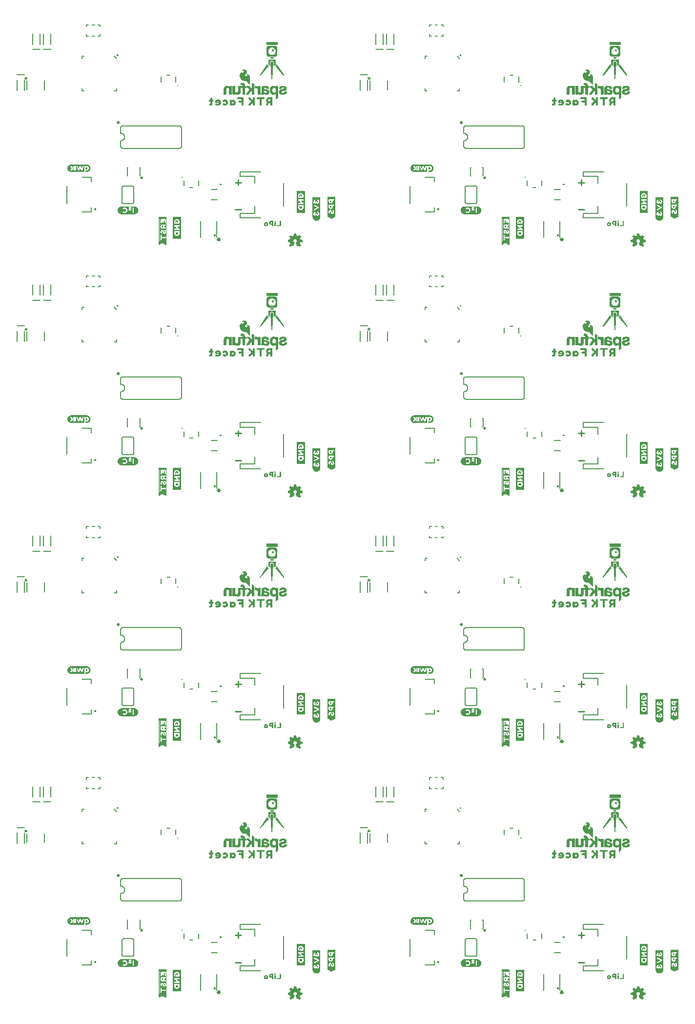
<source format=gbo>
G04 EAGLE Gerber RS-274X export*
G75*
%MOMM*%
%FSLAX34Y34*%
%LPD*%
%INSilkscreen Bottom*%
%IPPOS*%
%AMOC8*
5,1,8,0,0,1.08239X$1,22.5*%
G01*
%ADD10C,0.279400*%
%ADD11C,0.254000*%
%ADD12C,0.203200*%
%ADD13C,0.254000*%
%ADD14C,0.508000*%
%ADD15C,0.177800*%
%ADD16C,0.400000*%
%ADD17C,0.152400*%
%ADD18C,0.127000*%
%ADD19C,0.200000*%

G36*
X281790Y12755D02*
X281790Y12755D01*
X281841Y12772D01*
X281835Y12789D01*
X281849Y12800D01*
X281849Y61500D01*
X281833Y61521D01*
X281835Y61535D01*
X281435Y61935D01*
X281408Y61939D01*
X281400Y61949D01*
X268600Y61949D01*
X268582Y61936D01*
X268570Y61939D01*
X268170Y61639D01*
X268166Y61623D01*
X268162Y61620D01*
X268164Y61617D01*
X268162Y61608D01*
X268151Y61600D01*
X268151Y13100D01*
X268167Y13079D01*
X268165Y13065D01*
X268465Y12765D01*
X268520Y12758D01*
X268523Y12756D01*
X274516Y15853D01*
X275093Y15949D01*
X281178Y12956D01*
X281183Y12957D01*
X281184Y12953D01*
X281784Y12753D01*
X281786Y12754D01*
X281787Y12753D01*
X281790Y12755D01*
G37*
G36*
X876861Y882908D02*
X876861Y882908D01*
X876912Y882926D01*
X876906Y882942D01*
X876920Y882953D01*
X876920Y931653D01*
X876904Y931675D01*
X876906Y931688D01*
X876506Y932088D01*
X876479Y932092D01*
X876471Y932102D01*
X863671Y932102D01*
X863654Y932089D01*
X863642Y932093D01*
X863242Y931793D01*
X863237Y931776D01*
X863233Y931773D01*
X863235Y931770D01*
X863233Y931761D01*
X863222Y931753D01*
X863222Y883253D01*
X863238Y883232D01*
X863236Y883218D01*
X863536Y882918D01*
X863591Y882911D01*
X863594Y882909D01*
X869587Y886006D01*
X870164Y886102D01*
X876249Y883109D01*
X876254Y883110D01*
X876256Y883106D01*
X876856Y882906D01*
X876857Y882907D01*
X876858Y882906D01*
X876861Y882908D01*
G37*
G36*
X281790Y447832D02*
X281790Y447832D01*
X281841Y447849D01*
X281835Y447866D01*
X281849Y447877D01*
X281849Y496577D01*
X281833Y496598D01*
X281835Y496611D01*
X281435Y497011D01*
X281408Y497015D01*
X281400Y497026D01*
X268600Y497026D01*
X268582Y497013D01*
X268570Y497016D01*
X268170Y496716D01*
X268166Y496700D01*
X268162Y496697D01*
X268164Y496693D01*
X268162Y496685D01*
X268151Y496677D01*
X268151Y448177D01*
X268167Y448155D01*
X268165Y448142D01*
X268465Y447842D01*
X268520Y447834D01*
X268523Y447833D01*
X274516Y450929D01*
X275093Y451025D01*
X281178Y448032D01*
X281183Y448033D01*
X281184Y448030D01*
X281784Y447830D01*
X281786Y447830D01*
X281787Y447829D01*
X281790Y447832D01*
G37*
G36*
X876861Y447832D02*
X876861Y447832D01*
X876912Y447849D01*
X876906Y447866D01*
X876920Y447877D01*
X876920Y496577D01*
X876904Y496598D01*
X876906Y496611D01*
X876506Y497011D01*
X876479Y497015D01*
X876471Y497026D01*
X863671Y497026D01*
X863654Y497013D01*
X863642Y497016D01*
X863242Y496716D01*
X863237Y496700D01*
X863233Y496697D01*
X863235Y496693D01*
X863233Y496685D01*
X863222Y496677D01*
X863222Y448177D01*
X863238Y448155D01*
X863236Y448142D01*
X863536Y447842D01*
X863591Y447834D01*
X863594Y447833D01*
X869587Y450929D01*
X870164Y451025D01*
X876249Y448032D01*
X876254Y448033D01*
X876256Y448030D01*
X876856Y447830D01*
X876857Y447830D01*
X876858Y447829D01*
X876861Y447832D01*
G37*
G36*
X281790Y882908D02*
X281790Y882908D01*
X281841Y882926D01*
X281835Y882942D01*
X281849Y882953D01*
X281849Y931653D01*
X281833Y931675D01*
X281835Y931688D01*
X281435Y932088D01*
X281408Y932092D01*
X281400Y932102D01*
X268600Y932102D01*
X268582Y932089D01*
X268570Y932093D01*
X268170Y931793D01*
X268166Y931776D01*
X268162Y931773D01*
X268164Y931770D01*
X268162Y931761D01*
X268151Y931753D01*
X268151Y883253D01*
X268167Y883232D01*
X268165Y883218D01*
X268465Y882918D01*
X268520Y882911D01*
X268523Y882909D01*
X274516Y886006D01*
X275093Y886102D01*
X281178Y883109D01*
X281183Y883110D01*
X281184Y883106D01*
X281784Y882906D01*
X281786Y882907D01*
X281787Y882906D01*
X281790Y882908D01*
G37*
G36*
X876861Y12755D02*
X876861Y12755D01*
X876912Y12772D01*
X876906Y12789D01*
X876920Y12800D01*
X876920Y61500D01*
X876904Y61521D01*
X876906Y61535D01*
X876506Y61935D01*
X876479Y61939D01*
X876471Y61949D01*
X863671Y61949D01*
X863654Y61936D01*
X863642Y61939D01*
X863242Y61639D01*
X863237Y61623D01*
X863233Y61620D01*
X863235Y61617D01*
X863233Y61608D01*
X863222Y61600D01*
X863222Y13100D01*
X863238Y13079D01*
X863236Y13065D01*
X863536Y12765D01*
X863591Y12758D01*
X863594Y12756D01*
X869587Y15853D01*
X870164Y15949D01*
X876249Y12956D01*
X876254Y12957D01*
X876256Y12953D01*
X876856Y12753D01*
X876857Y12754D01*
X876858Y12753D01*
X876861Y12755D01*
G37*
G36*
X281790Y1317985D02*
X281790Y1317985D01*
X281841Y1318002D01*
X281835Y1318019D01*
X281849Y1318030D01*
X281849Y1366730D01*
X281833Y1366751D01*
X281835Y1366765D01*
X281435Y1367165D01*
X281408Y1367168D01*
X281400Y1367179D01*
X268600Y1367179D01*
X268582Y1367166D01*
X268570Y1367169D01*
X268170Y1366869D01*
X268166Y1366853D01*
X268162Y1366850D01*
X268164Y1366847D01*
X268162Y1366838D01*
X268151Y1366830D01*
X268151Y1318330D01*
X268167Y1318308D01*
X268165Y1318295D01*
X268465Y1317995D01*
X268520Y1317988D01*
X268523Y1317986D01*
X274516Y1321082D01*
X275093Y1321179D01*
X281178Y1318186D01*
X281183Y1318187D01*
X281184Y1318183D01*
X281784Y1317983D01*
X281786Y1317984D01*
X281787Y1317982D01*
X281790Y1317985D01*
G37*
G36*
X876861Y1317985D02*
X876861Y1317985D01*
X876912Y1318002D01*
X876906Y1318019D01*
X876920Y1318030D01*
X876920Y1366730D01*
X876904Y1366751D01*
X876906Y1366765D01*
X876506Y1367165D01*
X876479Y1367168D01*
X876471Y1367179D01*
X863671Y1367179D01*
X863654Y1367166D01*
X863642Y1367169D01*
X863242Y1366869D01*
X863237Y1366853D01*
X863233Y1366850D01*
X863235Y1366847D01*
X863233Y1366838D01*
X863222Y1366830D01*
X863222Y1318330D01*
X863238Y1318308D01*
X863236Y1318295D01*
X863536Y1317995D01*
X863591Y1317988D01*
X863594Y1317986D01*
X869587Y1321082D01*
X870164Y1321179D01*
X876249Y1318186D01*
X876254Y1318187D01*
X876256Y1318183D01*
X876856Y1317983D01*
X876857Y1317984D01*
X876858Y1317982D01*
X876861Y1317985D01*
G37*
G36*
X1138079Y925210D02*
X1138079Y925210D01*
X1138085Y925206D01*
X1138785Y925406D01*
X1138786Y925407D01*
X1138787Y925406D01*
X1139386Y925606D01*
X1140085Y925806D01*
X1140093Y925817D01*
X1140102Y925815D01*
X1140598Y926211D01*
X1141193Y926509D01*
X1141198Y926519D01*
X1141206Y926518D01*
X1142206Y927518D01*
X1142207Y927523D01*
X1142210Y927522D01*
X1142610Y928022D01*
X1142610Y928026D01*
X1142612Y928026D01*
X1143012Y928626D01*
X1143012Y928631D01*
X1143015Y928631D01*
X1143315Y929231D01*
X1143314Y929236D01*
X1143318Y929238D01*
X1143518Y929838D01*
X1143517Y929839D01*
X1143519Y929840D01*
X1143555Y929968D01*
X1143597Y930116D01*
X1143611Y930165D01*
X1143654Y930313D01*
X1143696Y930460D01*
X1143710Y930510D01*
X1143719Y930540D01*
X1143717Y930544D01*
X1143720Y930545D01*
X1143820Y931145D01*
X1143819Y931146D01*
X1143820Y931146D01*
X1143920Y931846D01*
X1143917Y931851D01*
X1143920Y931853D01*
X1143920Y965753D01*
X1143885Y965801D01*
X1143877Y965795D01*
X1143871Y965802D01*
X1130971Y965802D01*
X1130967Y965799D01*
X1130964Y965802D01*
X1130264Y965702D01*
X1130222Y965660D01*
X1130226Y965656D01*
X1130222Y965653D01*
X1130222Y931853D01*
X1130225Y931849D01*
X1130222Y931846D01*
X1130422Y930446D01*
X1130427Y930442D01*
X1130424Y930438D01*
X1130824Y929238D01*
X1130829Y929235D01*
X1130827Y929231D01*
X1131127Y928631D01*
X1131131Y928629D01*
X1131130Y928626D01*
X1131530Y928026D01*
X1131533Y928025D01*
X1131533Y928022D01*
X1131933Y927522D01*
X1131937Y927521D01*
X1131936Y927518D01*
X1132936Y926518D01*
X1132948Y926517D01*
X1132949Y926509D01*
X1133547Y926210D01*
X1134144Y925812D01*
X1134153Y925813D01*
X1134156Y925806D01*
X1135356Y925406D01*
X1135357Y925407D01*
X1135358Y925406D01*
X1136058Y925206D01*
X1136067Y925209D01*
X1136071Y925204D01*
X1138071Y925204D01*
X1138079Y925210D01*
G37*
G36*
X543008Y1360287D02*
X543008Y1360287D01*
X543014Y1360282D01*
X543714Y1360482D01*
X543715Y1360484D01*
X543716Y1360483D01*
X544315Y1360683D01*
X545014Y1360882D01*
X545022Y1360894D01*
X545031Y1360891D01*
X545527Y1361288D01*
X546122Y1361586D01*
X546127Y1361596D01*
X546135Y1361595D01*
X547135Y1362595D01*
X547135Y1362599D01*
X547138Y1362599D01*
X547538Y1363099D01*
X547539Y1363102D01*
X547541Y1363103D01*
X547941Y1363703D01*
X547941Y1363707D01*
X547944Y1363708D01*
X548244Y1364308D01*
X548243Y1364313D01*
X548247Y1364314D01*
X548447Y1364914D01*
X548446Y1364916D01*
X548447Y1364916D01*
X548484Y1365044D01*
X548484Y1365045D01*
X548526Y1365192D01*
X548540Y1365241D01*
X548540Y1365242D01*
X548582Y1365389D01*
X548583Y1365389D01*
X548582Y1365389D01*
X548625Y1365537D01*
X548639Y1365586D01*
X548647Y1365616D01*
X548646Y1365620D01*
X548649Y1365622D01*
X548749Y1366222D01*
X548748Y1366223D01*
X548749Y1366223D01*
X548849Y1366923D01*
X548846Y1366927D01*
X548849Y1366930D01*
X548849Y1400830D01*
X548813Y1400877D01*
X548806Y1400871D01*
X548800Y1400879D01*
X535900Y1400879D01*
X535896Y1400876D01*
X535893Y1400879D01*
X535193Y1400779D01*
X535151Y1400736D01*
X535155Y1400733D01*
X535151Y1400730D01*
X535151Y1366930D01*
X535154Y1366926D01*
X535151Y1366923D01*
X535351Y1365523D01*
X535356Y1365518D01*
X535353Y1365514D01*
X535753Y1364314D01*
X535758Y1364311D01*
X535756Y1364308D01*
X536056Y1363708D01*
X536060Y1363706D01*
X536059Y1363703D01*
X536459Y1363103D01*
X536462Y1363101D01*
X536462Y1363099D01*
X536862Y1362599D01*
X536866Y1362598D01*
X536865Y1362595D01*
X537865Y1361595D01*
X537877Y1361593D01*
X537878Y1361586D01*
X538475Y1361287D01*
X539073Y1360889D01*
X539082Y1360889D01*
X539084Y1360883D01*
X540284Y1360483D01*
X540286Y1360484D01*
X540286Y1360482D01*
X540986Y1360282D01*
X540996Y1360286D01*
X541000Y1360281D01*
X543000Y1360281D01*
X543008Y1360287D01*
G37*
G36*
X1138079Y1360287D02*
X1138079Y1360287D01*
X1138085Y1360282D01*
X1138785Y1360482D01*
X1138786Y1360484D01*
X1138787Y1360483D01*
X1139386Y1360683D01*
X1140085Y1360882D01*
X1140093Y1360894D01*
X1140102Y1360891D01*
X1140598Y1361288D01*
X1141193Y1361586D01*
X1141198Y1361596D01*
X1141206Y1361595D01*
X1142206Y1362595D01*
X1142207Y1362599D01*
X1142210Y1362599D01*
X1142610Y1363099D01*
X1142610Y1363102D01*
X1142612Y1363103D01*
X1143012Y1363703D01*
X1143012Y1363707D01*
X1143015Y1363708D01*
X1143315Y1364308D01*
X1143314Y1364313D01*
X1143318Y1364314D01*
X1143518Y1364914D01*
X1143517Y1364916D01*
X1143519Y1364916D01*
X1143555Y1365044D01*
X1143555Y1365045D01*
X1143597Y1365192D01*
X1143611Y1365241D01*
X1143611Y1365242D01*
X1143654Y1365389D01*
X1143696Y1365537D01*
X1143710Y1365586D01*
X1143719Y1365616D01*
X1143717Y1365620D01*
X1143720Y1365622D01*
X1143820Y1366222D01*
X1143819Y1366223D01*
X1143820Y1366223D01*
X1143920Y1366923D01*
X1143917Y1366927D01*
X1143920Y1366930D01*
X1143920Y1400830D01*
X1143885Y1400877D01*
X1143877Y1400871D01*
X1143871Y1400879D01*
X1130971Y1400879D01*
X1130967Y1400876D01*
X1130964Y1400879D01*
X1130264Y1400779D01*
X1130222Y1400736D01*
X1130226Y1400733D01*
X1130222Y1400730D01*
X1130222Y1366930D01*
X1130225Y1366926D01*
X1130222Y1366923D01*
X1130422Y1365523D01*
X1130427Y1365518D01*
X1130424Y1365514D01*
X1130824Y1364314D01*
X1130829Y1364311D01*
X1130827Y1364308D01*
X1131127Y1363708D01*
X1131131Y1363706D01*
X1131130Y1363703D01*
X1131530Y1363103D01*
X1131533Y1363101D01*
X1131533Y1363099D01*
X1131933Y1362599D01*
X1131937Y1362598D01*
X1131936Y1362595D01*
X1132936Y1361595D01*
X1132948Y1361593D01*
X1132949Y1361586D01*
X1133547Y1361287D01*
X1134144Y1360889D01*
X1134153Y1360889D01*
X1134156Y1360883D01*
X1135356Y1360483D01*
X1135357Y1360484D01*
X1135358Y1360482D01*
X1136058Y1360282D01*
X1136067Y1360286D01*
X1136071Y1360281D01*
X1138071Y1360281D01*
X1138079Y1360287D01*
G37*
G36*
X543008Y490133D02*
X543008Y490133D01*
X543014Y490129D01*
X543714Y490329D01*
X543715Y490331D01*
X543716Y490330D01*
X544315Y490530D01*
X545014Y490729D01*
X545022Y490740D01*
X545031Y490738D01*
X545527Y491135D01*
X546122Y491433D01*
X546127Y491443D01*
X546135Y491442D01*
X547135Y492442D01*
X547135Y492446D01*
X547138Y492446D01*
X547538Y492946D01*
X547539Y492949D01*
X547541Y492949D01*
X547941Y493549D01*
X547941Y493554D01*
X547944Y493555D01*
X548244Y494155D01*
X548243Y494160D01*
X548247Y494161D01*
X548447Y494761D01*
X548446Y494763D01*
X548447Y494763D01*
X548484Y494891D01*
X548526Y495039D01*
X548540Y495088D01*
X548582Y495236D01*
X548583Y495236D01*
X548582Y495236D01*
X548625Y495384D01*
X548639Y495433D01*
X548647Y495463D01*
X548646Y495467D01*
X548649Y495469D01*
X548749Y496069D01*
X548748Y496069D01*
X548749Y496070D01*
X548849Y496770D01*
X548846Y496774D01*
X548849Y496777D01*
X548849Y530677D01*
X548813Y530724D01*
X548806Y530718D01*
X548800Y530726D01*
X535900Y530726D01*
X535896Y530723D01*
X535893Y530725D01*
X535193Y530625D01*
X535151Y530583D01*
X535155Y530580D01*
X535151Y530577D01*
X535151Y496777D01*
X535154Y496772D01*
X535151Y496770D01*
X535351Y495370D01*
X535356Y495365D01*
X535353Y495361D01*
X535753Y494161D01*
X535758Y494158D01*
X535756Y494155D01*
X536056Y493555D01*
X536060Y493553D01*
X536059Y493549D01*
X536459Y492949D01*
X536462Y492948D01*
X536462Y492946D01*
X536862Y492446D01*
X536866Y492445D01*
X536865Y492442D01*
X537865Y491442D01*
X537877Y491440D01*
X537878Y491433D01*
X538475Y491134D01*
X539073Y490736D01*
X539082Y490736D01*
X539084Y490730D01*
X540284Y490330D01*
X540286Y490330D01*
X540286Y490329D01*
X540986Y490129D01*
X540996Y490133D01*
X541000Y490127D01*
X543000Y490127D01*
X543008Y490133D01*
G37*
G36*
X1138079Y490133D02*
X1138079Y490133D01*
X1138085Y490129D01*
X1138785Y490329D01*
X1138786Y490331D01*
X1138787Y490330D01*
X1139386Y490530D01*
X1140085Y490729D01*
X1140093Y490740D01*
X1140102Y490738D01*
X1140598Y491135D01*
X1141193Y491433D01*
X1141198Y491443D01*
X1141206Y491442D01*
X1142206Y492442D01*
X1142207Y492446D01*
X1142210Y492446D01*
X1142610Y492946D01*
X1142610Y492949D01*
X1142612Y492949D01*
X1143012Y493549D01*
X1143012Y493554D01*
X1143015Y493555D01*
X1143315Y494155D01*
X1143314Y494160D01*
X1143318Y494161D01*
X1143518Y494761D01*
X1143517Y494763D01*
X1143519Y494763D01*
X1143555Y494891D01*
X1143597Y495039D01*
X1143611Y495088D01*
X1143654Y495236D01*
X1143696Y495384D01*
X1143710Y495433D01*
X1143719Y495463D01*
X1143717Y495467D01*
X1143720Y495469D01*
X1143820Y496069D01*
X1143819Y496069D01*
X1143820Y496070D01*
X1143920Y496770D01*
X1143917Y496774D01*
X1143920Y496777D01*
X1143920Y530677D01*
X1143885Y530724D01*
X1143877Y530718D01*
X1143871Y530726D01*
X1130971Y530726D01*
X1130967Y530723D01*
X1130964Y530725D01*
X1130264Y530625D01*
X1130222Y530583D01*
X1130226Y530580D01*
X1130222Y530577D01*
X1130222Y496777D01*
X1130225Y496772D01*
X1130222Y496770D01*
X1130422Y495370D01*
X1130427Y495365D01*
X1130424Y495361D01*
X1130824Y494161D01*
X1130829Y494158D01*
X1130827Y494155D01*
X1131127Y493555D01*
X1131131Y493553D01*
X1131130Y493549D01*
X1131530Y492949D01*
X1131533Y492948D01*
X1131533Y492946D01*
X1131933Y492446D01*
X1131937Y492445D01*
X1131936Y492442D01*
X1132936Y491442D01*
X1132948Y491440D01*
X1132949Y491433D01*
X1133547Y491134D01*
X1134144Y490736D01*
X1134153Y490736D01*
X1134156Y490730D01*
X1135356Y490330D01*
X1135357Y490330D01*
X1135358Y490329D01*
X1136058Y490129D01*
X1136067Y490133D01*
X1136071Y490127D01*
X1138071Y490127D01*
X1138079Y490133D01*
G37*
G36*
X1138079Y55057D02*
X1138079Y55057D01*
X1138085Y55053D01*
X1138785Y55253D01*
X1138786Y55254D01*
X1138787Y55253D01*
X1139386Y55453D01*
X1140085Y55653D01*
X1140093Y55664D01*
X1140102Y55662D01*
X1140598Y56058D01*
X1141193Y56356D01*
X1141198Y56366D01*
X1141206Y56365D01*
X1142206Y57365D01*
X1142207Y57369D01*
X1142210Y57369D01*
X1142610Y57869D01*
X1142610Y57873D01*
X1142612Y57873D01*
X1143012Y58473D01*
X1143012Y58477D01*
X1143015Y58478D01*
X1143315Y59078D01*
X1143314Y59083D01*
X1143318Y59084D01*
X1143518Y59684D01*
X1143517Y59686D01*
X1143519Y59686D01*
X1143555Y59815D01*
X1143597Y59962D01*
X1143611Y60012D01*
X1143654Y60159D01*
X1143696Y60307D01*
X1143710Y60356D01*
X1143719Y60386D01*
X1143717Y60390D01*
X1143720Y60392D01*
X1143820Y60992D01*
X1143819Y60993D01*
X1143820Y60993D01*
X1143920Y61693D01*
X1143917Y61698D01*
X1143920Y61700D01*
X1143920Y95600D01*
X1143885Y95647D01*
X1143877Y95642D01*
X1143871Y95649D01*
X1130971Y95649D01*
X1130967Y95646D01*
X1130964Y95649D01*
X1130264Y95549D01*
X1130222Y95506D01*
X1130226Y95503D01*
X1130222Y95500D01*
X1130222Y61700D01*
X1130225Y61696D01*
X1130222Y61693D01*
X1130422Y60293D01*
X1130427Y60288D01*
X1130424Y60284D01*
X1130824Y59084D01*
X1130829Y59081D01*
X1130827Y59078D01*
X1131127Y58478D01*
X1131131Y58476D01*
X1131130Y58473D01*
X1131530Y57873D01*
X1131533Y57872D01*
X1131533Y57869D01*
X1131933Y57369D01*
X1131937Y57368D01*
X1131936Y57365D01*
X1132936Y56365D01*
X1132948Y56364D01*
X1132949Y56356D01*
X1133547Y56057D01*
X1134144Y55659D01*
X1134153Y55660D01*
X1134156Y55653D01*
X1135356Y55253D01*
X1135357Y55254D01*
X1135358Y55253D01*
X1136058Y55053D01*
X1136067Y55056D01*
X1136071Y55051D01*
X1138071Y55051D01*
X1138079Y55057D01*
G37*
G36*
X543008Y55057D02*
X543008Y55057D01*
X543014Y55053D01*
X543714Y55253D01*
X543715Y55254D01*
X543716Y55253D01*
X544315Y55453D01*
X545014Y55653D01*
X545022Y55664D01*
X545031Y55662D01*
X545527Y56058D01*
X546122Y56356D01*
X546127Y56366D01*
X546135Y56365D01*
X547135Y57365D01*
X547135Y57369D01*
X547138Y57369D01*
X547538Y57869D01*
X547539Y57873D01*
X547541Y57873D01*
X547941Y58473D01*
X547941Y58477D01*
X547944Y58478D01*
X548244Y59078D01*
X548243Y59083D01*
X548247Y59084D01*
X548447Y59684D01*
X548446Y59686D01*
X548447Y59686D01*
X548484Y59815D01*
X548526Y59962D01*
X548540Y60012D01*
X548582Y60159D01*
X548583Y60159D01*
X548582Y60159D01*
X548625Y60307D01*
X548639Y60356D01*
X548647Y60386D01*
X548646Y60390D01*
X548649Y60392D01*
X548749Y60992D01*
X548748Y60993D01*
X548749Y60993D01*
X548849Y61693D01*
X548846Y61698D01*
X548849Y61700D01*
X548849Y95600D01*
X548813Y95647D01*
X548806Y95642D01*
X548800Y95649D01*
X535900Y95649D01*
X535896Y95646D01*
X535893Y95649D01*
X535193Y95549D01*
X535151Y95506D01*
X535155Y95503D01*
X535151Y95500D01*
X535151Y61700D01*
X535154Y61696D01*
X535151Y61693D01*
X535351Y60293D01*
X535356Y60288D01*
X535353Y60284D01*
X535753Y59084D01*
X535758Y59081D01*
X535756Y59078D01*
X536056Y58478D01*
X536060Y58476D01*
X536059Y58473D01*
X536459Y57873D01*
X536462Y57872D01*
X536462Y57869D01*
X536862Y57369D01*
X536866Y57368D01*
X536865Y57365D01*
X537865Y56365D01*
X537877Y56364D01*
X537878Y56356D01*
X538475Y56057D01*
X539073Y55659D01*
X539082Y55660D01*
X539084Y55653D01*
X540284Y55253D01*
X540286Y55254D01*
X540286Y55253D01*
X540986Y55053D01*
X540996Y55056D01*
X541000Y55051D01*
X543000Y55051D01*
X543008Y55057D01*
G37*
G36*
X543008Y925210D02*
X543008Y925210D01*
X543014Y925206D01*
X543714Y925406D01*
X543715Y925407D01*
X543716Y925406D01*
X544315Y925606D01*
X545014Y925806D01*
X545022Y925817D01*
X545031Y925815D01*
X545527Y926211D01*
X546122Y926509D01*
X546127Y926519D01*
X546135Y926518D01*
X547135Y927518D01*
X547135Y927523D01*
X547138Y927522D01*
X547538Y928022D01*
X547539Y928026D01*
X547541Y928026D01*
X547941Y928626D01*
X547941Y928631D01*
X547944Y928631D01*
X548244Y929231D01*
X548243Y929236D01*
X548247Y929238D01*
X548447Y929838D01*
X548446Y929839D01*
X548447Y929840D01*
X548484Y929968D01*
X548526Y930116D01*
X548540Y930165D01*
X548582Y930313D01*
X548583Y930313D01*
X548582Y930313D01*
X548625Y930460D01*
X548639Y930510D01*
X548647Y930540D01*
X548646Y930544D01*
X548649Y930545D01*
X548749Y931145D01*
X548748Y931146D01*
X548749Y931146D01*
X548849Y931846D01*
X548846Y931851D01*
X548849Y931853D01*
X548849Y965753D01*
X548813Y965801D01*
X548806Y965795D01*
X548800Y965802D01*
X535900Y965802D01*
X535896Y965799D01*
X535893Y965802D01*
X535193Y965702D01*
X535151Y965660D01*
X535155Y965656D01*
X535151Y965653D01*
X535151Y931853D01*
X535154Y931849D01*
X535151Y931846D01*
X535351Y930446D01*
X535356Y930442D01*
X535353Y930438D01*
X535753Y929238D01*
X535758Y929235D01*
X535756Y929231D01*
X536056Y928631D01*
X536060Y928629D01*
X536059Y928626D01*
X536459Y928026D01*
X536462Y928025D01*
X536462Y928022D01*
X536862Y927522D01*
X536866Y927521D01*
X536865Y927518D01*
X537865Y926518D01*
X537877Y926517D01*
X537878Y926509D01*
X538475Y926210D01*
X539073Y925812D01*
X539082Y925813D01*
X539084Y925806D01*
X540284Y925406D01*
X540286Y925407D01*
X540286Y925406D01*
X540986Y925206D01*
X540996Y925209D01*
X541000Y925204D01*
X543000Y925204D01*
X543008Y925210D01*
G37*
G36*
X901919Y23787D02*
X901919Y23787D01*
X901913Y23794D01*
X901920Y23800D01*
X901920Y61000D01*
X901917Y61005D01*
X901920Y61008D01*
X901820Y61608D01*
X901777Y61649D01*
X901774Y61646D01*
X901771Y61649D01*
X888271Y61649D01*
X888224Y61613D01*
X888230Y61606D01*
X888222Y61600D01*
X888222Y24400D01*
X888226Y24395D01*
X888223Y24392D01*
X888323Y23792D01*
X888366Y23751D01*
X888369Y23754D01*
X888371Y23751D01*
X901871Y23751D01*
X901919Y23787D01*
G37*
G36*
X1116919Y68787D02*
X1116919Y68787D01*
X1116913Y68794D01*
X1116920Y68800D01*
X1116920Y106000D01*
X1116917Y106005D01*
X1116920Y106008D01*
X1116820Y106608D01*
X1116777Y106649D01*
X1116774Y106646D01*
X1116771Y106649D01*
X1103271Y106649D01*
X1103224Y106613D01*
X1103230Y106606D01*
X1103222Y106600D01*
X1103222Y69400D01*
X1103226Y69395D01*
X1103223Y69392D01*
X1103323Y68792D01*
X1103366Y68751D01*
X1103369Y68754D01*
X1103371Y68751D01*
X1116871Y68751D01*
X1116919Y68787D01*
G37*
G36*
X521847Y503863D02*
X521847Y503863D01*
X521842Y503871D01*
X521849Y503877D01*
X521849Y541077D01*
X521846Y541081D01*
X521849Y541085D01*
X521749Y541685D01*
X521705Y541726D01*
X521703Y541723D01*
X521700Y541726D01*
X508200Y541726D01*
X508153Y541690D01*
X508158Y541682D01*
X508151Y541677D01*
X508151Y504477D01*
X508154Y504472D01*
X508151Y504469D01*
X508251Y503869D01*
X508295Y503828D01*
X508298Y503831D01*
X508300Y503827D01*
X521800Y503827D01*
X521847Y503863D01*
G37*
G36*
X521847Y1374017D02*
X521847Y1374017D01*
X521842Y1374024D01*
X521849Y1374030D01*
X521849Y1411230D01*
X521846Y1411235D01*
X521849Y1411238D01*
X521749Y1411838D01*
X521705Y1411879D01*
X521703Y1411876D01*
X521700Y1411879D01*
X508200Y1411879D01*
X508153Y1411843D01*
X508158Y1411836D01*
X508151Y1411830D01*
X508151Y1374630D01*
X508154Y1374625D01*
X508151Y1374622D01*
X508251Y1374022D01*
X508295Y1373981D01*
X508298Y1373984D01*
X508300Y1373981D01*
X521800Y1373981D01*
X521847Y1374017D01*
G37*
G36*
X1116919Y1374017D02*
X1116919Y1374017D01*
X1116913Y1374024D01*
X1116920Y1374030D01*
X1116920Y1411230D01*
X1116917Y1411235D01*
X1116920Y1411238D01*
X1116820Y1411838D01*
X1116777Y1411879D01*
X1116774Y1411876D01*
X1116771Y1411879D01*
X1103271Y1411879D01*
X1103224Y1411843D01*
X1103230Y1411836D01*
X1103222Y1411830D01*
X1103222Y1374630D01*
X1103226Y1374625D01*
X1103223Y1374622D01*
X1103323Y1374022D01*
X1103366Y1373981D01*
X1103369Y1373984D01*
X1103371Y1373981D01*
X1116871Y1373981D01*
X1116919Y1374017D01*
G37*
G36*
X306847Y893940D02*
X306847Y893940D01*
X306842Y893947D01*
X306849Y893953D01*
X306849Y931153D01*
X306846Y931158D01*
X306849Y931161D01*
X306749Y931761D01*
X306705Y931802D01*
X306703Y931799D01*
X306700Y931802D01*
X293200Y931802D01*
X293153Y931767D01*
X293158Y931759D01*
X293151Y931753D01*
X293151Y894553D01*
X293154Y894548D01*
X293151Y894545D01*
X293251Y893945D01*
X293295Y893904D01*
X293298Y893907D01*
X293300Y893904D01*
X306800Y893904D01*
X306847Y893940D01*
G37*
G36*
X1116919Y503863D02*
X1116919Y503863D01*
X1116913Y503871D01*
X1116920Y503877D01*
X1116920Y541077D01*
X1116917Y541081D01*
X1116920Y541085D01*
X1116820Y541685D01*
X1116777Y541726D01*
X1116774Y541723D01*
X1116771Y541726D01*
X1103271Y541726D01*
X1103224Y541690D01*
X1103230Y541682D01*
X1103222Y541677D01*
X1103222Y504477D01*
X1103226Y504472D01*
X1103223Y504469D01*
X1103323Y503869D01*
X1103366Y503828D01*
X1103369Y503831D01*
X1103371Y503827D01*
X1116871Y503827D01*
X1116919Y503863D01*
G37*
G36*
X901919Y1329017D02*
X901919Y1329017D01*
X901913Y1329024D01*
X901920Y1329030D01*
X901920Y1366230D01*
X901917Y1366235D01*
X901920Y1366238D01*
X901820Y1366838D01*
X901777Y1366879D01*
X901774Y1366876D01*
X901771Y1366879D01*
X888271Y1366879D01*
X888224Y1366843D01*
X888230Y1366836D01*
X888222Y1366830D01*
X888222Y1329630D01*
X888226Y1329625D01*
X888223Y1329622D01*
X888323Y1329022D01*
X888366Y1328981D01*
X888369Y1328984D01*
X888371Y1328981D01*
X901871Y1328981D01*
X901919Y1329017D01*
G37*
G36*
X306847Y1329017D02*
X306847Y1329017D01*
X306842Y1329024D01*
X306849Y1329030D01*
X306849Y1366230D01*
X306846Y1366235D01*
X306849Y1366238D01*
X306749Y1366838D01*
X306705Y1366879D01*
X306703Y1366876D01*
X306700Y1366879D01*
X293200Y1366879D01*
X293153Y1366843D01*
X293158Y1366836D01*
X293151Y1366830D01*
X293151Y1329630D01*
X293154Y1329625D01*
X293151Y1329622D01*
X293251Y1329022D01*
X293295Y1328981D01*
X293298Y1328984D01*
X293300Y1328981D01*
X306800Y1328981D01*
X306847Y1329017D01*
G37*
G36*
X901919Y893940D02*
X901919Y893940D01*
X901913Y893947D01*
X901920Y893953D01*
X901920Y931153D01*
X901917Y931158D01*
X901920Y931161D01*
X901820Y931761D01*
X901777Y931802D01*
X901774Y931799D01*
X901771Y931802D01*
X888271Y931802D01*
X888224Y931767D01*
X888230Y931759D01*
X888222Y931753D01*
X888222Y894553D01*
X888226Y894548D01*
X888223Y894545D01*
X888323Y893945D01*
X888366Y893904D01*
X888369Y893907D01*
X888371Y893904D01*
X901871Y893904D01*
X901919Y893940D01*
G37*
G36*
X901919Y458863D02*
X901919Y458863D01*
X901913Y458871D01*
X901920Y458877D01*
X901920Y496077D01*
X901917Y496081D01*
X901920Y496085D01*
X901820Y496685D01*
X901777Y496726D01*
X901774Y496723D01*
X901771Y496726D01*
X888271Y496726D01*
X888224Y496690D01*
X888230Y496682D01*
X888222Y496677D01*
X888222Y459477D01*
X888226Y459472D01*
X888223Y459469D01*
X888323Y458869D01*
X888366Y458828D01*
X888369Y458831D01*
X888371Y458827D01*
X901871Y458827D01*
X901919Y458863D01*
G37*
G36*
X521847Y68787D02*
X521847Y68787D01*
X521842Y68794D01*
X521849Y68800D01*
X521849Y106000D01*
X521846Y106005D01*
X521849Y106008D01*
X521749Y106608D01*
X521705Y106649D01*
X521703Y106646D01*
X521700Y106649D01*
X508200Y106649D01*
X508153Y106613D01*
X508158Y106606D01*
X508151Y106600D01*
X508151Y69400D01*
X508154Y69395D01*
X508151Y69392D01*
X508251Y68792D01*
X508295Y68751D01*
X508298Y68754D01*
X508300Y68751D01*
X521800Y68751D01*
X521847Y68787D01*
G37*
G36*
X306847Y458863D02*
X306847Y458863D01*
X306842Y458871D01*
X306849Y458877D01*
X306849Y496077D01*
X306846Y496081D01*
X306849Y496085D01*
X306749Y496685D01*
X306705Y496726D01*
X306703Y496723D01*
X306700Y496726D01*
X293200Y496726D01*
X293153Y496690D01*
X293158Y496682D01*
X293151Y496677D01*
X293151Y459477D01*
X293154Y459472D01*
X293151Y459469D01*
X293251Y458869D01*
X293295Y458828D01*
X293298Y458831D01*
X293300Y458827D01*
X306800Y458827D01*
X306847Y458863D01*
G37*
G36*
X521847Y938940D02*
X521847Y938940D01*
X521842Y938947D01*
X521849Y938953D01*
X521849Y976153D01*
X521846Y976158D01*
X521849Y976161D01*
X521749Y976761D01*
X521705Y976802D01*
X521703Y976799D01*
X521700Y976802D01*
X508200Y976802D01*
X508153Y976767D01*
X508158Y976759D01*
X508151Y976753D01*
X508151Y939553D01*
X508154Y939548D01*
X508151Y939545D01*
X508251Y938945D01*
X508295Y938904D01*
X508298Y938907D01*
X508300Y938904D01*
X521800Y938904D01*
X521847Y938940D01*
G37*
G36*
X306847Y23787D02*
X306847Y23787D01*
X306842Y23794D01*
X306849Y23800D01*
X306849Y61000D01*
X306846Y61005D01*
X306849Y61008D01*
X306749Y61608D01*
X306705Y61649D01*
X306703Y61646D01*
X306700Y61649D01*
X293200Y61649D01*
X293153Y61613D01*
X293158Y61606D01*
X293151Y61600D01*
X293151Y24400D01*
X293154Y24395D01*
X293151Y24392D01*
X293251Y23792D01*
X293295Y23751D01*
X293298Y23754D01*
X293300Y23751D01*
X306800Y23751D01*
X306847Y23787D01*
G37*
G36*
X1116919Y938940D02*
X1116919Y938940D01*
X1116913Y938947D01*
X1116920Y938953D01*
X1116920Y976153D01*
X1116917Y976158D01*
X1116920Y976161D01*
X1116820Y976761D01*
X1116777Y976802D01*
X1116774Y976799D01*
X1116771Y976802D01*
X1103271Y976802D01*
X1103224Y976767D01*
X1103230Y976759D01*
X1103222Y976753D01*
X1103222Y939553D01*
X1103226Y939548D01*
X1103223Y939545D01*
X1103323Y938945D01*
X1103366Y938904D01*
X1103369Y938907D01*
X1103371Y938904D01*
X1116871Y938904D01*
X1116919Y938940D01*
G37*
G36*
X568416Y1363783D02*
X568416Y1363783D01*
X568418Y1363787D01*
X568422Y1363786D01*
X574522Y1366786D01*
X574531Y1366803D01*
X574542Y1366804D01*
X574842Y1367304D01*
X574842Y1367309D01*
X574844Y1367310D01*
X574841Y1367313D01*
X574840Y1367323D01*
X574849Y1367330D01*
X574849Y1401130D01*
X574836Y1401147D01*
X574839Y1401159D01*
X574539Y1401559D01*
X574508Y1401568D01*
X574500Y1401579D01*
X561600Y1401579D01*
X561582Y1401566D01*
X561570Y1401569D01*
X561170Y1401269D01*
X561162Y1401238D01*
X561151Y1401230D01*
X561151Y1367030D01*
X561172Y1367002D01*
X561173Y1366989D01*
X561773Y1366589D01*
X561777Y1366589D01*
X561778Y1366586D01*
X567778Y1363586D01*
X567804Y1363591D01*
X567816Y1363583D01*
X568416Y1363783D01*
G37*
G36*
X568416Y928706D02*
X568416Y928706D01*
X568418Y928711D01*
X568422Y928709D01*
X574522Y931709D01*
X574531Y931727D01*
X574542Y931728D01*
X574842Y932228D01*
X574842Y932232D01*
X574844Y932234D01*
X574841Y932237D01*
X574840Y932246D01*
X574849Y932253D01*
X574849Y966053D01*
X574836Y966071D01*
X574839Y966083D01*
X574539Y966483D01*
X574508Y966492D01*
X574500Y966502D01*
X561600Y966502D01*
X561582Y966489D01*
X561570Y966493D01*
X561170Y966193D01*
X561162Y966161D01*
X561151Y966153D01*
X561151Y931953D01*
X561172Y931925D01*
X561173Y931912D01*
X561773Y931512D01*
X561777Y931513D01*
X561778Y931509D01*
X567778Y928509D01*
X567804Y928514D01*
X567816Y928506D01*
X568416Y928706D01*
G37*
G36*
X1163487Y1363783D02*
X1163487Y1363783D01*
X1163490Y1363787D01*
X1163493Y1363786D01*
X1169593Y1366786D01*
X1169602Y1366803D01*
X1169613Y1366804D01*
X1169913Y1367304D01*
X1169913Y1367309D01*
X1169915Y1367310D01*
X1169912Y1367313D01*
X1169911Y1367323D01*
X1169920Y1367330D01*
X1169920Y1401130D01*
X1169907Y1401147D01*
X1169911Y1401159D01*
X1169611Y1401559D01*
X1169579Y1401568D01*
X1169571Y1401579D01*
X1156671Y1401579D01*
X1156654Y1401566D01*
X1156642Y1401569D01*
X1156242Y1401269D01*
X1156233Y1401238D01*
X1156222Y1401230D01*
X1156222Y1367030D01*
X1156243Y1367002D01*
X1156244Y1366989D01*
X1156844Y1366589D01*
X1156849Y1366589D01*
X1156849Y1366586D01*
X1162849Y1363586D01*
X1162876Y1363591D01*
X1162887Y1363583D01*
X1163487Y1363783D01*
G37*
G36*
X1163487Y928706D02*
X1163487Y928706D01*
X1163490Y928711D01*
X1163493Y928709D01*
X1169593Y931709D01*
X1169602Y931727D01*
X1169613Y931728D01*
X1169913Y932228D01*
X1169913Y932232D01*
X1169915Y932234D01*
X1169912Y932237D01*
X1169911Y932246D01*
X1169920Y932253D01*
X1169920Y966053D01*
X1169907Y966071D01*
X1169911Y966083D01*
X1169611Y966483D01*
X1169579Y966492D01*
X1169571Y966502D01*
X1156671Y966502D01*
X1156654Y966489D01*
X1156642Y966493D01*
X1156242Y966193D01*
X1156233Y966161D01*
X1156222Y966153D01*
X1156222Y931953D01*
X1156243Y931925D01*
X1156244Y931912D01*
X1156844Y931512D01*
X1156849Y931513D01*
X1156849Y931509D01*
X1162849Y928509D01*
X1162876Y928514D01*
X1162887Y928506D01*
X1163487Y928706D01*
G37*
G36*
X568416Y58553D02*
X568416Y58553D01*
X568418Y58557D01*
X568422Y58556D01*
X574522Y61556D01*
X574531Y61573D01*
X574542Y61575D01*
X574842Y62075D01*
X574842Y62079D01*
X574844Y62080D01*
X574841Y62084D01*
X574840Y62093D01*
X574849Y62100D01*
X574849Y95900D01*
X574836Y95918D01*
X574839Y95930D01*
X574539Y96330D01*
X574508Y96339D01*
X574500Y96349D01*
X561600Y96349D01*
X561582Y96336D01*
X561570Y96339D01*
X561170Y96039D01*
X561162Y96008D01*
X561151Y96000D01*
X561151Y61800D01*
X561172Y61772D01*
X561173Y61759D01*
X561773Y61359D01*
X561777Y61359D01*
X561778Y61356D01*
X567778Y58356D01*
X567804Y58361D01*
X567816Y58353D01*
X568416Y58553D01*
G37*
G36*
X1163487Y58553D02*
X1163487Y58553D01*
X1163490Y58557D01*
X1163493Y58556D01*
X1169593Y61556D01*
X1169602Y61573D01*
X1169613Y61575D01*
X1169913Y62075D01*
X1169913Y62079D01*
X1169915Y62080D01*
X1169912Y62084D01*
X1169911Y62093D01*
X1169920Y62100D01*
X1169920Y95900D01*
X1169907Y95918D01*
X1169911Y95930D01*
X1169611Y96330D01*
X1169579Y96339D01*
X1169571Y96349D01*
X1156671Y96349D01*
X1156654Y96336D01*
X1156642Y96339D01*
X1156242Y96039D01*
X1156233Y96008D01*
X1156222Y96000D01*
X1156222Y61800D01*
X1156243Y61772D01*
X1156244Y61759D01*
X1156844Y61359D01*
X1156849Y61359D01*
X1156849Y61356D01*
X1162849Y58356D01*
X1162876Y58361D01*
X1162887Y58353D01*
X1163487Y58553D01*
G37*
G36*
X1163487Y493630D02*
X1163487Y493630D01*
X1163490Y493634D01*
X1163493Y493632D01*
X1169593Y496632D01*
X1169602Y496650D01*
X1169613Y496651D01*
X1169913Y497151D01*
X1169913Y497156D01*
X1169915Y497157D01*
X1169912Y497160D01*
X1169911Y497170D01*
X1169920Y497177D01*
X1169920Y530977D01*
X1169907Y530994D01*
X1169911Y531006D01*
X1169611Y531406D01*
X1169579Y531415D01*
X1169571Y531426D01*
X1156671Y531426D01*
X1156654Y531413D01*
X1156642Y531416D01*
X1156242Y531116D01*
X1156233Y531085D01*
X1156222Y531077D01*
X1156222Y496877D01*
X1156243Y496849D01*
X1156244Y496836D01*
X1156844Y496436D01*
X1156849Y496436D01*
X1156849Y496433D01*
X1162849Y493433D01*
X1162876Y493437D01*
X1162887Y493430D01*
X1163487Y493630D01*
G37*
G36*
X568416Y493630D02*
X568416Y493630D01*
X568418Y493634D01*
X568422Y493632D01*
X574522Y496632D01*
X574531Y496650D01*
X574542Y496651D01*
X574842Y497151D01*
X574842Y497156D01*
X574844Y497157D01*
X574841Y497160D01*
X574840Y497170D01*
X574849Y497177D01*
X574849Y530977D01*
X574836Y530994D01*
X574839Y531006D01*
X574539Y531406D01*
X574508Y531415D01*
X574500Y531426D01*
X561600Y531426D01*
X561582Y531413D01*
X561570Y531416D01*
X561170Y531116D01*
X561162Y531085D01*
X561151Y531077D01*
X561151Y496877D01*
X561172Y496849D01*
X561173Y496836D01*
X561773Y496436D01*
X561777Y496436D01*
X561778Y496433D01*
X567778Y493433D01*
X567804Y493437D01*
X567816Y493430D01*
X568416Y493630D01*
G37*
G36*
X821475Y501231D02*
X821475Y501231D01*
X821478Y501228D01*
X822178Y501328D01*
X822182Y501331D01*
X822185Y501329D01*
X822885Y501529D01*
X822886Y501531D01*
X822887Y501530D01*
X823487Y501730D01*
X823490Y501734D01*
X823493Y501733D01*
X824693Y502333D01*
X824695Y502337D01*
X824699Y502336D01*
X825299Y502736D01*
X825300Y502739D01*
X825302Y502738D01*
X825802Y503138D01*
X825804Y503146D01*
X825810Y503146D01*
X826610Y504146D01*
X826610Y504149D01*
X826612Y504149D01*
X827012Y504749D01*
X827012Y504754D01*
X827015Y504755D01*
X827315Y505355D01*
X827314Y505361D01*
X827319Y505363D01*
X827329Y505400D01*
X827371Y505548D01*
X827385Y505597D01*
X827428Y505745D01*
X827470Y505893D01*
X827484Y505942D01*
X827518Y506062D01*
X827718Y506661D01*
X827716Y506667D01*
X827720Y506670D01*
X827820Y507370D01*
X827817Y507374D01*
X827820Y507377D01*
X827820Y508677D01*
X827817Y508681D01*
X827820Y508684D01*
X827620Y510084D01*
X827612Y510092D01*
X827615Y510099D01*
X826715Y511899D01*
X826708Y511902D01*
X826710Y511907D01*
X826310Y512407D01*
X826306Y512408D01*
X826306Y512411D01*
X825306Y513411D01*
X825302Y513412D01*
X825302Y513415D01*
X824802Y513815D01*
X824794Y513815D01*
X824793Y513821D01*
X823593Y514421D01*
X823586Y514419D01*
X823585Y514424D01*
X822886Y514624D01*
X822287Y514823D01*
X822280Y514821D01*
X822278Y514825D01*
X821578Y514925D01*
X821574Y514923D01*
X821571Y514926D01*
X798671Y514926D01*
X798666Y514922D01*
X798663Y514925D01*
X798063Y514825D01*
X797364Y514725D01*
X797356Y514717D01*
X797349Y514721D01*
X796753Y514423D01*
X796058Y514224D01*
X796052Y514216D01*
X796046Y514219D01*
X795546Y513919D01*
X795545Y513917D01*
X795544Y513918D01*
X794944Y513518D01*
X794942Y513511D01*
X794936Y513511D01*
X793936Y512511D01*
X793936Y512507D01*
X793933Y512507D01*
X793533Y512007D01*
X793533Y512004D01*
X793530Y512004D01*
X793130Y511404D01*
X793131Y511399D01*
X793127Y511399D01*
X792827Y510799D01*
X792828Y510796D01*
X792826Y510795D01*
X792828Y510793D01*
X792824Y510792D01*
X792424Y509592D01*
X792427Y509586D01*
X792422Y509584D01*
X792322Y508884D01*
X792325Y508879D01*
X792322Y508877D01*
X792322Y507477D01*
X792326Y507472D01*
X792323Y507469D01*
X792423Y506869D01*
X792522Y506170D01*
X792527Y506165D01*
X792524Y506161D01*
X792724Y505561D01*
X792729Y505558D01*
X792727Y505555D01*
X793027Y504955D01*
X793031Y504953D01*
X793030Y504949D01*
X793830Y503749D01*
X793833Y503748D01*
X793833Y503746D01*
X794233Y503246D01*
X794241Y503244D01*
X794240Y503238D01*
X794740Y502838D01*
X794744Y502838D01*
X794744Y502836D01*
X795342Y502437D01*
X795840Y502038D01*
X795850Y502038D01*
X795852Y502031D01*
X796552Y501731D01*
X796555Y501732D01*
X796556Y501730D01*
X797156Y501530D01*
X797157Y501530D01*
X797158Y501529D01*
X797858Y501329D01*
X797867Y501333D01*
X797871Y501327D01*
X798468Y501327D01*
X799164Y501228D01*
X799169Y501230D01*
X799171Y501227D01*
X821471Y501227D01*
X821475Y501231D01*
G37*
G36*
X226404Y936307D02*
X226404Y936307D01*
X226407Y936304D01*
X227107Y936404D01*
X227111Y936408D01*
X227114Y936406D01*
X227814Y936606D01*
X227815Y936607D01*
X227816Y936606D01*
X228416Y936806D01*
X228419Y936811D01*
X228422Y936809D01*
X229622Y937409D01*
X229624Y937413D01*
X229627Y937412D01*
X230227Y937812D01*
X230228Y937815D01*
X230231Y937815D01*
X230731Y938215D01*
X230733Y938223D01*
X230738Y938222D01*
X231538Y939222D01*
X231539Y939226D01*
X231541Y939226D01*
X231941Y939826D01*
X231941Y939831D01*
X231944Y939831D01*
X232244Y940431D01*
X232243Y940438D01*
X232247Y940440D01*
X232258Y940477D01*
X232300Y940625D01*
X232314Y940674D01*
X232356Y940822D01*
X232357Y940822D01*
X232356Y940822D01*
X232399Y940969D01*
X232413Y941019D01*
X232447Y941139D01*
X232647Y941738D01*
X232645Y941744D01*
X232649Y941746D01*
X232749Y942446D01*
X232746Y942451D01*
X232749Y942453D01*
X232749Y943753D01*
X232746Y943757D01*
X232749Y943760D01*
X232549Y945160D01*
X232541Y945168D01*
X232544Y945175D01*
X231644Y946975D01*
X231637Y946979D01*
X231638Y946984D01*
X231238Y947484D01*
X231234Y947485D01*
X231235Y947488D01*
X230235Y948488D01*
X230231Y948489D01*
X230231Y948492D01*
X229731Y948892D01*
X229723Y948892D01*
X229722Y948897D01*
X228522Y949497D01*
X228515Y949496D01*
X228514Y949501D01*
X227815Y949700D01*
X227216Y949900D01*
X227209Y949898D01*
X227207Y949902D01*
X226507Y950002D01*
X226502Y949999D01*
X226500Y950002D01*
X203600Y950002D01*
X203595Y949999D01*
X203592Y950002D01*
X202992Y949902D01*
X202293Y949802D01*
X202285Y949794D01*
X202278Y949797D01*
X201682Y949499D01*
X200986Y949301D01*
X200981Y949293D01*
X200975Y949295D01*
X200475Y948995D01*
X200474Y948994D01*
X200473Y948994D01*
X199873Y948594D01*
X199870Y948587D01*
X199865Y948588D01*
X198865Y947588D01*
X198865Y947584D01*
X198862Y947584D01*
X198462Y947084D01*
X198461Y947081D01*
X198459Y947081D01*
X198059Y946481D01*
X198059Y946476D01*
X198056Y946475D01*
X197756Y945875D01*
X197756Y945873D01*
X197755Y945872D01*
X197757Y945870D01*
X197753Y945869D01*
X197353Y944669D01*
X197355Y944662D01*
X197351Y944660D01*
X197251Y943960D01*
X197254Y943956D01*
X197251Y943953D01*
X197251Y942553D01*
X197254Y942548D01*
X197251Y942545D01*
X197351Y941945D01*
X197451Y941246D01*
X197456Y941242D01*
X197453Y941238D01*
X197653Y940638D01*
X197658Y940635D01*
X197656Y940631D01*
X197956Y940031D01*
X197960Y940029D01*
X197959Y940026D01*
X198759Y938826D01*
X198762Y938825D01*
X198762Y938822D01*
X199162Y938322D01*
X199169Y938320D01*
X199169Y938315D01*
X199669Y937915D01*
X199673Y937915D01*
X199673Y937912D01*
X200271Y937514D01*
X200769Y937115D01*
X200779Y937114D01*
X200781Y937108D01*
X201481Y936808D01*
X201484Y936809D01*
X201484Y936806D01*
X202084Y936606D01*
X202086Y936607D01*
X202086Y936606D01*
X202786Y936406D01*
X202796Y936409D01*
X202800Y936404D01*
X203397Y936404D01*
X204093Y936304D01*
X204098Y936307D01*
X204100Y936304D01*
X226400Y936304D01*
X226404Y936307D01*
G37*
G36*
X821475Y936307D02*
X821475Y936307D01*
X821478Y936304D01*
X822178Y936404D01*
X822182Y936408D01*
X822185Y936406D01*
X822885Y936606D01*
X822886Y936607D01*
X822887Y936606D01*
X823487Y936806D01*
X823490Y936811D01*
X823493Y936809D01*
X824693Y937409D01*
X824695Y937413D01*
X824699Y937412D01*
X825299Y937812D01*
X825300Y937815D01*
X825302Y937815D01*
X825802Y938215D01*
X825804Y938223D01*
X825810Y938222D01*
X826610Y939222D01*
X826610Y939226D01*
X826612Y939226D01*
X827012Y939826D01*
X827012Y939831D01*
X827015Y939831D01*
X827315Y940431D01*
X827314Y940438D01*
X827319Y940440D01*
X827329Y940477D01*
X827371Y940625D01*
X827385Y940674D01*
X827428Y940822D01*
X827470Y940969D01*
X827484Y941019D01*
X827518Y941139D01*
X827718Y941738D01*
X827716Y941744D01*
X827720Y941746D01*
X827820Y942446D01*
X827817Y942451D01*
X827820Y942453D01*
X827820Y943753D01*
X827817Y943757D01*
X827820Y943760D01*
X827620Y945160D01*
X827612Y945168D01*
X827615Y945175D01*
X826715Y946975D01*
X826708Y946979D01*
X826710Y946984D01*
X826310Y947484D01*
X826306Y947485D01*
X826306Y947488D01*
X825306Y948488D01*
X825302Y948489D01*
X825302Y948492D01*
X824802Y948892D01*
X824794Y948892D01*
X824793Y948897D01*
X823593Y949497D01*
X823586Y949496D01*
X823585Y949501D01*
X822886Y949700D01*
X822287Y949900D01*
X822280Y949898D01*
X822278Y949902D01*
X821578Y950002D01*
X821574Y949999D01*
X821571Y950002D01*
X798671Y950002D01*
X798666Y949999D01*
X798663Y950002D01*
X798063Y949902D01*
X797364Y949802D01*
X797356Y949794D01*
X797349Y949797D01*
X796753Y949499D01*
X796058Y949301D01*
X796052Y949293D01*
X796046Y949295D01*
X795546Y948995D01*
X795545Y948994D01*
X795544Y948994D01*
X794944Y948594D01*
X794942Y948587D01*
X794936Y948588D01*
X793936Y947588D01*
X793936Y947584D01*
X793933Y947584D01*
X793533Y947084D01*
X793533Y947081D01*
X793530Y947081D01*
X793130Y946481D01*
X793131Y946476D01*
X793127Y946475D01*
X792827Y945875D01*
X792828Y945873D01*
X792826Y945872D01*
X792828Y945870D01*
X792824Y945869D01*
X792424Y944669D01*
X792427Y944662D01*
X792422Y944660D01*
X792322Y943960D01*
X792325Y943956D01*
X792322Y943953D01*
X792322Y942553D01*
X792326Y942548D01*
X792323Y942545D01*
X792423Y941945D01*
X792522Y941246D01*
X792527Y941242D01*
X792524Y941238D01*
X792724Y940638D01*
X792729Y940635D01*
X792727Y940631D01*
X793027Y940031D01*
X793031Y940029D01*
X793030Y940026D01*
X793830Y938826D01*
X793833Y938825D01*
X793833Y938822D01*
X794233Y938322D01*
X794241Y938320D01*
X794240Y938315D01*
X794740Y937915D01*
X794744Y937915D01*
X794744Y937912D01*
X795342Y937514D01*
X795840Y937115D01*
X795850Y937114D01*
X795852Y937108D01*
X796552Y936808D01*
X796555Y936809D01*
X796556Y936806D01*
X797156Y936606D01*
X797157Y936607D01*
X797158Y936606D01*
X797858Y936406D01*
X797867Y936409D01*
X797871Y936404D01*
X798468Y936404D01*
X799164Y936304D01*
X799169Y936307D01*
X799171Y936304D01*
X821471Y936304D01*
X821475Y936307D01*
G37*
G36*
X821475Y1371384D02*
X821475Y1371384D01*
X821478Y1371381D01*
X822178Y1371481D01*
X822182Y1371485D01*
X822185Y1371482D01*
X822885Y1371682D01*
X822886Y1371684D01*
X822887Y1371683D01*
X823487Y1371883D01*
X823490Y1371887D01*
X823493Y1371886D01*
X824693Y1372486D01*
X824695Y1372490D01*
X824699Y1372489D01*
X825299Y1372889D01*
X825300Y1372892D01*
X825302Y1372891D01*
X825802Y1373291D01*
X825804Y1373299D01*
X825810Y1373299D01*
X826610Y1374299D01*
X826610Y1374302D01*
X826612Y1374303D01*
X827012Y1374903D01*
X827012Y1374907D01*
X827015Y1374908D01*
X827315Y1375508D01*
X827314Y1375515D01*
X827319Y1375516D01*
X827329Y1375553D01*
X827329Y1375554D01*
X827371Y1375701D01*
X827385Y1375750D01*
X827385Y1375751D01*
X827428Y1375898D01*
X827470Y1376046D01*
X827484Y1376095D01*
X827518Y1376215D01*
X827718Y1376814D01*
X827716Y1376821D01*
X827720Y1376823D01*
X827820Y1377523D01*
X827817Y1377527D01*
X827820Y1377530D01*
X827820Y1378830D01*
X827817Y1378834D01*
X827820Y1378837D01*
X827620Y1380237D01*
X827612Y1380245D01*
X827615Y1380252D01*
X826715Y1382052D01*
X826708Y1382055D01*
X826710Y1382061D01*
X826310Y1382561D01*
X826306Y1382562D01*
X826306Y1382565D01*
X825306Y1383565D01*
X825302Y1383565D01*
X825302Y1383568D01*
X824802Y1383968D01*
X824794Y1383968D01*
X824793Y1383974D01*
X823593Y1384574D01*
X823586Y1384573D01*
X823585Y1384577D01*
X822886Y1384777D01*
X822287Y1384977D01*
X822280Y1384974D01*
X822278Y1384979D01*
X821578Y1385079D01*
X821574Y1385076D01*
X821571Y1385079D01*
X798671Y1385079D01*
X798666Y1385075D01*
X798663Y1385078D01*
X798063Y1384978D01*
X797364Y1384879D01*
X797356Y1384870D01*
X797349Y1384874D01*
X796753Y1384576D01*
X796058Y1384377D01*
X796052Y1384370D01*
X796046Y1384372D01*
X795546Y1384072D01*
X795545Y1384070D01*
X795544Y1384071D01*
X794944Y1383671D01*
X794942Y1383664D01*
X794936Y1383665D01*
X793936Y1382665D01*
X793936Y1382661D01*
X793933Y1382661D01*
X793533Y1382161D01*
X793533Y1382157D01*
X793530Y1382157D01*
X793130Y1381557D01*
X793131Y1381552D01*
X793127Y1381552D01*
X792827Y1380952D01*
X792828Y1380949D01*
X792826Y1380948D01*
X792828Y1380947D01*
X792824Y1380945D01*
X792424Y1379745D01*
X792427Y1379739D01*
X792422Y1379737D01*
X792322Y1379037D01*
X792325Y1379032D01*
X792322Y1379030D01*
X792322Y1377630D01*
X792326Y1377625D01*
X792323Y1377622D01*
X792423Y1377022D01*
X792522Y1376323D01*
X792527Y1376318D01*
X792524Y1376314D01*
X792724Y1375714D01*
X792729Y1375711D01*
X792727Y1375708D01*
X793027Y1375108D01*
X793031Y1375106D01*
X793030Y1375103D01*
X793830Y1373903D01*
X793833Y1373901D01*
X793833Y1373899D01*
X794233Y1373399D01*
X794241Y1373397D01*
X794240Y1373391D01*
X794740Y1372991D01*
X794744Y1372991D01*
X794744Y1372989D01*
X795342Y1372590D01*
X795840Y1372191D01*
X795850Y1372191D01*
X795852Y1372185D01*
X796552Y1371885D01*
X796555Y1371885D01*
X796556Y1371883D01*
X797156Y1371683D01*
X797157Y1371684D01*
X797158Y1371682D01*
X797858Y1371482D01*
X797867Y1371486D01*
X797871Y1371481D01*
X798468Y1371481D01*
X799164Y1371381D01*
X799169Y1371384D01*
X799171Y1371381D01*
X821471Y1371381D01*
X821475Y1371384D01*
G37*
G36*
X226404Y1371384D02*
X226404Y1371384D01*
X226407Y1371381D01*
X227107Y1371481D01*
X227111Y1371485D01*
X227114Y1371482D01*
X227814Y1371682D01*
X227815Y1371684D01*
X227816Y1371683D01*
X228416Y1371883D01*
X228419Y1371887D01*
X228422Y1371886D01*
X229622Y1372486D01*
X229624Y1372490D01*
X229627Y1372489D01*
X230227Y1372889D01*
X230228Y1372892D01*
X230231Y1372891D01*
X230731Y1373291D01*
X230733Y1373299D01*
X230738Y1373299D01*
X231538Y1374299D01*
X231539Y1374302D01*
X231541Y1374303D01*
X231941Y1374903D01*
X231941Y1374907D01*
X231944Y1374908D01*
X232244Y1375508D01*
X232243Y1375515D01*
X232247Y1375516D01*
X232258Y1375553D01*
X232258Y1375554D01*
X232300Y1375701D01*
X232314Y1375750D01*
X232314Y1375751D01*
X232356Y1375898D01*
X232357Y1375898D01*
X232356Y1375898D01*
X232399Y1376046D01*
X232413Y1376095D01*
X232447Y1376215D01*
X232647Y1376814D01*
X232645Y1376821D01*
X232649Y1376823D01*
X232749Y1377523D01*
X232746Y1377527D01*
X232749Y1377530D01*
X232749Y1378830D01*
X232746Y1378834D01*
X232749Y1378837D01*
X232549Y1380237D01*
X232541Y1380245D01*
X232544Y1380252D01*
X231644Y1382052D01*
X231637Y1382055D01*
X231638Y1382061D01*
X231238Y1382561D01*
X231234Y1382562D01*
X231235Y1382565D01*
X230235Y1383565D01*
X230231Y1383565D01*
X230231Y1383568D01*
X229731Y1383968D01*
X229723Y1383968D01*
X229722Y1383974D01*
X228522Y1384574D01*
X228515Y1384573D01*
X228514Y1384577D01*
X227815Y1384777D01*
X227216Y1384977D01*
X227209Y1384974D01*
X227207Y1384979D01*
X226507Y1385079D01*
X226502Y1385076D01*
X226500Y1385079D01*
X203600Y1385079D01*
X203595Y1385075D01*
X203592Y1385078D01*
X202992Y1384978D01*
X202293Y1384879D01*
X202285Y1384870D01*
X202278Y1384874D01*
X201682Y1384576D01*
X200986Y1384377D01*
X200981Y1384370D01*
X200975Y1384372D01*
X200475Y1384072D01*
X200474Y1384070D01*
X200473Y1384071D01*
X199873Y1383671D01*
X199870Y1383664D01*
X199865Y1383665D01*
X198865Y1382665D01*
X198865Y1382661D01*
X198862Y1382661D01*
X198462Y1382161D01*
X198461Y1382157D01*
X198459Y1382157D01*
X198059Y1381557D01*
X198059Y1381552D01*
X198056Y1381552D01*
X197756Y1380952D01*
X197756Y1380949D01*
X197755Y1380948D01*
X197757Y1380947D01*
X197753Y1380945D01*
X197353Y1379745D01*
X197355Y1379739D01*
X197351Y1379737D01*
X197251Y1379037D01*
X197254Y1379032D01*
X197251Y1379030D01*
X197251Y1377630D01*
X197254Y1377625D01*
X197251Y1377622D01*
X197351Y1377022D01*
X197451Y1376323D01*
X197456Y1376318D01*
X197453Y1376314D01*
X197653Y1375714D01*
X197658Y1375711D01*
X197656Y1375708D01*
X197956Y1375108D01*
X197960Y1375106D01*
X197959Y1375103D01*
X198759Y1373903D01*
X198762Y1373901D01*
X198762Y1373899D01*
X199162Y1373399D01*
X199169Y1373397D01*
X199169Y1373391D01*
X199669Y1372991D01*
X199673Y1372991D01*
X199673Y1372989D01*
X200271Y1372590D01*
X200769Y1372191D01*
X200779Y1372191D01*
X200781Y1372185D01*
X201481Y1371885D01*
X201484Y1371885D01*
X201484Y1371883D01*
X202084Y1371683D01*
X202086Y1371684D01*
X202086Y1371682D01*
X202786Y1371482D01*
X202796Y1371486D01*
X202800Y1371481D01*
X203397Y1371481D01*
X204093Y1371381D01*
X204098Y1371384D01*
X204100Y1371381D01*
X226400Y1371381D01*
X226404Y1371384D01*
G37*
G36*
X226404Y66154D02*
X226404Y66154D01*
X226407Y66151D01*
X227107Y66251D01*
X227111Y66255D01*
X227114Y66253D01*
X227814Y66453D01*
X227815Y66454D01*
X227816Y66453D01*
X228416Y66653D01*
X228419Y66658D01*
X228422Y66656D01*
X229622Y67256D01*
X229624Y67260D01*
X229627Y67259D01*
X230227Y67659D01*
X230228Y67662D01*
X230231Y67662D01*
X230731Y68062D01*
X230733Y68069D01*
X230738Y68069D01*
X231538Y69069D01*
X231539Y69073D01*
X231541Y69073D01*
X231941Y69673D01*
X231941Y69677D01*
X231944Y69678D01*
X232244Y70278D01*
X232243Y70285D01*
X232247Y70286D01*
X232258Y70324D01*
X232300Y70471D01*
X232314Y70521D01*
X232356Y70668D01*
X232357Y70668D01*
X232356Y70668D01*
X232399Y70816D01*
X232413Y70865D01*
X232447Y70985D01*
X232647Y71584D01*
X232645Y71591D01*
X232649Y71593D01*
X232749Y72293D01*
X232746Y72298D01*
X232749Y72300D01*
X232749Y73600D01*
X232746Y73604D01*
X232749Y73607D01*
X232549Y75007D01*
X232541Y75015D01*
X232544Y75022D01*
X231644Y76822D01*
X231637Y76825D01*
X231638Y76831D01*
X231238Y77331D01*
X231234Y77332D01*
X231235Y77335D01*
X230235Y78335D01*
X230231Y78335D01*
X230231Y78338D01*
X229731Y78738D01*
X229723Y78739D01*
X229722Y78744D01*
X228522Y79344D01*
X228515Y79343D01*
X228514Y79347D01*
X227815Y79547D01*
X227216Y79747D01*
X227209Y79745D01*
X227207Y79749D01*
X226507Y79849D01*
X226502Y79846D01*
X226500Y79849D01*
X203600Y79849D01*
X203595Y79846D01*
X203592Y79849D01*
X202992Y79749D01*
X202293Y79649D01*
X202285Y79641D01*
X202278Y79644D01*
X201682Y79346D01*
X200986Y79147D01*
X200981Y79140D01*
X200975Y79142D01*
X200475Y78842D01*
X200474Y78841D01*
X200473Y78841D01*
X199873Y78441D01*
X199870Y78434D01*
X199865Y78435D01*
X198865Y77435D01*
X198865Y77431D01*
X198862Y77431D01*
X198462Y76931D01*
X198461Y76927D01*
X198459Y76927D01*
X198059Y76327D01*
X198059Y76323D01*
X198056Y76322D01*
X197756Y75722D01*
X197756Y75719D01*
X197755Y75719D01*
X197757Y75717D01*
X197753Y75716D01*
X197353Y74516D01*
X197355Y74509D01*
X197351Y74507D01*
X197251Y73807D01*
X197254Y73802D01*
X197251Y73800D01*
X197251Y72400D01*
X197254Y72395D01*
X197251Y72392D01*
X197351Y71792D01*
X197451Y71093D01*
X197456Y71088D01*
X197453Y71084D01*
X197653Y70484D01*
X197658Y70481D01*
X197656Y70478D01*
X197956Y69878D01*
X197960Y69876D01*
X197959Y69873D01*
X198759Y68673D01*
X198762Y68672D01*
X198762Y68669D01*
X199162Y68169D01*
X199169Y68167D01*
X199169Y68162D01*
X199669Y67762D01*
X199673Y67761D01*
X199673Y67759D01*
X200271Y67360D01*
X200769Y66962D01*
X200779Y66961D01*
X200781Y66955D01*
X201481Y66655D01*
X201484Y66656D01*
X201484Y66653D01*
X202084Y66453D01*
X202086Y66454D01*
X202086Y66453D01*
X202786Y66253D01*
X202796Y66256D01*
X202800Y66251D01*
X203397Y66251D01*
X204093Y66151D01*
X204098Y66154D01*
X204100Y66151D01*
X226400Y66151D01*
X226404Y66154D01*
G37*
G36*
X821475Y66154D02*
X821475Y66154D01*
X821478Y66151D01*
X822178Y66251D01*
X822182Y66255D01*
X822185Y66253D01*
X822885Y66453D01*
X822886Y66454D01*
X822887Y66453D01*
X823487Y66653D01*
X823490Y66658D01*
X823493Y66656D01*
X824693Y67256D01*
X824695Y67260D01*
X824699Y67259D01*
X825299Y67659D01*
X825300Y67662D01*
X825302Y67662D01*
X825802Y68062D01*
X825804Y68069D01*
X825810Y68069D01*
X826610Y69069D01*
X826610Y69073D01*
X826612Y69073D01*
X827012Y69673D01*
X827012Y69677D01*
X827015Y69678D01*
X827315Y70278D01*
X827314Y70285D01*
X827319Y70286D01*
X827329Y70324D01*
X827371Y70471D01*
X827385Y70521D01*
X827428Y70668D01*
X827470Y70816D01*
X827484Y70865D01*
X827518Y70985D01*
X827718Y71584D01*
X827716Y71591D01*
X827720Y71593D01*
X827820Y72293D01*
X827817Y72298D01*
X827820Y72300D01*
X827820Y73600D01*
X827817Y73604D01*
X827820Y73607D01*
X827620Y75007D01*
X827612Y75015D01*
X827615Y75022D01*
X826715Y76822D01*
X826708Y76825D01*
X826710Y76831D01*
X826310Y77331D01*
X826306Y77332D01*
X826306Y77335D01*
X825306Y78335D01*
X825302Y78335D01*
X825302Y78338D01*
X824802Y78738D01*
X824794Y78739D01*
X824793Y78744D01*
X823593Y79344D01*
X823586Y79343D01*
X823585Y79347D01*
X822886Y79547D01*
X822287Y79747D01*
X822280Y79745D01*
X822278Y79749D01*
X821578Y79849D01*
X821574Y79846D01*
X821571Y79849D01*
X798671Y79849D01*
X798666Y79846D01*
X798663Y79849D01*
X798063Y79749D01*
X797364Y79649D01*
X797356Y79641D01*
X797349Y79644D01*
X796753Y79346D01*
X796058Y79147D01*
X796052Y79140D01*
X796046Y79142D01*
X795546Y78842D01*
X795545Y78841D01*
X795544Y78841D01*
X794944Y78441D01*
X794942Y78434D01*
X794936Y78435D01*
X793936Y77435D01*
X793936Y77431D01*
X793933Y77431D01*
X793533Y76931D01*
X793533Y76927D01*
X793530Y76927D01*
X793130Y76327D01*
X793131Y76323D01*
X793127Y76322D01*
X792827Y75722D01*
X792828Y75719D01*
X792826Y75719D01*
X792828Y75717D01*
X792824Y75716D01*
X792424Y74516D01*
X792427Y74509D01*
X792422Y74507D01*
X792322Y73807D01*
X792325Y73802D01*
X792322Y73800D01*
X792322Y72400D01*
X792326Y72395D01*
X792323Y72392D01*
X792423Y71792D01*
X792522Y71093D01*
X792527Y71088D01*
X792524Y71084D01*
X792724Y70484D01*
X792729Y70481D01*
X792727Y70478D01*
X793027Y69878D01*
X793031Y69876D01*
X793030Y69873D01*
X793830Y68673D01*
X793833Y68672D01*
X793833Y68669D01*
X794233Y68169D01*
X794241Y68167D01*
X794240Y68162D01*
X794740Y67762D01*
X794744Y67761D01*
X794744Y67759D01*
X795342Y67360D01*
X795840Y66962D01*
X795850Y66961D01*
X795852Y66955D01*
X796552Y66655D01*
X796555Y66656D01*
X796556Y66653D01*
X797156Y66453D01*
X797157Y66454D01*
X797158Y66453D01*
X797858Y66253D01*
X797867Y66256D01*
X797871Y66251D01*
X798468Y66251D01*
X799164Y66151D01*
X799169Y66154D01*
X799171Y66151D01*
X821471Y66151D01*
X821475Y66154D01*
G37*
G36*
X226404Y501231D02*
X226404Y501231D01*
X226407Y501228D01*
X227107Y501328D01*
X227111Y501331D01*
X227114Y501329D01*
X227814Y501529D01*
X227815Y501531D01*
X227816Y501530D01*
X228416Y501730D01*
X228419Y501734D01*
X228422Y501733D01*
X229622Y502333D01*
X229624Y502337D01*
X229627Y502336D01*
X230227Y502736D01*
X230228Y502739D01*
X230231Y502738D01*
X230731Y503138D01*
X230733Y503146D01*
X230738Y503146D01*
X231538Y504146D01*
X231539Y504149D01*
X231541Y504149D01*
X231941Y504749D01*
X231941Y504754D01*
X231944Y504755D01*
X232244Y505355D01*
X232243Y505361D01*
X232247Y505363D01*
X232258Y505400D01*
X232300Y505548D01*
X232314Y505597D01*
X232356Y505745D01*
X232357Y505745D01*
X232356Y505745D01*
X232399Y505893D01*
X232413Y505942D01*
X232447Y506062D01*
X232647Y506661D01*
X232645Y506667D01*
X232649Y506670D01*
X232749Y507370D01*
X232746Y507374D01*
X232749Y507377D01*
X232749Y508677D01*
X232746Y508681D01*
X232749Y508684D01*
X232549Y510084D01*
X232541Y510092D01*
X232544Y510099D01*
X231644Y511899D01*
X231637Y511902D01*
X231638Y511907D01*
X231238Y512407D01*
X231234Y512408D01*
X231235Y512411D01*
X230235Y513411D01*
X230231Y513412D01*
X230231Y513415D01*
X229731Y513815D01*
X229723Y513815D01*
X229722Y513821D01*
X228522Y514421D01*
X228515Y514419D01*
X228514Y514424D01*
X227815Y514624D01*
X227216Y514823D01*
X227209Y514821D01*
X227207Y514825D01*
X226507Y514925D01*
X226502Y514923D01*
X226500Y514926D01*
X203600Y514926D01*
X203595Y514922D01*
X203592Y514925D01*
X202992Y514825D01*
X202293Y514725D01*
X202285Y514717D01*
X202278Y514721D01*
X201682Y514423D01*
X200986Y514224D01*
X200981Y514216D01*
X200975Y514219D01*
X200475Y513919D01*
X200474Y513917D01*
X200473Y513918D01*
X199873Y513518D01*
X199870Y513511D01*
X199865Y513511D01*
X198865Y512511D01*
X198865Y512507D01*
X198862Y512507D01*
X198462Y512007D01*
X198461Y512004D01*
X198459Y512004D01*
X198059Y511404D01*
X198059Y511399D01*
X198056Y511399D01*
X197756Y510799D01*
X197756Y510796D01*
X197755Y510795D01*
X197757Y510793D01*
X197753Y510792D01*
X197353Y509592D01*
X197355Y509586D01*
X197351Y509584D01*
X197251Y508884D01*
X197254Y508879D01*
X197251Y508877D01*
X197251Y507477D01*
X197254Y507472D01*
X197251Y507469D01*
X197351Y506869D01*
X197451Y506170D01*
X197456Y506165D01*
X197453Y506161D01*
X197653Y505561D01*
X197658Y505558D01*
X197656Y505555D01*
X197956Y504955D01*
X197960Y504953D01*
X197959Y504949D01*
X198759Y503749D01*
X198762Y503748D01*
X198762Y503746D01*
X199162Y503246D01*
X199169Y503244D01*
X199169Y503238D01*
X199669Y502838D01*
X199673Y502838D01*
X199673Y502836D01*
X200271Y502437D01*
X200769Y502038D01*
X200779Y502038D01*
X200781Y502031D01*
X201481Y501731D01*
X201484Y501732D01*
X201484Y501730D01*
X202084Y501530D01*
X202086Y501530D01*
X202086Y501529D01*
X202786Y501329D01*
X202796Y501333D01*
X202800Y501327D01*
X203397Y501327D01*
X204093Y501228D01*
X204098Y501230D01*
X204100Y501227D01*
X226400Y501227D01*
X226404Y501231D01*
G37*
G36*
X143270Y1009731D02*
X143270Y1009731D01*
X143272Y1009730D01*
X143800Y1009753D01*
X143802Y1009754D01*
X143804Y1009753D01*
X144858Y1009859D01*
X144862Y1009863D01*
X144870Y1009862D01*
X145883Y1010171D01*
X145885Y1010173D01*
X145890Y1010173D01*
X146373Y1010382D01*
X146375Y1010385D01*
X146379Y1010385D01*
X147300Y1010905D01*
X147303Y1010910D01*
X147310Y1010912D01*
X148127Y1011586D01*
X148128Y1011591D01*
X148135Y1011594D01*
X148821Y1012399D01*
X148821Y1012402D01*
X148825Y1012404D01*
X149122Y1012840D01*
X149122Y1012843D01*
X149125Y1012846D01*
X149619Y1013782D01*
X149620Y1013783D01*
X149619Y1013787D01*
X149624Y1013793D01*
X149938Y1014804D01*
X149937Y1014808D01*
X149940Y1014813D01*
X150023Y1015334D01*
X150023Y1015336D01*
X150024Y1015338D01*
X150077Y1015865D01*
X150076Y1015866D01*
X150077Y1015867D01*
X150106Y1016395D01*
X150104Y1016398D01*
X150106Y1016404D01*
X149999Y1017458D01*
X149997Y1017462D01*
X149998Y1017468D01*
X149867Y1017979D01*
X149865Y1017980D01*
X149866Y1017982D01*
X149709Y1018488D01*
X149707Y1018489D01*
X149707Y1018492D01*
X149517Y1018984D01*
X149514Y1018986D01*
X149514Y1018991D01*
X149008Y1019922D01*
X149004Y1019925D01*
X149002Y1019932D01*
X148329Y1020750D01*
X148328Y1020751D01*
X148327Y1020752D01*
X148325Y1020754D01*
X148324Y1020756D01*
X147942Y1021120D01*
X147940Y1021120D01*
X147939Y1021122D01*
X147530Y1021460D01*
X147528Y1021460D01*
X147527Y1021462D01*
X147103Y1021775D01*
X147099Y1021775D01*
X147095Y1021780D01*
X146164Y1022285D01*
X146159Y1022285D01*
X146153Y1022290D01*
X145145Y1022612D01*
X145142Y1022611D01*
X145138Y1022613D01*
X144621Y1022717D01*
X144619Y1022716D01*
X144615Y1022718D01*
X143561Y1022823D01*
X143558Y1022822D01*
X143555Y1022823D01*
X116539Y1022823D01*
X116537Y1022822D01*
X116533Y1022823D01*
X116344Y1022804D01*
X115290Y1022698D01*
X115285Y1022694D01*
X115278Y1022695D01*
X114264Y1022394D01*
X114262Y1022391D01*
X114257Y1022391D01*
X113771Y1022189D01*
X113769Y1022186D01*
X113764Y1022186D01*
X112839Y1021671D01*
X112837Y1021667D01*
X112830Y1021665D01*
X112013Y1020991D01*
X112011Y1020987D01*
X112006Y1020984D01*
X111652Y1020593D01*
X111652Y1020592D01*
X111650Y1020591D01*
X111313Y1020182D01*
X111312Y1020180D01*
X111310Y1020178D01*
X111007Y1019746D01*
X111007Y1019743D01*
X111004Y1019740D01*
X110503Y1018807D01*
X110503Y1018802D01*
X110498Y1018796D01*
X110184Y1017784D01*
X110185Y1017780D01*
X110182Y1017776D01*
X110091Y1017257D01*
X110092Y1017254D01*
X110091Y1017251D01*
X110001Y1016197D01*
X110004Y1016193D01*
X110002Y1016186D01*
X110108Y1015132D01*
X110110Y1015128D01*
X110109Y1015123D01*
X110233Y1014610D01*
X110235Y1014609D01*
X110234Y1014607D01*
X110391Y1014101D01*
X110392Y1014100D01*
X110392Y1014098D01*
X110576Y1013603D01*
X110579Y1013600D01*
X110579Y1013595D01*
X111085Y1012663D01*
X111089Y1012661D01*
X111091Y1012654D01*
X111758Y1011832D01*
X111761Y1011831D01*
X111763Y1011826D01*
X112140Y1011458D01*
X112143Y1011457D01*
X112145Y1011453D01*
X112974Y1010797D01*
X112979Y1010797D01*
X112983Y1010791D01*
X113914Y1010286D01*
X113919Y1010286D01*
X113925Y1010281D01*
X114930Y1009953D01*
X114933Y1009953D01*
X114937Y1009951D01*
X115452Y1009840D01*
X115455Y1009841D01*
X115459Y1009839D01*
X116513Y1009732D01*
X116515Y1009734D01*
X116519Y1009732D01*
X139097Y1009730D01*
X139115Y1009741D01*
X139136Y1009743D01*
X139145Y1009761D01*
X139154Y1009767D01*
X139153Y1009776D01*
X139160Y1009790D01*
X139169Y1009980D01*
X139169Y1009981D01*
X139170Y1009983D01*
X139189Y1019610D01*
X139190Y1019610D01*
X139189Y1019617D01*
X139192Y1019618D01*
X139191Y1019625D01*
X139197Y1019641D01*
X139193Y1019886D01*
X141493Y1019886D01*
X141504Y1019660D01*
X141504Y1019056D01*
X141508Y1019049D01*
X141505Y1019042D01*
X141525Y1019022D01*
X141540Y1018998D01*
X141548Y1019000D01*
X141554Y1018994D01*
X141604Y1019006D01*
X141848Y1019190D01*
X141848Y1019191D01*
X141850Y1019192D01*
X142255Y1019521D01*
X142713Y1019759D01*
X143208Y1019907D01*
X143723Y1019963D01*
X144242Y1019930D01*
X144754Y1019842D01*
X145247Y1019683D01*
X145700Y1019431D01*
X146100Y1019104D01*
X146443Y1018717D01*
X146724Y1018282D01*
X146940Y1017809D01*
X147072Y1017305D01*
X147155Y1016790D01*
X147195Y1016268D01*
X147159Y1015747D01*
X147086Y1015230D01*
X146961Y1014723D01*
X146754Y1014247D01*
X146489Y1013801D01*
X146164Y1013398D01*
X145778Y1013052D01*
X145329Y1012795D01*
X144845Y1012610D01*
X144340Y1012493D01*
X143822Y1012444D01*
X143305Y1012478D01*
X142802Y1012598D01*
X142337Y1012820D01*
X141926Y1013135D01*
X141609Y1013433D01*
X141598Y1013435D01*
X141592Y1013444D01*
X141567Y1013440D01*
X141542Y1013445D01*
X141536Y1013436D01*
X141525Y1013434D01*
X141506Y1013393D01*
X141504Y1013389D01*
X141504Y1013388D01*
X141504Y1013387D01*
X141504Y1010209D01*
X141504Y1010208D01*
X141504Y1010207D01*
X141516Y1009791D01*
X141528Y1009773D01*
X141531Y1009751D01*
X141548Y1009744D01*
X141554Y1009735D01*
X141564Y1009736D01*
X141578Y1009730D01*
X143269Y1009730D01*
X143270Y1009731D01*
G37*
G36*
X143270Y139577D02*
X143270Y139577D01*
X143272Y139577D01*
X143800Y139600D01*
X143802Y139601D01*
X143804Y139600D01*
X144858Y139706D01*
X144862Y139709D01*
X144870Y139708D01*
X145883Y140017D01*
X145885Y140020D01*
X145890Y140020D01*
X146373Y140229D01*
X146375Y140231D01*
X146379Y140232D01*
X147300Y140752D01*
X147303Y140757D01*
X147310Y140758D01*
X148127Y141433D01*
X148128Y141437D01*
X148135Y141440D01*
X148821Y142245D01*
X148821Y142249D01*
X148825Y142251D01*
X149122Y142687D01*
X149122Y142690D01*
X149125Y142693D01*
X149619Y143629D01*
X149620Y143629D01*
X149619Y143634D01*
X149624Y143639D01*
X149938Y144651D01*
X149937Y144655D01*
X149940Y144660D01*
X150023Y145181D01*
X150023Y145182D01*
X150024Y145184D01*
X150077Y145711D01*
X150076Y145713D01*
X150077Y145714D01*
X150106Y146241D01*
X150104Y146245D01*
X150106Y146251D01*
X149999Y147305D01*
X149997Y147309D01*
X149998Y147314D01*
X149867Y147826D01*
X149865Y147827D01*
X149866Y147829D01*
X149709Y148334D01*
X149707Y148336D01*
X149707Y148339D01*
X149517Y148830D01*
X149514Y148833D01*
X149514Y148838D01*
X149008Y149769D01*
X149004Y149772D01*
X149002Y149779D01*
X148329Y150597D01*
X148328Y150598D01*
X148327Y150599D01*
X148325Y150600D01*
X148324Y150603D01*
X147942Y150966D01*
X147940Y150967D01*
X147939Y150969D01*
X147530Y151306D01*
X147528Y151307D01*
X147527Y151308D01*
X147103Y151622D01*
X147099Y151622D01*
X147095Y151626D01*
X146164Y152132D01*
X146159Y152131D01*
X146153Y152136D01*
X145145Y152459D01*
X145142Y152458D01*
X145138Y152460D01*
X144621Y152564D01*
X144619Y152563D01*
X144615Y152565D01*
X143561Y152670D01*
X143558Y152668D01*
X143555Y152670D01*
X116539Y152670D01*
X116537Y152668D01*
X116533Y152670D01*
X116344Y152651D01*
X115290Y152544D01*
X115285Y152541D01*
X115278Y152542D01*
X114264Y152241D01*
X114262Y152238D01*
X114257Y152238D01*
X113771Y152036D01*
X113769Y152033D01*
X113764Y152033D01*
X112839Y151518D01*
X112837Y151514D01*
X112830Y151512D01*
X112013Y150838D01*
X112011Y150834D01*
X112006Y150831D01*
X111652Y150440D01*
X111652Y150438D01*
X111650Y150438D01*
X111313Y150029D01*
X111312Y150027D01*
X111310Y150025D01*
X111007Y149593D01*
X111007Y149590D01*
X111004Y149587D01*
X110503Y148654D01*
X110503Y148648D01*
X110498Y148643D01*
X110184Y147631D01*
X110185Y147627D01*
X110182Y147623D01*
X110091Y147104D01*
X110092Y147101D01*
X110091Y147098D01*
X110001Y146044D01*
X110004Y146039D01*
X110002Y146032D01*
X110108Y144978D01*
X110110Y144975D01*
X110109Y144970D01*
X110233Y144457D01*
X110235Y144456D01*
X110234Y144453D01*
X110391Y143948D01*
X110392Y143947D01*
X110392Y143944D01*
X110576Y143450D01*
X110579Y143447D01*
X110579Y143441D01*
X111085Y142510D01*
X111089Y142508D01*
X111091Y142501D01*
X111758Y141678D01*
X111761Y141677D01*
X111763Y141673D01*
X112140Y141305D01*
X112143Y141304D01*
X112145Y141300D01*
X112974Y140644D01*
X112979Y140643D01*
X112983Y140638D01*
X113914Y140133D01*
X113919Y140133D01*
X113925Y140128D01*
X114930Y139799D01*
X114933Y139800D01*
X114937Y139798D01*
X115452Y139686D01*
X115455Y139688D01*
X115459Y139685D01*
X116513Y139579D01*
X116515Y139580D01*
X116519Y139579D01*
X139097Y139577D01*
X139115Y139588D01*
X139136Y139590D01*
X139145Y139608D01*
X139154Y139614D01*
X139153Y139623D01*
X139160Y139636D01*
X139169Y139826D01*
X139169Y139828D01*
X139170Y139829D01*
X139189Y149457D01*
X139190Y149457D01*
X139189Y149464D01*
X139192Y149465D01*
X139191Y149472D01*
X139197Y149487D01*
X139193Y149733D01*
X141493Y149733D01*
X141504Y149507D01*
X141504Y148902D01*
X141508Y148896D01*
X141505Y148889D01*
X141525Y148869D01*
X141540Y148845D01*
X141548Y148846D01*
X141554Y148841D01*
X141604Y148852D01*
X141848Y149037D01*
X141848Y149038D01*
X141850Y149039D01*
X142255Y149368D01*
X142713Y149605D01*
X143208Y149754D01*
X143723Y149810D01*
X144242Y149777D01*
X144754Y149689D01*
X145247Y149530D01*
X145700Y149278D01*
X146100Y148951D01*
X146443Y148563D01*
X146724Y148128D01*
X146940Y147656D01*
X147072Y147152D01*
X147155Y146636D01*
X147195Y146115D01*
X147159Y145594D01*
X147086Y145076D01*
X146961Y144570D01*
X146754Y144094D01*
X146489Y143648D01*
X146164Y143244D01*
X145778Y142899D01*
X145329Y142642D01*
X144845Y142457D01*
X144340Y142339D01*
X143822Y142291D01*
X143305Y142325D01*
X142802Y142445D01*
X142337Y142667D01*
X141926Y142982D01*
X141609Y143280D01*
X141598Y143282D01*
X141592Y143291D01*
X141567Y143287D01*
X141542Y143292D01*
X141536Y143283D01*
X141525Y143281D01*
X141506Y143240D01*
X141504Y143236D01*
X141504Y143235D01*
X141504Y143234D01*
X141504Y140055D01*
X141504Y140054D01*
X141516Y139638D01*
X141528Y139620D01*
X141531Y139598D01*
X141548Y139590D01*
X141554Y139582D01*
X141564Y139583D01*
X141578Y139577D01*
X143269Y139577D01*
X143270Y139577D01*
G37*
G36*
X738341Y574654D02*
X738341Y574654D01*
X738343Y574653D01*
X738872Y574676D01*
X738873Y574677D01*
X738875Y574676D01*
X739929Y574783D01*
X739934Y574786D01*
X739941Y574785D01*
X740954Y575094D01*
X740956Y575096D01*
X740961Y575096D01*
X741445Y575305D01*
X741446Y575308D01*
X741451Y575308D01*
X742372Y575829D01*
X742374Y575833D01*
X742381Y575835D01*
X743198Y576509D01*
X743199Y576514D01*
X743206Y576517D01*
X743892Y577322D01*
X743893Y577325D01*
X743896Y577327D01*
X744193Y577763D01*
X744193Y577767D01*
X744196Y577769D01*
X744691Y578705D01*
X744691Y578706D01*
X744690Y578711D01*
X744695Y578716D01*
X745009Y579728D01*
X745008Y579732D01*
X745011Y579736D01*
X745095Y580257D01*
X745094Y580259D01*
X745095Y580261D01*
X745148Y580788D01*
X745148Y580789D01*
X745148Y580791D01*
X745177Y581318D01*
X745175Y581322D01*
X745177Y581328D01*
X745071Y582382D01*
X745068Y582385D01*
X745069Y582391D01*
X744938Y582902D01*
X744937Y582903D01*
X744937Y582905D01*
X744780Y583411D01*
X744778Y583412D01*
X744778Y583415D01*
X744588Y583907D01*
X744585Y583909D01*
X744585Y583914D01*
X744080Y584846D01*
X744075Y584848D01*
X744073Y584855D01*
X743400Y585674D01*
X743399Y585674D01*
X743399Y585676D01*
X743396Y585677D01*
X743395Y585679D01*
X743013Y586043D01*
X743011Y586043D01*
X743010Y586046D01*
X742601Y586383D01*
X742599Y586383D01*
X742598Y586385D01*
X742174Y586698D01*
X742170Y586699D01*
X742166Y586703D01*
X741235Y587208D01*
X741230Y587208D01*
X741224Y587213D01*
X740216Y587535D01*
X740213Y587534D01*
X740209Y587537D01*
X739693Y587641D01*
X739690Y587640D01*
X739686Y587642D01*
X738632Y587746D01*
X738630Y587745D01*
X738626Y587747D01*
X711611Y587747D01*
X711608Y587745D01*
X711604Y587746D01*
X711415Y587727D01*
X710361Y587621D01*
X710357Y587618D01*
X710349Y587619D01*
X709335Y587317D01*
X709333Y587315D01*
X709329Y587315D01*
X708842Y587112D01*
X708840Y587110D01*
X708835Y587109D01*
X707910Y586595D01*
X707908Y586590D01*
X707901Y586588D01*
X707084Y585914D01*
X707083Y585910D01*
X707077Y585908D01*
X706723Y585516D01*
X706723Y585515D01*
X706721Y585514D01*
X706384Y585106D01*
X706384Y585103D01*
X706381Y585102D01*
X706079Y584670D01*
X706078Y584666D01*
X706075Y584663D01*
X705574Y583730D01*
X705574Y583725D01*
X705569Y583719D01*
X705255Y582707D01*
X705256Y582704D01*
X705253Y582700D01*
X705163Y582180D01*
X705164Y582178D01*
X705162Y582175D01*
X705073Y581121D01*
X705075Y581116D01*
X705073Y581109D01*
X705179Y580055D01*
X705181Y580052D01*
X705180Y580047D01*
X705304Y579534D01*
X705306Y579533D01*
X705305Y579530D01*
X705462Y579024D01*
X705464Y579023D01*
X705464Y579021D01*
X705647Y578526D01*
X705650Y578524D01*
X705651Y578518D01*
X706156Y577587D01*
X706161Y577584D01*
X706162Y577577D01*
X706829Y576755D01*
X706832Y576754D01*
X706834Y576750D01*
X707211Y576381D01*
X707214Y576381D01*
X707216Y576377D01*
X708045Y575720D01*
X708050Y575720D01*
X708054Y575715D01*
X708985Y575209D01*
X708991Y575210D01*
X708996Y575205D01*
X710002Y574876D01*
X710004Y574877D01*
X710008Y574874D01*
X710523Y574763D01*
X710526Y574764D01*
X710530Y574762D01*
X711584Y574656D01*
X711587Y574657D01*
X711590Y574655D01*
X734169Y574653D01*
X734186Y574665D01*
X734207Y574667D01*
X734216Y574684D01*
X734226Y574690D01*
X734224Y574700D01*
X734231Y574713D01*
X734241Y574903D01*
X734240Y574904D01*
X734241Y574906D01*
X734261Y584533D01*
X734261Y584534D01*
X734261Y584540D01*
X734263Y584542D01*
X734262Y584549D01*
X734269Y584564D01*
X734264Y584810D01*
X736564Y584810D01*
X736575Y584583D01*
X736575Y583979D01*
X736579Y583972D01*
X736576Y583965D01*
X736596Y583945D01*
X736612Y583922D01*
X736619Y583923D01*
X736625Y583917D01*
X736675Y583929D01*
X736919Y584114D01*
X736920Y584115D01*
X736921Y584115D01*
X737326Y584445D01*
X737784Y584682D01*
X738279Y584831D01*
X738794Y584887D01*
X739313Y584854D01*
X739825Y584765D01*
X740318Y584607D01*
X740771Y584355D01*
X741171Y584027D01*
X741514Y583640D01*
X741795Y583205D01*
X742011Y582732D01*
X742143Y582228D01*
X742226Y581713D01*
X742266Y581192D01*
X742230Y580671D01*
X742157Y580153D01*
X742033Y579647D01*
X741825Y579170D01*
X741560Y578724D01*
X741235Y578321D01*
X740850Y577975D01*
X740400Y577718D01*
X739916Y577533D01*
X739411Y577416D01*
X738893Y577367D01*
X738376Y577402D01*
X737873Y577522D01*
X737408Y577743D01*
X736997Y578059D01*
X736681Y578356D01*
X736669Y578358D01*
X736663Y578368D01*
X736638Y578364D01*
X736614Y578368D01*
X736607Y578359D01*
X736596Y578358D01*
X736578Y578317D01*
X736575Y578313D01*
X736575Y578311D01*
X736575Y578310D01*
X736575Y575132D01*
X736575Y575131D01*
X736575Y575130D01*
X736587Y574714D01*
X736599Y574696D01*
X736602Y574675D01*
X736619Y574667D01*
X736625Y574658D01*
X736635Y574660D01*
X736650Y574653D01*
X738340Y574653D01*
X738341Y574654D01*
G37*
G36*
X143270Y574654D02*
X143270Y574654D01*
X143272Y574653D01*
X143800Y574676D01*
X143802Y574677D01*
X143804Y574676D01*
X144858Y574783D01*
X144862Y574786D01*
X144870Y574785D01*
X145883Y575094D01*
X145885Y575096D01*
X145890Y575096D01*
X146373Y575305D01*
X146375Y575308D01*
X146379Y575308D01*
X147300Y575829D01*
X147303Y575833D01*
X147310Y575835D01*
X148127Y576509D01*
X148128Y576514D01*
X148135Y576517D01*
X148821Y577322D01*
X148821Y577325D01*
X148825Y577327D01*
X149122Y577763D01*
X149122Y577767D01*
X149125Y577769D01*
X149619Y578705D01*
X149619Y578706D01*
X149620Y578706D01*
X149619Y578711D01*
X149624Y578716D01*
X149938Y579728D01*
X149937Y579732D01*
X149940Y579736D01*
X150023Y580257D01*
X150023Y580259D01*
X150024Y580261D01*
X150077Y580788D01*
X150076Y580789D01*
X150077Y580791D01*
X150106Y581318D01*
X150104Y581322D01*
X150106Y581328D01*
X149999Y582382D01*
X149997Y582385D01*
X149998Y582391D01*
X149867Y582902D01*
X149865Y582903D01*
X149866Y582905D01*
X149709Y583411D01*
X149707Y583412D01*
X149707Y583415D01*
X149517Y583907D01*
X149514Y583909D01*
X149514Y583914D01*
X149008Y584846D01*
X149004Y584848D01*
X149002Y584855D01*
X148329Y585674D01*
X148328Y585674D01*
X148327Y585676D01*
X148325Y585677D01*
X148324Y585679D01*
X147942Y586043D01*
X147940Y586043D01*
X147939Y586046D01*
X147530Y586383D01*
X147528Y586383D01*
X147527Y586385D01*
X147103Y586698D01*
X147099Y586699D01*
X147095Y586703D01*
X146164Y587208D01*
X146159Y587208D01*
X146153Y587213D01*
X145145Y587535D01*
X145142Y587534D01*
X145138Y587537D01*
X144621Y587641D01*
X144619Y587640D01*
X144615Y587642D01*
X143561Y587746D01*
X143558Y587745D01*
X143555Y587747D01*
X116539Y587747D01*
X116537Y587745D01*
X116533Y587746D01*
X116344Y587727D01*
X115290Y587621D01*
X115285Y587618D01*
X115278Y587619D01*
X114264Y587317D01*
X114262Y587315D01*
X114257Y587315D01*
X113771Y587112D01*
X113769Y587110D01*
X113764Y587109D01*
X112839Y586595D01*
X112837Y586590D01*
X112830Y586588D01*
X112013Y585914D01*
X112011Y585910D01*
X112006Y585908D01*
X111652Y585516D01*
X111652Y585515D01*
X111650Y585514D01*
X111313Y585106D01*
X111312Y585103D01*
X111310Y585102D01*
X111007Y584670D01*
X111007Y584666D01*
X111004Y584663D01*
X110503Y583730D01*
X110503Y583725D01*
X110498Y583719D01*
X110184Y582707D01*
X110185Y582704D01*
X110182Y582700D01*
X110091Y582180D01*
X110092Y582178D01*
X110091Y582175D01*
X110001Y581121D01*
X110004Y581116D01*
X110002Y581109D01*
X110108Y580055D01*
X110110Y580052D01*
X110109Y580047D01*
X110233Y579534D01*
X110235Y579533D01*
X110234Y579530D01*
X110391Y579024D01*
X110392Y579023D01*
X110392Y579021D01*
X110576Y578526D01*
X110579Y578524D01*
X110579Y578518D01*
X111085Y577587D01*
X111089Y577584D01*
X111091Y577577D01*
X111758Y576755D01*
X111761Y576754D01*
X111763Y576750D01*
X112140Y576381D01*
X112143Y576381D01*
X112145Y576377D01*
X112974Y575720D01*
X112979Y575720D01*
X112983Y575715D01*
X113914Y575209D01*
X113919Y575210D01*
X113925Y575205D01*
X114930Y574876D01*
X114933Y574877D01*
X114937Y574874D01*
X115452Y574763D01*
X115455Y574764D01*
X115459Y574762D01*
X116513Y574656D01*
X116515Y574657D01*
X116519Y574655D01*
X139097Y574653D01*
X139115Y574665D01*
X139136Y574667D01*
X139145Y574684D01*
X139154Y574690D01*
X139153Y574700D01*
X139160Y574713D01*
X139169Y574903D01*
X139169Y574904D01*
X139170Y574906D01*
X139189Y584533D01*
X139190Y584534D01*
X139189Y584540D01*
X139192Y584542D01*
X139191Y584549D01*
X139197Y584564D01*
X139193Y584810D01*
X141493Y584810D01*
X141504Y584583D01*
X141504Y583979D01*
X141508Y583972D01*
X141505Y583965D01*
X141525Y583945D01*
X141540Y583922D01*
X141548Y583923D01*
X141554Y583917D01*
X141604Y583929D01*
X141848Y584114D01*
X141848Y584115D01*
X141850Y584115D01*
X142255Y584445D01*
X142713Y584682D01*
X143208Y584831D01*
X143723Y584887D01*
X144242Y584854D01*
X144754Y584765D01*
X145247Y584607D01*
X145700Y584355D01*
X146100Y584027D01*
X146443Y583640D01*
X146724Y583205D01*
X146940Y582732D01*
X147072Y582228D01*
X147155Y581713D01*
X147195Y581192D01*
X147159Y580671D01*
X147086Y580153D01*
X146961Y579647D01*
X146754Y579170D01*
X146489Y578724D01*
X146164Y578321D01*
X145778Y577975D01*
X145329Y577718D01*
X144845Y577533D01*
X144340Y577416D01*
X143822Y577367D01*
X143305Y577402D01*
X142802Y577522D01*
X142337Y577743D01*
X141926Y578059D01*
X141609Y578356D01*
X141598Y578358D01*
X141592Y578368D01*
X141567Y578364D01*
X141542Y578368D01*
X141536Y578359D01*
X141525Y578358D01*
X141506Y578317D01*
X141504Y578313D01*
X141504Y578311D01*
X141504Y578310D01*
X141504Y575132D01*
X141504Y575131D01*
X141504Y575130D01*
X141516Y574714D01*
X141528Y574696D01*
X141531Y574675D01*
X141548Y574667D01*
X141554Y574658D01*
X141564Y574660D01*
X141578Y574653D01*
X143269Y574653D01*
X143270Y574654D01*
G37*
G36*
X738341Y1009731D02*
X738341Y1009731D01*
X738343Y1009730D01*
X738872Y1009753D01*
X738873Y1009754D01*
X738875Y1009753D01*
X739929Y1009859D01*
X739934Y1009863D01*
X739941Y1009862D01*
X740954Y1010171D01*
X740956Y1010173D01*
X740961Y1010173D01*
X741445Y1010382D01*
X741446Y1010385D01*
X741451Y1010385D01*
X742372Y1010905D01*
X742374Y1010910D01*
X742381Y1010912D01*
X743198Y1011586D01*
X743199Y1011591D01*
X743206Y1011594D01*
X743892Y1012399D01*
X743893Y1012402D01*
X743896Y1012404D01*
X744193Y1012840D01*
X744193Y1012843D01*
X744196Y1012846D01*
X744691Y1013782D01*
X744691Y1013783D01*
X744690Y1013787D01*
X744695Y1013793D01*
X745009Y1014804D01*
X745008Y1014808D01*
X745011Y1014813D01*
X745095Y1015334D01*
X745094Y1015336D01*
X745095Y1015338D01*
X745148Y1015865D01*
X745148Y1015866D01*
X745148Y1015867D01*
X745177Y1016395D01*
X745175Y1016398D01*
X745177Y1016404D01*
X745071Y1017458D01*
X745068Y1017462D01*
X745069Y1017468D01*
X744938Y1017979D01*
X744937Y1017980D01*
X744937Y1017982D01*
X744780Y1018488D01*
X744778Y1018489D01*
X744778Y1018492D01*
X744588Y1018984D01*
X744585Y1018986D01*
X744585Y1018991D01*
X744080Y1019922D01*
X744075Y1019925D01*
X744073Y1019932D01*
X743400Y1020750D01*
X743399Y1020751D01*
X743399Y1020752D01*
X743396Y1020754D01*
X743395Y1020756D01*
X743013Y1021120D01*
X743011Y1021120D01*
X743010Y1021122D01*
X742601Y1021460D01*
X742599Y1021460D01*
X742598Y1021462D01*
X742174Y1021775D01*
X742170Y1021775D01*
X742166Y1021780D01*
X741235Y1022285D01*
X741230Y1022285D01*
X741224Y1022290D01*
X740216Y1022612D01*
X740213Y1022611D01*
X740209Y1022613D01*
X739693Y1022717D01*
X739690Y1022716D01*
X739686Y1022718D01*
X738632Y1022823D01*
X738630Y1022822D01*
X738626Y1022823D01*
X711611Y1022823D01*
X711608Y1022822D01*
X711604Y1022823D01*
X711415Y1022804D01*
X710361Y1022698D01*
X710357Y1022694D01*
X710349Y1022695D01*
X709335Y1022394D01*
X709333Y1022391D01*
X709329Y1022391D01*
X708842Y1022189D01*
X708840Y1022186D01*
X708835Y1022186D01*
X707910Y1021671D01*
X707908Y1021667D01*
X707901Y1021665D01*
X707084Y1020991D01*
X707083Y1020987D01*
X707077Y1020984D01*
X706723Y1020593D01*
X706723Y1020592D01*
X706721Y1020591D01*
X706384Y1020182D01*
X706384Y1020180D01*
X706381Y1020178D01*
X706079Y1019746D01*
X706078Y1019743D01*
X706075Y1019740D01*
X705574Y1018807D01*
X705574Y1018802D01*
X705569Y1018796D01*
X705255Y1017784D01*
X705256Y1017780D01*
X705253Y1017776D01*
X705163Y1017257D01*
X705164Y1017254D01*
X705162Y1017251D01*
X705073Y1016197D01*
X705075Y1016193D01*
X705073Y1016186D01*
X705179Y1015132D01*
X705181Y1015128D01*
X705180Y1015123D01*
X705304Y1014610D01*
X705306Y1014609D01*
X705305Y1014607D01*
X705462Y1014101D01*
X705464Y1014100D01*
X705464Y1014098D01*
X705647Y1013603D01*
X705650Y1013600D01*
X705651Y1013595D01*
X706156Y1012663D01*
X706161Y1012661D01*
X706162Y1012654D01*
X706829Y1011832D01*
X706832Y1011831D01*
X706834Y1011826D01*
X707211Y1011458D01*
X707214Y1011457D01*
X707216Y1011453D01*
X708045Y1010797D01*
X708050Y1010797D01*
X708054Y1010791D01*
X708985Y1010286D01*
X708991Y1010286D01*
X708996Y1010281D01*
X710002Y1009953D01*
X710004Y1009953D01*
X710008Y1009951D01*
X710523Y1009840D01*
X710526Y1009841D01*
X710530Y1009839D01*
X711584Y1009732D01*
X711587Y1009734D01*
X711590Y1009732D01*
X734169Y1009730D01*
X734186Y1009741D01*
X734207Y1009743D01*
X734216Y1009761D01*
X734226Y1009767D01*
X734224Y1009776D01*
X734231Y1009790D01*
X734241Y1009980D01*
X734240Y1009981D01*
X734241Y1009983D01*
X734261Y1019610D01*
X734261Y1019617D01*
X734263Y1019618D01*
X734262Y1019625D01*
X734269Y1019641D01*
X734264Y1019886D01*
X736564Y1019886D01*
X736575Y1019660D01*
X736575Y1019056D01*
X736579Y1019049D01*
X736576Y1019042D01*
X736596Y1019022D01*
X736612Y1018998D01*
X736619Y1019000D01*
X736625Y1018994D01*
X736675Y1019006D01*
X736919Y1019190D01*
X736920Y1019191D01*
X736921Y1019192D01*
X737326Y1019521D01*
X737784Y1019759D01*
X738279Y1019907D01*
X738794Y1019963D01*
X739313Y1019930D01*
X739825Y1019842D01*
X740318Y1019683D01*
X740771Y1019431D01*
X741171Y1019104D01*
X741514Y1018717D01*
X741795Y1018282D01*
X742011Y1017809D01*
X742143Y1017305D01*
X742226Y1016790D01*
X742266Y1016268D01*
X742230Y1015747D01*
X742157Y1015230D01*
X742033Y1014723D01*
X741825Y1014247D01*
X741560Y1013801D01*
X741235Y1013398D01*
X740850Y1013052D01*
X740400Y1012795D01*
X739916Y1012610D01*
X739411Y1012493D01*
X738893Y1012444D01*
X738376Y1012478D01*
X737873Y1012598D01*
X737408Y1012820D01*
X736997Y1013135D01*
X736681Y1013433D01*
X736669Y1013435D01*
X736663Y1013444D01*
X736638Y1013440D01*
X736614Y1013445D01*
X736607Y1013436D01*
X736596Y1013434D01*
X736578Y1013393D01*
X736575Y1013389D01*
X736575Y1013388D01*
X736575Y1013387D01*
X736575Y1010209D01*
X736575Y1010208D01*
X736575Y1010207D01*
X736587Y1009791D01*
X736599Y1009773D01*
X736602Y1009751D01*
X736619Y1009744D01*
X736625Y1009735D01*
X736635Y1009736D01*
X736650Y1009730D01*
X738340Y1009730D01*
X738341Y1009731D01*
G37*
G36*
X738341Y139577D02*
X738341Y139577D01*
X738343Y139577D01*
X738872Y139600D01*
X738873Y139601D01*
X738875Y139600D01*
X739929Y139706D01*
X739934Y139709D01*
X739941Y139708D01*
X740954Y140017D01*
X740956Y140020D01*
X740961Y140020D01*
X741445Y140229D01*
X741446Y140231D01*
X741451Y140232D01*
X742372Y140752D01*
X742374Y140757D01*
X742381Y140758D01*
X743198Y141433D01*
X743199Y141437D01*
X743206Y141440D01*
X743892Y142245D01*
X743893Y142249D01*
X743896Y142251D01*
X744193Y142687D01*
X744193Y142690D01*
X744196Y142693D01*
X744691Y143629D01*
X744690Y143634D01*
X744695Y143639D01*
X745009Y144651D01*
X745008Y144655D01*
X745011Y144660D01*
X745095Y145181D01*
X745094Y145182D01*
X745095Y145184D01*
X745148Y145711D01*
X745148Y145713D01*
X745148Y145714D01*
X745177Y146241D01*
X745175Y146245D01*
X745177Y146251D01*
X745071Y147305D01*
X745068Y147309D01*
X745069Y147314D01*
X744938Y147826D01*
X744937Y147827D01*
X744937Y147829D01*
X744780Y148334D01*
X744778Y148336D01*
X744778Y148339D01*
X744588Y148830D01*
X744585Y148833D01*
X744585Y148838D01*
X744080Y149769D01*
X744075Y149772D01*
X744073Y149779D01*
X743400Y150597D01*
X743399Y150598D01*
X743399Y150599D01*
X743396Y150600D01*
X743395Y150603D01*
X743013Y150966D01*
X743011Y150967D01*
X743010Y150969D01*
X742601Y151306D01*
X742599Y151307D01*
X742598Y151308D01*
X742174Y151622D01*
X742170Y151622D01*
X742166Y151626D01*
X741235Y152132D01*
X741230Y152131D01*
X741224Y152136D01*
X740216Y152459D01*
X740213Y152458D01*
X740209Y152460D01*
X739693Y152564D01*
X739690Y152563D01*
X739686Y152565D01*
X738632Y152670D01*
X738630Y152668D01*
X738626Y152670D01*
X711611Y152670D01*
X711608Y152668D01*
X711604Y152670D01*
X711415Y152651D01*
X710361Y152544D01*
X710357Y152541D01*
X710349Y152542D01*
X709335Y152241D01*
X709333Y152238D01*
X709329Y152238D01*
X708842Y152036D01*
X708840Y152033D01*
X708835Y152033D01*
X707910Y151518D01*
X707908Y151514D01*
X707901Y151512D01*
X707084Y150838D01*
X707083Y150834D01*
X707077Y150831D01*
X706723Y150440D01*
X706723Y150438D01*
X706721Y150438D01*
X706384Y150029D01*
X706384Y150027D01*
X706381Y150025D01*
X706079Y149593D01*
X706078Y149590D01*
X706075Y149587D01*
X705574Y148654D01*
X705574Y148648D01*
X705569Y148643D01*
X705255Y147631D01*
X705256Y147627D01*
X705253Y147623D01*
X705163Y147104D01*
X705164Y147101D01*
X705162Y147098D01*
X705073Y146044D01*
X705075Y146039D01*
X705073Y146032D01*
X705179Y144978D01*
X705181Y144975D01*
X705180Y144970D01*
X705304Y144457D01*
X705306Y144456D01*
X705305Y144453D01*
X705462Y143948D01*
X705464Y143947D01*
X705464Y143944D01*
X705647Y143450D01*
X705650Y143447D01*
X705651Y143441D01*
X706156Y142510D01*
X706161Y142508D01*
X706162Y142501D01*
X706829Y141678D01*
X706832Y141677D01*
X706834Y141673D01*
X707211Y141305D01*
X707214Y141304D01*
X707216Y141300D01*
X708045Y140644D01*
X708050Y140643D01*
X708054Y140638D01*
X708985Y140133D01*
X708991Y140133D01*
X708996Y140128D01*
X710002Y139799D01*
X710004Y139800D01*
X710008Y139798D01*
X710523Y139686D01*
X710526Y139688D01*
X710530Y139685D01*
X711584Y139579D01*
X711587Y139580D01*
X711590Y139579D01*
X734169Y139577D01*
X734186Y139588D01*
X734207Y139590D01*
X734216Y139608D01*
X734226Y139614D01*
X734224Y139623D01*
X734231Y139636D01*
X734241Y139826D01*
X734240Y139828D01*
X734241Y139829D01*
X734261Y149457D01*
X734261Y149464D01*
X734263Y149465D01*
X734262Y149472D01*
X734269Y149487D01*
X734264Y149733D01*
X736564Y149733D01*
X736575Y149507D01*
X736575Y148902D01*
X736579Y148896D01*
X736576Y148889D01*
X736596Y148869D01*
X736612Y148845D01*
X736619Y148846D01*
X736625Y148841D01*
X736675Y148852D01*
X736919Y149037D01*
X736920Y149038D01*
X736921Y149039D01*
X737326Y149368D01*
X737784Y149605D01*
X738279Y149754D01*
X738794Y149810D01*
X739313Y149777D01*
X739825Y149689D01*
X740318Y149530D01*
X740771Y149278D01*
X741171Y148951D01*
X741514Y148563D01*
X741795Y148128D01*
X742011Y147656D01*
X742143Y147152D01*
X742226Y146636D01*
X742266Y146115D01*
X742230Y145594D01*
X742157Y145076D01*
X742033Y144570D01*
X741825Y144094D01*
X741560Y143648D01*
X741235Y143244D01*
X740850Y142899D01*
X740400Y142642D01*
X739916Y142457D01*
X739411Y142339D01*
X738893Y142291D01*
X738376Y142325D01*
X737873Y142445D01*
X737408Y142667D01*
X736997Y142982D01*
X736681Y143280D01*
X736669Y143282D01*
X736663Y143291D01*
X736638Y143287D01*
X736614Y143292D01*
X736607Y143283D01*
X736596Y143281D01*
X736578Y143240D01*
X736575Y143236D01*
X736575Y143235D01*
X736575Y143234D01*
X736575Y140055D01*
X736575Y140054D01*
X736587Y139638D01*
X736599Y139620D01*
X736602Y139598D01*
X736619Y139590D01*
X736625Y139582D01*
X736635Y139583D01*
X736650Y139577D01*
X738340Y139577D01*
X738341Y139577D01*
G37*
G36*
X738341Y1444807D02*
X738341Y1444807D01*
X738343Y1444807D01*
X738872Y1444829D01*
X738873Y1444830D01*
X738875Y1444830D01*
X739929Y1444936D01*
X739934Y1444939D01*
X739941Y1444938D01*
X740954Y1445247D01*
X740956Y1445250D01*
X740961Y1445250D01*
X741445Y1445459D01*
X741446Y1445461D01*
X741451Y1445462D01*
X742372Y1445982D01*
X742374Y1445986D01*
X742381Y1445988D01*
X743198Y1446663D01*
X743199Y1446667D01*
X743206Y1446670D01*
X743892Y1447475D01*
X743893Y1447478D01*
X743896Y1447481D01*
X744193Y1447917D01*
X744193Y1447920D01*
X744196Y1447923D01*
X744691Y1448858D01*
X744691Y1448859D01*
X744690Y1448864D01*
X744695Y1448869D01*
X745009Y1449881D01*
X745008Y1449885D01*
X745011Y1449890D01*
X745095Y1450411D01*
X745094Y1450412D01*
X745095Y1450414D01*
X745148Y1450941D01*
X745148Y1450942D01*
X745148Y1450944D01*
X745177Y1451471D01*
X745175Y1451475D01*
X745177Y1451481D01*
X745071Y1452535D01*
X745068Y1452538D01*
X745069Y1452544D01*
X744938Y1453055D01*
X744937Y1453056D01*
X744937Y1453058D01*
X744780Y1453564D01*
X744778Y1453566D01*
X744778Y1453568D01*
X744588Y1454060D01*
X744585Y1454062D01*
X744585Y1454068D01*
X744080Y1454999D01*
X744075Y1455001D01*
X744073Y1455009D01*
X743400Y1455827D01*
X743399Y1455828D01*
X743399Y1455829D01*
X743396Y1455830D01*
X743395Y1455833D01*
X743013Y1456196D01*
X743011Y1456197D01*
X743010Y1456199D01*
X742601Y1456536D01*
X742599Y1456536D01*
X742598Y1456538D01*
X742174Y1456852D01*
X742170Y1456852D01*
X742166Y1456856D01*
X741235Y1457362D01*
X741230Y1457361D01*
X741224Y1457366D01*
X740216Y1457688D01*
X740213Y1457687D01*
X740209Y1457690D01*
X739693Y1457794D01*
X739690Y1457793D01*
X739686Y1457795D01*
X738632Y1457900D01*
X738630Y1457898D01*
X738626Y1457900D01*
X711611Y1457900D01*
X711608Y1457898D01*
X711604Y1457900D01*
X711415Y1457880D01*
X710361Y1457774D01*
X710357Y1457771D01*
X710349Y1457772D01*
X709335Y1457470D01*
X709333Y1457468D01*
X709329Y1457468D01*
X708842Y1457266D01*
X708840Y1457263D01*
X708835Y1457263D01*
X707910Y1456748D01*
X707908Y1456744D01*
X707901Y1456742D01*
X707084Y1456067D01*
X707083Y1456063D01*
X707077Y1456061D01*
X706723Y1455670D01*
X706723Y1455668D01*
X706721Y1455667D01*
X706384Y1455259D01*
X706384Y1455256D01*
X706381Y1455255D01*
X706079Y1454823D01*
X706078Y1454819D01*
X706075Y1454817D01*
X705574Y1453884D01*
X705574Y1453878D01*
X705569Y1453873D01*
X705255Y1452861D01*
X705256Y1452857D01*
X705253Y1452853D01*
X705163Y1452333D01*
X705164Y1452331D01*
X705162Y1452328D01*
X705073Y1451274D01*
X705075Y1451269D01*
X705073Y1451262D01*
X705179Y1450208D01*
X705181Y1450205D01*
X705180Y1450200D01*
X705304Y1449687D01*
X705306Y1449686D01*
X705305Y1449683D01*
X705462Y1449177D01*
X705464Y1449176D01*
X705464Y1449174D01*
X705647Y1448679D01*
X705650Y1448677D01*
X705651Y1448671D01*
X706156Y1447740D01*
X706161Y1447738D01*
X706162Y1447731D01*
X706829Y1446908D01*
X706832Y1446907D01*
X706834Y1446903D01*
X707211Y1446534D01*
X707214Y1446534D01*
X707216Y1446530D01*
X708045Y1445874D01*
X708050Y1445873D01*
X708054Y1445868D01*
X708985Y1445362D01*
X708991Y1445363D01*
X708996Y1445358D01*
X710002Y1445029D01*
X710004Y1445030D01*
X710008Y1445027D01*
X710523Y1444916D01*
X710526Y1444917D01*
X710530Y1444915D01*
X711584Y1444809D01*
X711587Y1444810D01*
X711590Y1444809D01*
X734169Y1444807D01*
X734186Y1444818D01*
X734207Y1444820D01*
X734216Y1444837D01*
X734226Y1444843D01*
X734224Y1444853D01*
X734231Y1444866D01*
X734241Y1445056D01*
X734240Y1445058D01*
X734241Y1445059D01*
X734261Y1454686D01*
X734261Y1454687D01*
X734261Y1454694D01*
X734263Y1454695D01*
X734262Y1454702D01*
X734269Y1454717D01*
X734264Y1454963D01*
X736564Y1454963D01*
X736575Y1454736D01*
X736575Y1454132D01*
X736579Y1454126D01*
X736576Y1454118D01*
X736596Y1454099D01*
X736612Y1454075D01*
X736619Y1454076D01*
X736625Y1454071D01*
X736675Y1454082D01*
X736919Y1454267D01*
X736920Y1454268D01*
X736921Y1454268D01*
X737326Y1454598D01*
X737784Y1454835D01*
X738279Y1454984D01*
X738794Y1455040D01*
X739313Y1455007D01*
X739825Y1454918D01*
X740318Y1454760D01*
X740771Y1454508D01*
X741171Y1454180D01*
X741514Y1453793D01*
X741795Y1453358D01*
X742011Y1452886D01*
X742143Y1452382D01*
X742226Y1451866D01*
X742266Y1451345D01*
X742230Y1450824D01*
X742157Y1450306D01*
X742033Y1449800D01*
X741825Y1449324D01*
X741560Y1448878D01*
X741235Y1448474D01*
X740850Y1448128D01*
X740400Y1447872D01*
X739916Y1447686D01*
X739411Y1447569D01*
X738893Y1447520D01*
X738376Y1447555D01*
X737873Y1447675D01*
X737408Y1447897D01*
X736997Y1448212D01*
X736681Y1448509D01*
X736669Y1448511D01*
X736663Y1448521D01*
X736638Y1448517D01*
X736614Y1448522D01*
X736607Y1448512D01*
X736596Y1448511D01*
X736578Y1448470D01*
X736575Y1448466D01*
X736575Y1448465D01*
X736575Y1448464D01*
X736575Y1445285D01*
X736575Y1445283D01*
X736587Y1444867D01*
X736599Y1444849D01*
X736602Y1444828D01*
X736619Y1444820D01*
X736625Y1444811D01*
X736635Y1444813D01*
X736650Y1444806D01*
X738340Y1444806D01*
X738341Y1444807D01*
G37*
G36*
X143270Y1444807D02*
X143270Y1444807D01*
X143272Y1444807D01*
X143800Y1444829D01*
X143802Y1444830D01*
X143804Y1444830D01*
X144858Y1444936D01*
X144862Y1444939D01*
X144870Y1444938D01*
X145883Y1445247D01*
X145885Y1445250D01*
X145890Y1445250D01*
X146373Y1445459D01*
X146375Y1445461D01*
X146379Y1445462D01*
X147300Y1445982D01*
X147303Y1445986D01*
X147310Y1445988D01*
X148127Y1446663D01*
X148128Y1446667D01*
X148135Y1446670D01*
X148821Y1447475D01*
X148821Y1447478D01*
X148825Y1447481D01*
X149122Y1447917D01*
X149122Y1447920D01*
X149125Y1447923D01*
X149619Y1448858D01*
X149619Y1448859D01*
X149620Y1448859D01*
X149619Y1448864D01*
X149624Y1448869D01*
X149938Y1449881D01*
X149937Y1449885D01*
X149940Y1449890D01*
X150023Y1450411D01*
X150023Y1450412D01*
X150024Y1450414D01*
X150077Y1450941D01*
X150076Y1450942D01*
X150077Y1450944D01*
X150106Y1451471D01*
X150104Y1451475D01*
X150106Y1451481D01*
X149999Y1452535D01*
X149997Y1452538D01*
X149998Y1452544D01*
X149867Y1453055D01*
X149865Y1453056D01*
X149866Y1453058D01*
X149709Y1453564D01*
X149707Y1453566D01*
X149707Y1453568D01*
X149517Y1454060D01*
X149514Y1454062D01*
X149514Y1454068D01*
X149008Y1454999D01*
X149004Y1455001D01*
X149002Y1455009D01*
X148329Y1455827D01*
X148328Y1455828D01*
X148327Y1455829D01*
X148325Y1455830D01*
X148324Y1455833D01*
X147942Y1456196D01*
X147940Y1456197D01*
X147939Y1456199D01*
X147530Y1456536D01*
X147528Y1456536D01*
X147527Y1456538D01*
X147103Y1456852D01*
X147099Y1456852D01*
X147095Y1456856D01*
X146164Y1457362D01*
X146159Y1457361D01*
X146153Y1457366D01*
X145145Y1457688D01*
X145142Y1457687D01*
X145138Y1457690D01*
X144621Y1457794D01*
X144619Y1457793D01*
X144615Y1457795D01*
X143561Y1457900D01*
X143558Y1457898D01*
X143555Y1457900D01*
X116539Y1457900D01*
X116537Y1457898D01*
X116533Y1457900D01*
X116344Y1457880D01*
X115290Y1457774D01*
X115285Y1457771D01*
X115278Y1457772D01*
X114264Y1457470D01*
X114262Y1457468D01*
X114257Y1457468D01*
X113771Y1457266D01*
X113769Y1457263D01*
X113764Y1457263D01*
X112839Y1456748D01*
X112837Y1456744D01*
X112830Y1456742D01*
X112013Y1456067D01*
X112011Y1456063D01*
X112006Y1456061D01*
X111652Y1455670D01*
X111652Y1455668D01*
X111650Y1455667D01*
X111313Y1455259D01*
X111312Y1455256D01*
X111310Y1455255D01*
X111007Y1454823D01*
X111007Y1454819D01*
X111004Y1454817D01*
X110503Y1453884D01*
X110503Y1453878D01*
X110498Y1453873D01*
X110184Y1452861D01*
X110185Y1452857D01*
X110182Y1452853D01*
X110091Y1452333D01*
X110092Y1452331D01*
X110091Y1452328D01*
X110001Y1451274D01*
X110004Y1451269D01*
X110002Y1451262D01*
X110108Y1450208D01*
X110110Y1450205D01*
X110109Y1450200D01*
X110233Y1449687D01*
X110235Y1449686D01*
X110234Y1449683D01*
X110391Y1449177D01*
X110392Y1449176D01*
X110392Y1449174D01*
X110576Y1448679D01*
X110579Y1448677D01*
X110579Y1448671D01*
X111085Y1447740D01*
X111089Y1447738D01*
X111091Y1447731D01*
X111758Y1446908D01*
X111761Y1446907D01*
X111763Y1446903D01*
X112140Y1446534D01*
X112143Y1446534D01*
X112145Y1446530D01*
X112974Y1445874D01*
X112979Y1445873D01*
X112983Y1445868D01*
X113914Y1445362D01*
X113919Y1445363D01*
X113925Y1445358D01*
X114930Y1445029D01*
X114933Y1445030D01*
X114937Y1445027D01*
X115452Y1444916D01*
X115455Y1444917D01*
X115459Y1444915D01*
X116513Y1444809D01*
X116515Y1444810D01*
X116519Y1444809D01*
X139097Y1444807D01*
X139115Y1444818D01*
X139136Y1444820D01*
X139145Y1444837D01*
X139154Y1444843D01*
X139153Y1444853D01*
X139160Y1444866D01*
X139169Y1445056D01*
X139169Y1445058D01*
X139170Y1445059D01*
X139189Y1454686D01*
X139190Y1454687D01*
X139189Y1454694D01*
X139192Y1454695D01*
X139191Y1454702D01*
X139197Y1454717D01*
X139193Y1454963D01*
X141493Y1454963D01*
X141504Y1454736D01*
X141504Y1454132D01*
X141508Y1454126D01*
X141505Y1454118D01*
X141525Y1454099D01*
X141540Y1454075D01*
X141548Y1454076D01*
X141554Y1454071D01*
X141604Y1454082D01*
X141848Y1454267D01*
X141848Y1454268D01*
X141850Y1454268D01*
X142255Y1454598D01*
X142713Y1454835D01*
X143208Y1454984D01*
X143723Y1455040D01*
X144242Y1455007D01*
X144754Y1454918D01*
X145247Y1454760D01*
X145700Y1454508D01*
X146100Y1454180D01*
X146443Y1453793D01*
X146724Y1453358D01*
X146940Y1452886D01*
X147072Y1452382D01*
X147155Y1451866D01*
X147195Y1451345D01*
X147159Y1450824D01*
X147086Y1450306D01*
X146961Y1449800D01*
X146754Y1449324D01*
X146489Y1448878D01*
X146164Y1448474D01*
X145778Y1448128D01*
X145329Y1447872D01*
X144845Y1447686D01*
X144340Y1447569D01*
X143822Y1447520D01*
X143305Y1447555D01*
X142802Y1447675D01*
X142337Y1447897D01*
X141926Y1448212D01*
X141609Y1448509D01*
X141598Y1448511D01*
X141592Y1448521D01*
X141567Y1448517D01*
X141542Y1448522D01*
X141536Y1448512D01*
X141525Y1448511D01*
X141506Y1448470D01*
X141504Y1448466D01*
X141504Y1448465D01*
X141504Y1448464D01*
X141504Y1445285D01*
X141504Y1445283D01*
X141516Y1444867D01*
X141528Y1444849D01*
X141531Y1444828D01*
X141548Y1444820D01*
X141554Y1444811D01*
X141564Y1444813D01*
X141578Y1444806D01*
X143269Y1444806D01*
X143270Y1444807D01*
G37*
G36*
X1065376Y339494D02*
X1065376Y339494D01*
X1065379Y339491D01*
X1065975Y339591D01*
X1066271Y339591D01*
X1066280Y339598D01*
X1066287Y339593D01*
X1067187Y339893D01*
X1067191Y339900D01*
X1067197Y339898D01*
X1067697Y340198D01*
X1067700Y340206D01*
X1067706Y340205D01*
X1068306Y340805D01*
X1068307Y340809D01*
X1068310Y340809D01*
X1068710Y341309D01*
X1068710Y341314D01*
X1068713Y341315D01*
X1069013Y341815D01*
X1069013Y341823D01*
X1069018Y341824D01*
X1069318Y342724D01*
X1069317Y342727D01*
X1069319Y342728D01*
X1069316Y342732D01*
X1069320Y342734D01*
X1069420Y343534D01*
X1069418Y343538D01*
X1069420Y343540D01*
X1069420Y354340D01*
X1069417Y354345D01*
X1069420Y354348D01*
X1069320Y354944D01*
X1069320Y355240D01*
X1069314Y355249D01*
X1069318Y355256D01*
X1069018Y356156D01*
X1069011Y356160D01*
X1069013Y356165D01*
X1068713Y356665D01*
X1068709Y356667D01*
X1068710Y356671D01*
X1068310Y357171D01*
X1068306Y357172D01*
X1068306Y357175D01*
X1068106Y357375D01*
X1068097Y357376D01*
X1068097Y357382D01*
X1067097Y357982D01*
X1066799Y358181D01*
X1066785Y358180D01*
X1066781Y358188D01*
X1066284Y358288D01*
X1065987Y358387D01*
X1065976Y358383D01*
X1065971Y358389D01*
X1053971Y358389D01*
X1053962Y358382D01*
X1053956Y358387D01*
X1052756Y357987D01*
X1052751Y357980D01*
X1052746Y357982D01*
X1052246Y357682D01*
X1052243Y357674D01*
X1052236Y357675D01*
X1051840Y357278D01*
X1051544Y357081D01*
X1051540Y357070D01*
X1051532Y357070D01*
X1051232Y356670D01*
X1051232Y356663D01*
X1051227Y356662D01*
X1050827Y355862D01*
X1050828Y355858D01*
X1050826Y355856D01*
X1050824Y355856D01*
X1050624Y355256D01*
X1050627Y355248D01*
X1050622Y355245D01*
X1050522Y354345D01*
X1050524Y354342D01*
X1050522Y354340D01*
X1050522Y343540D01*
X1050526Y343535D01*
X1050523Y343532D01*
X1050622Y342936D01*
X1050622Y342640D01*
X1050629Y342631D01*
X1050624Y342624D01*
X1050824Y342024D01*
X1050829Y342021D01*
X1050827Y342018D01*
X1051227Y341218D01*
X1051237Y341213D01*
X1051236Y341205D01*
X1051836Y340605D01*
X1051841Y340605D01*
X1051840Y340602D01*
X1052340Y340202D01*
X1052345Y340201D01*
X1052346Y340198D01*
X1052846Y339898D01*
X1052854Y339899D01*
X1052856Y339893D01*
X1053154Y339794D01*
X1053653Y339594D01*
X1053662Y339597D01*
X1053666Y339591D01*
X1054566Y339491D01*
X1054569Y339493D01*
X1054571Y339491D01*
X1065371Y339491D01*
X1065376Y339494D01*
G37*
G36*
X470305Y774571D02*
X470305Y774571D01*
X470308Y774568D01*
X470904Y774667D01*
X471200Y774667D01*
X471209Y774674D01*
X471216Y774670D01*
X472116Y774970D01*
X472120Y774977D01*
X472125Y774974D01*
X472625Y775274D01*
X472629Y775283D01*
X472635Y775282D01*
X473235Y775882D01*
X473235Y775886D01*
X473238Y775886D01*
X473638Y776386D01*
X473639Y776391D01*
X473642Y776391D01*
X473942Y776891D01*
X473941Y776899D01*
X473947Y776901D01*
X474247Y777801D01*
X474246Y777803D01*
X474248Y777805D01*
X474245Y777808D01*
X474249Y777811D01*
X474349Y778611D01*
X474347Y778615D01*
X474349Y778617D01*
X474349Y789417D01*
X474346Y789421D01*
X474349Y789425D01*
X474249Y790021D01*
X474249Y790317D01*
X474242Y790326D01*
X474247Y790332D01*
X473947Y791232D01*
X473940Y791237D01*
X473942Y791242D01*
X473642Y791742D01*
X473638Y791744D01*
X473638Y791747D01*
X473238Y792247D01*
X473234Y792248D01*
X473235Y792251D01*
X473035Y792451D01*
X473026Y792453D01*
X473025Y792459D01*
X472026Y793058D01*
X471727Y793258D01*
X471714Y793257D01*
X471710Y793265D01*
X471213Y793364D01*
X470916Y793463D01*
X470905Y793460D01*
X470900Y793466D01*
X458900Y793466D01*
X458891Y793459D01*
X458884Y793463D01*
X457684Y793063D01*
X457680Y793057D01*
X457675Y793059D01*
X457175Y792759D01*
X457171Y792751D01*
X457165Y792751D01*
X456769Y792355D01*
X456473Y792158D01*
X456469Y792146D01*
X456461Y792146D01*
X456161Y791746D01*
X456161Y791740D01*
X456156Y791739D01*
X455756Y790939D01*
X455757Y790934D01*
X455755Y790933D01*
X455753Y790932D01*
X455553Y790332D01*
X455556Y790325D01*
X455551Y790322D01*
X455451Y789422D01*
X455453Y789418D01*
X455451Y789417D01*
X455451Y778617D01*
X455454Y778612D01*
X455451Y778609D01*
X455551Y778012D01*
X455551Y777717D01*
X455558Y777707D01*
X455553Y777701D01*
X455753Y777101D01*
X455758Y777098D01*
X455756Y777095D01*
X456156Y776295D01*
X456166Y776289D01*
X456165Y776282D01*
X456765Y775682D01*
X456769Y775681D01*
X456769Y775678D01*
X457269Y775278D01*
X457274Y775278D01*
X457275Y775274D01*
X457775Y774974D01*
X457783Y774975D01*
X457784Y774970D01*
X458083Y774870D01*
X458582Y774671D01*
X458591Y774673D01*
X458595Y774668D01*
X459495Y774568D01*
X459498Y774570D01*
X459500Y774567D01*
X470300Y774567D01*
X470305Y774571D01*
G37*
G36*
X1065376Y774571D02*
X1065376Y774571D01*
X1065379Y774568D01*
X1065975Y774667D01*
X1066271Y774667D01*
X1066280Y774674D01*
X1066287Y774670D01*
X1067187Y774970D01*
X1067191Y774977D01*
X1067197Y774974D01*
X1067697Y775274D01*
X1067700Y775283D01*
X1067706Y775282D01*
X1068306Y775882D01*
X1068307Y775886D01*
X1068310Y775886D01*
X1068710Y776386D01*
X1068710Y776391D01*
X1068713Y776391D01*
X1069013Y776891D01*
X1069013Y776899D01*
X1069018Y776901D01*
X1069318Y777801D01*
X1069317Y777803D01*
X1069319Y777805D01*
X1069316Y777808D01*
X1069320Y777811D01*
X1069420Y778611D01*
X1069418Y778615D01*
X1069420Y778617D01*
X1069420Y789417D01*
X1069417Y789421D01*
X1069420Y789425D01*
X1069320Y790021D01*
X1069320Y790317D01*
X1069314Y790326D01*
X1069318Y790332D01*
X1069018Y791232D01*
X1069011Y791237D01*
X1069013Y791242D01*
X1068713Y791742D01*
X1068709Y791744D01*
X1068710Y791747D01*
X1068310Y792247D01*
X1068306Y792248D01*
X1068306Y792251D01*
X1068106Y792451D01*
X1068097Y792453D01*
X1068097Y792459D01*
X1067097Y793058D01*
X1066799Y793258D01*
X1066785Y793257D01*
X1066781Y793265D01*
X1066284Y793364D01*
X1065987Y793463D01*
X1065976Y793460D01*
X1065971Y793466D01*
X1053971Y793466D01*
X1053962Y793459D01*
X1053956Y793463D01*
X1052756Y793063D01*
X1052751Y793057D01*
X1052746Y793059D01*
X1052246Y792759D01*
X1052243Y792751D01*
X1052236Y792751D01*
X1051840Y792355D01*
X1051544Y792158D01*
X1051540Y792146D01*
X1051532Y792146D01*
X1051232Y791746D01*
X1051232Y791740D01*
X1051227Y791739D01*
X1050827Y790939D01*
X1050828Y790934D01*
X1050826Y790933D01*
X1050824Y790932D01*
X1050624Y790332D01*
X1050627Y790325D01*
X1050622Y790322D01*
X1050522Y789422D01*
X1050524Y789418D01*
X1050522Y789417D01*
X1050522Y778617D01*
X1050526Y778612D01*
X1050523Y778609D01*
X1050622Y778012D01*
X1050622Y777717D01*
X1050629Y777707D01*
X1050624Y777701D01*
X1050824Y777101D01*
X1050829Y777098D01*
X1050827Y777095D01*
X1051227Y776295D01*
X1051237Y776289D01*
X1051236Y776282D01*
X1051836Y775682D01*
X1051841Y775681D01*
X1051840Y775678D01*
X1052340Y775278D01*
X1052345Y775278D01*
X1052346Y775274D01*
X1052846Y774974D01*
X1052854Y774975D01*
X1052856Y774970D01*
X1053154Y774870D01*
X1053653Y774671D01*
X1053662Y774673D01*
X1053666Y774668D01*
X1054566Y774568D01*
X1054569Y774570D01*
X1054571Y774567D01*
X1065371Y774567D01*
X1065376Y774571D01*
G37*
G36*
X470305Y1644724D02*
X470305Y1644724D01*
X470308Y1644721D01*
X470904Y1644821D01*
X471200Y1644821D01*
X471209Y1644828D01*
X471216Y1644823D01*
X472116Y1645123D01*
X472120Y1645130D01*
X472125Y1645128D01*
X472625Y1645428D01*
X472629Y1645436D01*
X472635Y1645435D01*
X473235Y1646035D01*
X473235Y1646039D01*
X473238Y1646039D01*
X473638Y1646539D01*
X473639Y1646544D01*
X473642Y1646544D01*
X473942Y1647044D01*
X473941Y1647052D01*
X473947Y1647054D01*
X474247Y1647954D01*
X474246Y1647957D01*
X474248Y1647958D01*
X474245Y1647961D01*
X474249Y1647964D01*
X474349Y1648764D01*
X474347Y1648768D01*
X474349Y1648770D01*
X474349Y1659570D01*
X474346Y1659575D01*
X474349Y1659578D01*
X474249Y1660174D01*
X474249Y1660470D01*
X474242Y1660479D01*
X474247Y1660485D01*
X473947Y1661385D01*
X473940Y1661390D01*
X473942Y1661395D01*
X473642Y1661895D01*
X473638Y1661897D01*
X473638Y1661901D01*
X473238Y1662401D01*
X473234Y1662402D01*
X473235Y1662405D01*
X473035Y1662605D01*
X473026Y1662606D01*
X473025Y1662612D01*
X472026Y1663211D01*
X471727Y1663411D01*
X471714Y1663410D01*
X471710Y1663418D01*
X471213Y1663518D01*
X470916Y1663617D01*
X470905Y1663613D01*
X470900Y1663619D01*
X458900Y1663619D01*
X458891Y1663612D01*
X458884Y1663617D01*
X457684Y1663217D01*
X457680Y1663210D01*
X457675Y1663212D01*
X457175Y1662912D01*
X457171Y1662904D01*
X457165Y1662905D01*
X456769Y1662508D01*
X456473Y1662311D01*
X456469Y1662299D01*
X456461Y1662299D01*
X456161Y1661899D01*
X456161Y1661893D01*
X456156Y1661892D01*
X455756Y1661092D01*
X455757Y1661087D01*
X455755Y1661086D01*
X455753Y1661085D01*
X455553Y1660485D01*
X455556Y1660478D01*
X455551Y1660475D01*
X455451Y1659575D01*
X455453Y1659572D01*
X455451Y1659570D01*
X455451Y1648770D01*
X455454Y1648765D01*
X455451Y1648762D01*
X455551Y1648166D01*
X455551Y1647870D01*
X455558Y1647861D01*
X455553Y1647854D01*
X455753Y1647254D01*
X455758Y1647251D01*
X455756Y1647248D01*
X456156Y1646448D01*
X456166Y1646443D01*
X456165Y1646435D01*
X456765Y1645835D01*
X456769Y1645834D01*
X456769Y1645831D01*
X457269Y1645431D01*
X457274Y1645431D01*
X457275Y1645428D01*
X457775Y1645128D01*
X457783Y1645128D01*
X457784Y1645123D01*
X458083Y1645024D01*
X458582Y1644824D01*
X458591Y1644827D01*
X458595Y1644821D01*
X459495Y1644721D01*
X459498Y1644723D01*
X459500Y1644721D01*
X470300Y1644721D01*
X470305Y1644724D01*
G37*
G36*
X1065376Y1644724D02*
X1065376Y1644724D01*
X1065379Y1644721D01*
X1065975Y1644821D01*
X1066271Y1644821D01*
X1066280Y1644828D01*
X1066287Y1644823D01*
X1067187Y1645123D01*
X1067191Y1645130D01*
X1067197Y1645128D01*
X1067697Y1645428D01*
X1067700Y1645436D01*
X1067706Y1645435D01*
X1068306Y1646035D01*
X1068307Y1646039D01*
X1068310Y1646039D01*
X1068710Y1646539D01*
X1068710Y1646544D01*
X1068713Y1646544D01*
X1069013Y1647044D01*
X1069013Y1647052D01*
X1069018Y1647054D01*
X1069318Y1647954D01*
X1069317Y1647957D01*
X1069319Y1647958D01*
X1069316Y1647961D01*
X1069320Y1647964D01*
X1069420Y1648764D01*
X1069418Y1648768D01*
X1069420Y1648770D01*
X1069420Y1659570D01*
X1069417Y1659575D01*
X1069420Y1659578D01*
X1069320Y1660174D01*
X1069320Y1660470D01*
X1069314Y1660479D01*
X1069318Y1660485D01*
X1069018Y1661385D01*
X1069011Y1661390D01*
X1069013Y1661395D01*
X1068713Y1661895D01*
X1068709Y1661897D01*
X1068710Y1661901D01*
X1068310Y1662401D01*
X1068306Y1662402D01*
X1068306Y1662405D01*
X1068106Y1662605D01*
X1068097Y1662606D01*
X1068097Y1662612D01*
X1067097Y1663211D01*
X1066799Y1663411D01*
X1066785Y1663410D01*
X1066781Y1663418D01*
X1066284Y1663518D01*
X1065987Y1663617D01*
X1065976Y1663613D01*
X1065971Y1663619D01*
X1053971Y1663619D01*
X1053962Y1663612D01*
X1053956Y1663617D01*
X1052756Y1663217D01*
X1052751Y1663210D01*
X1052746Y1663212D01*
X1052246Y1662912D01*
X1052243Y1662904D01*
X1052236Y1662905D01*
X1051840Y1662508D01*
X1051544Y1662311D01*
X1051540Y1662299D01*
X1051532Y1662299D01*
X1051232Y1661899D01*
X1051232Y1661893D01*
X1051227Y1661892D01*
X1050827Y1661092D01*
X1050828Y1661087D01*
X1050826Y1661086D01*
X1050824Y1661085D01*
X1050624Y1660485D01*
X1050627Y1660478D01*
X1050622Y1660475D01*
X1050522Y1659575D01*
X1050524Y1659572D01*
X1050522Y1659570D01*
X1050522Y1648770D01*
X1050526Y1648765D01*
X1050523Y1648762D01*
X1050622Y1648166D01*
X1050622Y1647870D01*
X1050629Y1647861D01*
X1050624Y1647854D01*
X1050824Y1647254D01*
X1050829Y1647251D01*
X1050827Y1647248D01*
X1051227Y1646448D01*
X1051237Y1646443D01*
X1051236Y1646435D01*
X1051836Y1645835D01*
X1051841Y1645834D01*
X1051840Y1645831D01*
X1052340Y1645431D01*
X1052345Y1645431D01*
X1052346Y1645428D01*
X1052846Y1645128D01*
X1052854Y1645128D01*
X1052856Y1645123D01*
X1053154Y1645024D01*
X1053653Y1644824D01*
X1053662Y1644827D01*
X1053666Y1644821D01*
X1054566Y1644721D01*
X1054569Y1644723D01*
X1054571Y1644721D01*
X1065371Y1644721D01*
X1065376Y1644724D01*
G37*
G36*
X470305Y1209648D02*
X470305Y1209648D01*
X470308Y1209645D01*
X470904Y1209744D01*
X471200Y1209744D01*
X471209Y1209751D01*
X471216Y1209746D01*
X472116Y1210046D01*
X472120Y1210053D01*
X472125Y1210051D01*
X472625Y1210351D01*
X472629Y1210359D01*
X472635Y1210358D01*
X473235Y1210958D01*
X473235Y1210963D01*
X473238Y1210962D01*
X473638Y1211462D01*
X473639Y1211467D01*
X473642Y1211468D01*
X473942Y1211968D01*
X473941Y1211976D01*
X473947Y1211978D01*
X474247Y1212878D01*
X474246Y1212880D01*
X474248Y1212881D01*
X474245Y1212885D01*
X474249Y1212887D01*
X474349Y1213687D01*
X474347Y1213691D01*
X474349Y1213693D01*
X474349Y1224493D01*
X474346Y1224498D01*
X474349Y1224501D01*
X474249Y1225097D01*
X474249Y1225393D01*
X474242Y1225402D01*
X474247Y1225409D01*
X473947Y1226309D01*
X473940Y1226313D01*
X473942Y1226319D01*
X473642Y1226819D01*
X473638Y1226820D01*
X473638Y1226824D01*
X473238Y1227324D01*
X473234Y1227325D01*
X473235Y1227328D01*
X473035Y1227528D01*
X473026Y1227529D01*
X473025Y1227535D01*
X472026Y1228135D01*
X471727Y1228334D01*
X471714Y1228333D01*
X471710Y1228341D01*
X471213Y1228441D01*
X470916Y1228540D01*
X470905Y1228536D01*
X470900Y1228542D01*
X458900Y1228542D01*
X458891Y1228536D01*
X458884Y1228540D01*
X457684Y1228140D01*
X457680Y1228133D01*
X457675Y1228135D01*
X457175Y1227835D01*
X457171Y1227827D01*
X457165Y1227828D01*
X456769Y1227431D01*
X456473Y1227234D01*
X456469Y1227223D01*
X456461Y1227223D01*
X456161Y1226823D01*
X456161Y1226816D01*
X456156Y1226815D01*
X455756Y1226015D01*
X455757Y1226011D01*
X455755Y1226009D01*
X455753Y1226009D01*
X455553Y1225409D01*
X455556Y1225401D01*
X455551Y1225399D01*
X455451Y1224499D01*
X455453Y1224495D01*
X455451Y1224493D01*
X455451Y1213693D01*
X455454Y1213688D01*
X455451Y1213685D01*
X455551Y1213089D01*
X455551Y1212793D01*
X455558Y1212784D01*
X455553Y1212778D01*
X455753Y1212178D01*
X455758Y1212175D01*
X455756Y1212171D01*
X456156Y1211371D01*
X456166Y1211366D01*
X456165Y1211358D01*
X456765Y1210758D01*
X456769Y1210758D01*
X456769Y1210755D01*
X457269Y1210355D01*
X457274Y1210355D01*
X457275Y1210351D01*
X457775Y1210051D01*
X457783Y1210052D01*
X457784Y1210046D01*
X458083Y1209947D01*
X458582Y1209747D01*
X458591Y1209750D01*
X458595Y1209744D01*
X459495Y1209644D01*
X459498Y1209646D01*
X459500Y1209644D01*
X470300Y1209644D01*
X470305Y1209648D01*
G37*
G36*
X1065376Y1209648D02*
X1065376Y1209648D01*
X1065379Y1209645D01*
X1065975Y1209744D01*
X1066271Y1209744D01*
X1066280Y1209751D01*
X1066287Y1209746D01*
X1067187Y1210046D01*
X1067191Y1210053D01*
X1067197Y1210051D01*
X1067697Y1210351D01*
X1067700Y1210359D01*
X1067706Y1210358D01*
X1068306Y1210958D01*
X1068307Y1210963D01*
X1068310Y1210962D01*
X1068710Y1211462D01*
X1068710Y1211467D01*
X1068713Y1211468D01*
X1069013Y1211968D01*
X1069013Y1211976D01*
X1069018Y1211978D01*
X1069318Y1212878D01*
X1069317Y1212880D01*
X1069319Y1212881D01*
X1069316Y1212885D01*
X1069320Y1212887D01*
X1069420Y1213687D01*
X1069418Y1213691D01*
X1069420Y1213693D01*
X1069420Y1224493D01*
X1069417Y1224498D01*
X1069420Y1224501D01*
X1069320Y1225097D01*
X1069320Y1225393D01*
X1069314Y1225402D01*
X1069318Y1225409D01*
X1069018Y1226309D01*
X1069011Y1226313D01*
X1069013Y1226319D01*
X1068713Y1226819D01*
X1068709Y1226820D01*
X1068710Y1226824D01*
X1068310Y1227324D01*
X1068306Y1227325D01*
X1068306Y1227328D01*
X1068106Y1227528D01*
X1068097Y1227529D01*
X1068097Y1227535D01*
X1067097Y1228135D01*
X1066799Y1228334D01*
X1066785Y1228333D01*
X1066781Y1228341D01*
X1066284Y1228441D01*
X1065987Y1228540D01*
X1065976Y1228536D01*
X1065971Y1228542D01*
X1053971Y1228542D01*
X1053962Y1228536D01*
X1053956Y1228540D01*
X1052756Y1228140D01*
X1052751Y1228133D01*
X1052746Y1228135D01*
X1052246Y1227835D01*
X1052243Y1227827D01*
X1052236Y1227828D01*
X1051840Y1227431D01*
X1051544Y1227234D01*
X1051540Y1227223D01*
X1051532Y1227223D01*
X1051232Y1226823D01*
X1051232Y1226816D01*
X1051227Y1226815D01*
X1050827Y1226015D01*
X1050828Y1226011D01*
X1050826Y1226009D01*
X1050824Y1226009D01*
X1050624Y1225409D01*
X1050627Y1225401D01*
X1050622Y1225399D01*
X1050522Y1224499D01*
X1050524Y1224495D01*
X1050522Y1224493D01*
X1050522Y1213693D01*
X1050526Y1213688D01*
X1050523Y1213685D01*
X1050622Y1213089D01*
X1050622Y1212793D01*
X1050629Y1212784D01*
X1050624Y1212778D01*
X1050824Y1212178D01*
X1050829Y1212175D01*
X1050827Y1212171D01*
X1051227Y1211371D01*
X1051237Y1211366D01*
X1051236Y1211358D01*
X1051836Y1210758D01*
X1051841Y1210758D01*
X1051840Y1210755D01*
X1052340Y1210355D01*
X1052345Y1210355D01*
X1052346Y1210351D01*
X1052846Y1210051D01*
X1052854Y1210052D01*
X1052856Y1210046D01*
X1053154Y1209947D01*
X1053653Y1209747D01*
X1053662Y1209750D01*
X1053666Y1209744D01*
X1054566Y1209644D01*
X1054569Y1209646D01*
X1054571Y1209644D01*
X1065371Y1209644D01*
X1065376Y1209648D01*
G37*
G36*
X470305Y339494D02*
X470305Y339494D01*
X470308Y339491D01*
X470904Y339591D01*
X471200Y339591D01*
X471209Y339598D01*
X471216Y339593D01*
X472116Y339893D01*
X472120Y339900D01*
X472125Y339898D01*
X472625Y340198D01*
X472629Y340206D01*
X472635Y340205D01*
X473235Y340805D01*
X473235Y340809D01*
X473238Y340809D01*
X473638Y341309D01*
X473639Y341314D01*
X473642Y341315D01*
X473942Y341815D01*
X473941Y341823D01*
X473947Y341824D01*
X474247Y342724D01*
X474246Y342727D01*
X474248Y342728D01*
X474245Y342732D01*
X474249Y342734D01*
X474349Y343534D01*
X474347Y343538D01*
X474349Y343540D01*
X474349Y354340D01*
X474346Y354345D01*
X474349Y354348D01*
X474249Y354944D01*
X474249Y355240D01*
X474242Y355249D01*
X474247Y355256D01*
X473947Y356156D01*
X473940Y356160D01*
X473942Y356165D01*
X473642Y356665D01*
X473638Y356667D01*
X473638Y356671D01*
X473238Y357171D01*
X473234Y357172D01*
X473235Y357175D01*
X473035Y357375D01*
X473026Y357376D01*
X473025Y357382D01*
X472026Y357982D01*
X471727Y358181D01*
X471714Y358180D01*
X471710Y358188D01*
X471213Y358288D01*
X470916Y358387D01*
X470905Y358383D01*
X470900Y358389D01*
X458900Y358389D01*
X458891Y358382D01*
X458884Y358387D01*
X457684Y357987D01*
X457680Y357980D01*
X457675Y357982D01*
X457175Y357682D01*
X457171Y357674D01*
X457165Y357675D01*
X456769Y357278D01*
X456473Y357081D01*
X456469Y357070D01*
X456461Y357070D01*
X456161Y356670D01*
X456161Y356663D01*
X456156Y356662D01*
X455756Y355862D01*
X455757Y355858D01*
X455755Y355856D01*
X455753Y355856D01*
X455553Y355256D01*
X455556Y355248D01*
X455551Y355245D01*
X455451Y354345D01*
X455453Y354342D01*
X455451Y354340D01*
X455451Y343540D01*
X455454Y343535D01*
X455451Y343532D01*
X455551Y342936D01*
X455551Y342640D01*
X455558Y342631D01*
X455553Y342624D01*
X455753Y342024D01*
X455758Y342021D01*
X455756Y342018D01*
X456156Y341218D01*
X456166Y341213D01*
X456165Y341205D01*
X456765Y340605D01*
X456769Y340605D01*
X456769Y340602D01*
X457269Y340202D01*
X457274Y340201D01*
X457275Y340198D01*
X457775Y339898D01*
X457783Y339899D01*
X457784Y339893D01*
X458083Y339794D01*
X458582Y339594D01*
X458591Y339597D01*
X458595Y339591D01*
X459495Y339491D01*
X459498Y339493D01*
X459500Y339491D01*
X470300Y339491D01*
X470305Y339494D01*
G37*
G36*
X1107758Y1314937D02*
X1107758Y1314937D01*
X1107823Y1314943D01*
X1107842Y1314954D01*
X1107863Y1314958D01*
X1107947Y1315018D01*
X1107971Y1315033D01*
X1107974Y1315038D01*
X1107979Y1315041D01*
X1110179Y1317341D01*
X1110187Y1317355D01*
X1110200Y1317365D01*
X1110231Y1317429D01*
X1110267Y1317490D01*
X1110268Y1317506D01*
X1110275Y1317521D01*
X1110275Y1317592D01*
X1110280Y1317663D01*
X1110274Y1317678D01*
X1110274Y1317694D01*
X1110216Y1317819D01*
X1110214Y1317823D01*
X1110214Y1317824D01*
X1108346Y1320439D01*
X1108348Y1320450D01*
X1108357Y1320463D01*
X1108369Y1320521D01*
X1108378Y1320541D01*
X1108377Y1320563D01*
X1108383Y1320597D01*
X1108384Y1320602D01*
X1108384Y1320603D01*
X1108384Y1320604D01*
X1108384Y1320614D01*
X1108417Y1320679D01*
X1108473Y1320735D01*
X1108485Y1320753D01*
X1108496Y1320763D01*
X1108504Y1320781D01*
X1108544Y1320834D01*
X1108617Y1320979D01*
X1108673Y1321035D01*
X1108714Y1321100D01*
X1108757Y1321163D01*
X1108760Y1321174D01*
X1108765Y1321182D01*
X1108768Y1321218D01*
X1108784Y1321304D01*
X1108784Y1321353D01*
X1108814Y1321400D01*
X1108857Y1321463D01*
X1108860Y1321474D01*
X1108865Y1321482D01*
X1108868Y1321518D01*
X1108884Y1321604D01*
X1108884Y1321714D01*
X1108917Y1321779D01*
X1108973Y1321835D01*
X1109014Y1321900D01*
X1109057Y1321963D01*
X1109060Y1321974D01*
X1109065Y1321982D01*
X1109068Y1322018D01*
X1109074Y1322051D01*
X1109078Y1322058D01*
X1109077Y1322066D01*
X1109084Y1322104D01*
X1109084Y1322153D01*
X1109114Y1322200D01*
X1109157Y1322263D01*
X1109160Y1322274D01*
X1109165Y1322282D01*
X1109168Y1322318D01*
X1109184Y1322404D01*
X1109184Y1322514D01*
X1109213Y1322572D01*
X1112469Y1323130D01*
X1112487Y1323137D01*
X1112507Y1323138D01*
X1112566Y1323171D01*
X1112629Y1323197D01*
X1112641Y1323212D01*
X1112658Y1323221D01*
X1112697Y1323277D01*
X1112742Y1323328D01*
X1112746Y1323347D01*
X1112757Y1323363D01*
X1112779Y1323474D01*
X1112784Y1323496D01*
X1112784Y1323499D01*
X1112784Y1323504D01*
X1112784Y1326704D01*
X1112780Y1326722D01*
X1112783Y1326742D01*
X1112771Y1326775D01*
X1112771Y1326782D01*
X1112765Y1326793D01*
X1112760Y1326806D01*
X1112745Y1326872D01*
X1112733Y1326887D01*
X1112726Y1326905D01*
X1112678Y1326953D01*
X1112635Y1327005D01*
X1112617Y1327013D01*
X1112603Y1327027D01*
X1112497Y1327067D01*
X1112477Y1327076D01*
X1112473Y1327076D01*
X1112469Y1327077D01*
X1109257Y1327628D01*
X1109246Y1327667D01*
X1109245Y1327672D01*
X1109244Y1327673D01*
X1109184Y1327793D01*
X1109184Y1327804D01*
X1109181Y1327819D01*
X1109183Y1327835D01*
X1109164Y1327905D01*
X1109163Y1327920D01*
X1109155Y1327934D01*
X1109146Y1327967D01*
X1109145Y1327972D01*
X1109144Y1327973D01*
X1109084Y1328093D01*
X1109084Y1328104D01*
X1109081Y1328119D01*
X1109083Y1328135D01*
X1109046Y1328267D01*
X1109045Y1328272D01*
X1109044Y1328273D01*
X1108884Y1328593D01*
X1108884Y1328604D01*
X1108881Y1328619D01*
X1108883Y1328635D01*
X1108846Y1328767D01*
X1108845Y1328772D01*
X1108844Y1328773D01*
X1108744Y1328973D01*
X1108721Y1329001D01*
X1108684Y1329055D01*
X1108684Y1329104D01*
X1108667Y1329178D01*
X1108654Y1329253D01*
X1108647Y1329263D01*
X1108645Y1329272D01*
X1108622Y1329299D01*
X1108573Y1329372D01*
X1108517Y1329428D01*
X1108444Y1329573D01*
X1108421Y1329601D01*
X1108384Y1329655D01*
X1108384Y1329704D01*
X1108367Y1329778D01*
X1108363Y1329800D01*
X1110217Y1332488D01*
X1110224Y1332504D01*
X1110235Y1332517D01*
X1110255Y1332584D01*
X1110281Y1332649D01*
X1110279Y1332666D01*
X1110284Y1332683D01*
X1110272Y1332752D01*
X1110266Y1332822D01*
X1110257Y1332836D01*
X1110254Y1332853D01*
X1110182Y1332959D01*
X1110176Y1332969D01*
X1110174Y1332970D01*
X1110173Y1332972D01*
X1107973Y1335172D01*
X1107959Y1335181D01*
X1107949Y1335194D01*
X1107886Y1335226D01*
X1107826Y1335263D01*
X1107809Y1335265D01*
X1107794Y1335272D01*
X1107724Y1335273D01*
X1107654Y1335279D01*
X1107638Y1335273D01*
X1107621Y1335273D01*
X1107503Y1335222D01*
X1107492Y1335217D01*
X1107492Y1335216D01*
X1107490Y1335216D01*
X1104791Y1333354D01*
X1104773Y1333372D01*
X1104709Y1333412D01*
X1104646Y1333456D01*
X1104634Y1333458D01*
X1104626Y1333463D01*
X1104591Y1333466D01*
X1104505Y1333483D01*
X1104455Y1333483D01*
X1104443Y1333491D01*
X1104375Y1333543D01*
X1104230Y1333615D01*
X1104173Y1333672D01*
X1104109Y1333712D01*
X1104046Y1333756D01*
X1104034Y1333758D01*
X1104026Y1333763D01*
X1103991Y1333766D01*
X1103905Y1333783D01*
X1103855Y1333783D01*
X1103843Y1333791D01*
X1103775Y1333843D01*
X1103575Y1333943D01*
X1103559Y1333946D01*
X1103546Y1333956D01*
X1103412Y1333981D01*
X1103406Y1333983D01*
X1103405Y1333983D01*
X1103395Y1333983D01*
X1103275Y1334043D01*
X1103259Y1334046D01*
X1103246Y1334056D01*
X1103112Y1334081D01*
X1103106Y1334083D01*
X1103105Y1334083D01*
X1103055Y1334083D01*
X1103009Y1334112D01*
X1102946Y1334156D01*
X1102934Y1334158D01*
X1102926Y1334163D01*
X1102891Y1334166D01*
X1102805Y1334183D01*
X1102695Y1334183D01*
X1102637Y1334212D01*
X1102079Y1337468D01*
X1102071Y1337486D01*
X1102071Y1337505D01*
X1102038Y1337564D01*
X1102012Y1337627D01*
X1101997Y1337640D01*
X1101988Y1337657D01*
X1101932Y1337695D01*
X1101880Y1337740D01*
X1101862Y1337745D01*
X1101846Y1337756D01*
X1101735Y1337777D01*
X1101713Y1337783D01*
X1101709Y1337782D01*
X1101705Y1337783D01*
X1098505Y1337783D01*
X1098486Y1337778D01*
X1098467Y1337781D01*
X1098403Y1337759D01*
X1098337Y1337743D01*
X1098322Y1337731D01*
X1098303Y1337725D01*
X1098256Y1337676D01*
X1098203Y1337633D01*
X1098195Y1337615D01*
X1098182Y1337602D01*
X1098142Y1337496D01*
X1098133Y1337475D01*
X1098133Y1337472D01*
X1098131Y1337468D01*
X1097581Y1334255D01*
X1097542Y1334245D01*
X1097537Y1334243D01*
X1097536Y1334243D01*
X1097416Y1334183D01*
X1097405Y1334183D01*
X1097389Y1334179D01*
X1097373Y1334181D01*
X1097242Y1334145D01*
X1097237Y1334143D01*
X1097236Y1334143D01*
X1097116Y1334083D01*
X1097105Y1334083D01*
X1097089Y1334079D01*
X1097073Y1334081D01*
X1096942Y1334045D01*
X1096937Y1334043D01*
X1096936Y1334043D01*
X1096816Y1333983D01*
X1096705Y1333983D01*
X1096631Y1333965D01*
X1096556Y1333952D01*
X1096546Y1333945D01*
X1096537Y1333943D01*
X1096509Y1333921D01*
X1096437Y1333872D01*
X1096381Y1333815D01*
X1096316Y1333783D01*
X1096305Y1333783D01*
X1096289Y1333779D01*
X1096273Y1333781D01*
X1096142Y1333745D01*
X1096137Y1333743D01*
X1096136Y1333743D01*
X1095936Y1333643D01*
X1095908Y1333620D01*
X1095837Y1333572D01*
X1095781Y1333515D01*
X1095716Y1333483D01*
X1095705Y1333483D01*
X1095689Y1333479D01*
X1095673Y1333481D01*
X1095542Y1333445D01*
X1095537Y1333443D01*
X1095536Y1333443D01*
X1095394Y1333372D01*
X1092721Y1335216D01*
X1092709Y1335220D01*
X1092699Y1335229D01*
X1092628Y1335252D01*
X1092559Y1335279D01*
X1092547Y1335278D01*
X1092534Y1335282D01*
X1092461Y1335270D01*
X1092387Y1335264D01*
X1092376Y1335257D01*
X1092363Y1335255D01*
X1092243Y1335178D01*
X1089943Y1332978D01*
X1089929Y1332956D01*
X1089909Y1332940D01*
X1089882Y1332884D01*
X1089849Y1332833D01*
X1089846Y1332807D01*
X1089835Y1332784D01*
X1089836Y1332722D01*
X1089828Y1332661D01*
X1089837Y1332637D01*
X1089837Y1332611D01*
X1089875Y1332531D01*
X1089887Y1332498D01*
X1089893Y1332491D01*
X1089898Y1332481D01*
X1091834Y1329808D01*
X1091793Y1329728D01*
X1091737Y1329672D01*
X1091697Y1329607D01*
X1091653Y1329544D01*
X1091651Y1329533D01*
X1091646Y1329525D01*
X1091642Y1329489D01*
X1091626Y1329404D01*
X1091626Y1329354D01*
X1091618Y1329341D01*
X1091566Y1329273D01*
X1091493Y1329128D01*
X1091437Y1329072D01*
X1091397Y1329007D01*
X1091353Y1328944D01*
X1091351Y1328933D01*
X1091346Y1328925D01*
X1091342Y1328889D01*
X1091326Y1328804D01*
X1091326Y1328754D01*
X1091297Y1328707D01*
X1091253Y1328644D01*
X1091251Y1328633D01*
X1091246Y1328625D01*
X1091242Y1328589D01*
X1091226Y1328504D01*
X1091226Y1328393D01*
X1091193Y1328328D01*
X1091137Y1328272D01*
X1091097Y1328207D01*
X1091053Y1328144D01*
X1091051Y1328133D01*
X1091046Y1328125D01*
X1091042Y1328089D01*
X1091026Y1328004D01*
X1091026Y1327954D01*
X1090997Y1327907D01*
X1090953Y1327844D01*
X1090951Y1327833D01*
X1090946Y1327825D01*
X1090942Y1327789D01*
X1090926Y1327704D01*
X1090926Y1327625D01*
X1087643Y1327078D01*
X1087624Y1327070D01*
X1087604Y1327069D01*
X1087545Y1327037D01*
X1087483Y1327011D01*
X1087470Y1326996D01*
X1087452Y1326986D01*
X1087414Y1326931D01*
X1087370Y1326880D01*
X1087365Y1326861D01*
X1087353Y1326844D01*
X1087337Y1326763D01*
X1087333Y1326753D01*
X1087333Y1326741D01*
X1087332Y1326737D01*
X1087326Y1326713D01*
X1087327Y1326709D01*
X1087326Y1326704D01*
X1087326Y1323504D01*
X1087330Y1323485D01*
X1087328Y1323465D01*
X1087350Y1323401D01*
X1087365Y1323335D01*
X1087378Y1323320D01*
X1087384Y1323302D01*
X1087432Y1323254D01*
X1087476Y1323202D01*
X1087493Y1323194D01*
X1087507Y1323180D01*
X1087613Y1323140D01*
X1087634Y1323131D01*
X1087637Y1323131D01*
X1087641Y1323130D01*
X1090929Y1322566D01*
X1090964Y1322440D01*
X1090965Y1322435D01*
X1090966Y1322435D01*
X1090966Y1322434D01*
X1091026Y1322314D01*
X1091026Y1322304D01*
X1091030Y1322288D01*
X1091027Y1322272D01*
X1091064Y1322140D01*
X1091065Y1322135D01*
X1091066Y1322135D01*
X1091066Y1322134D01*
X1091126Y1322014D01*
X1091126Y1322004D01*
X1091130Y1321988D01*
X1091127Y1321972D01*
X1091164Y1321840D01*
X1091165Y1321835D01*
X1091166Y1321835D01*
X1091166Y1321834D01*
X1091326Y1321514D01*
X1091326Y1321504D01*
X1091330Y1321488D01*
X1091327Y1321472D01*
X1091364Y1321340D01*
X1091365Y1321335D01*
X1091366Y1321335D01*
X1091366Y1321334D01*
X1091466Y1321134D01*
X1091489Y1321106D01*
X1091537Y1321035D01*
X1091593Y1320979D01*
X1091626Y1320914D01*
X1091626Y1320904D01*
X1091630Y1320888D01*
X1091627Y1320872D01*
X1091664Y1320740D01*
X1091665Y1320735D01*
X1091666Y1320735D01*
X1091666Y1320734D01*
X1091766Y1320534D01*
X1091789Y1320506D01*
X1091837Y1320435D01*
X1091847Y1320425D01*
X1089902Y1317831D01*
X1089892Y1317808D01*
X1089875Y1317790D01*
X1089858Y1317730D01*
X1089832Y1317673D01*
X1089833Y1317648D01*
X1089827Y1317624D01*
X1089837Y1317562D01*
X1089840Y1317500D01*
X1089852Y1317478D01*
X1089857Y1317454D01*
X1089908Y1317378D01*
X1089924Y1317349D01*
X1089931Y1317344D01*
X1089937Y1317335D01*
X1092237Y1315035D01*
X1092252Y1315026D01*
X1092262Y1315013D01*
X1092325Y1314981D01*
X1092384Y1314944D01*
X1092401Y1314943D01*
X1092416Y1314935D01*
X1092487Y1314934D01*
X1092556Y1314928D01*
X1092572Y1314934D01*
X1092589Y1314934D01*
X1092707Y1314985D01*
X1092718Y1314990D01*
X1092719Y1314991D01*
X1092721Y1314991D01*
X1095420Y1316853D01*
X1095437Y1316835D01*
X1095502Y1316795D01*
X1095565Y1316751D01*
X1095576Y1316749D01*
X1095584Y1316744D01*
X1095619Y1316741D01*
X1095635Y1316738D01*
X1095637Y1316735D01*
X1095702Y1316695D01*
X1095765Y1316651D01*
X1095776Y1316649D01*
X1095784Y1316644D01*
X1095819Y1316641D01*
X1095905Y1316624D01*
X1095955Y1316624D01*
X1096002Y1316595D01*
X1096065Y1316551D01*
X1096076Y1316549D01*
X1096084Y1316544D01*
X1096119Y1316541D01*
X1096135Y1316538D01*
X1096137Y1316535D01*
X1096202Y1316495D01*
X1096265Y1316451D01*
X1096276Y1316449D01*
X1096284Y1316444D01*
X1096319Y1316441D01*
X1096335Y1316438D01*
X1096337Y1316435D01*
X1096402Y1316395D01*
X1096465Y1316351D01*
X1096476Y1316349D01*
X1096484Y1316344D01*
X1096519Y1316341D01*
X1096548Y1316335D01*
X1096576Y1316302D01*
X1096594Y1316293D01*
X1096609Y1316279D01*
X1096672Y1316258D01*
X1096734Y1316231D01*
X1096754Y1316232D01*
X1096773Y1316226D01*
X1096840Y1316235D01*
X1096907Y1316238D01*
X1096924Y1316248D01*
X1096944Y1316251D01*
X1096999Y1316289D01*
X1097058Y1316321D01*
X1097070Y1316338D01*
X1097087Y1316349D01*
X1097143Y1316442D01*
X1097157Y1316463D01*
X1097158Y1316468D01*
X1097161Y1316472D01*
X1099161Y1321872D01*
X1099165Y1321903D01*
X1099177Y1321931D01*
X1099175Y1321987D01*
X1099182Y1322043D01*
X1099172Y1322073D01*
X1099171Y1322104D01*
X1099144Y1322153D01*
X1099125Y1322207D01*
X1099103Y1322228D01*
X1099088Y1322256D01*
X1099029Y1322302D01*
X1099002Y1322328D01*
X1098989Y1322332D01*
X1098975Y1322343D01*
X1098430Y1322615D01*
X1098273Y1322772D01*
X1098243Y1322791D01*
X1098175Y1322843D01*
X1098030Y1322915D01*
X1097717Y1323228D01*
X1097644Y1323373D01*
X1097621Y1323401D01*
X1097573Y1323472D01*
X1097417Y1323628D01*
X1097356Y1323749D01*
X1097265Y1324023D01*
X1097253Y1324043D01*
X1097244Y1324073D01*
X1097184Y1324193D01*
X1097184Y1324304D01*
X1097176Y1324338D01*
X1097165Y1324423D01*
X1097084Y1324665D01*
X1097084Y1325442D01*
X1097165Y1325684D01*
X1097168Y1325719D01*
X1097184Y1325804D01*
X1097184Y1325989D01*
X1097321Y1326193D01*
X1097334Y1326228D01*
X1097365Y1326284D01*
X1097449Y1326535D01*
X1097800Y1327062D01*
X1098147Y1327409D01*
X1098673Y1327760D01*
X1098925Y1327844D01*
X1098943Y1327855D01*
X1098957Y1327858D01*
X1098970Y1327869D01*
X1099016Y1327888D01*
X1099220Y1328024D01*
X1099405Y1328024D01*
X1099440Y1328032D01*
X1099525Y1328044D01*
X1099767Y1328124D01*
X1100358Y1328124D01*
X1100713Y1328036D01*
X1100749Y1328035D01*
X1100805Y1328024D01*
X1100990Y1328024D01*
X1101195Y1327888D01*
X1101230Y1327875D01*
X1101279Y1327847D01*
X1101281Y1327846D01*
X1101282Y1327846D01*
X1101285Y1327844D01*
X1101537Y1327760D01*
X1101764Y1327609D01*
X1101937Y1327435D01*
X1101963Y1327419D01*
X1101995Y1327388D01*
X1102264Y1327209D01*
X1102410Y1327062D01*
X1102761Y1326535D01*
X1103126Y1325442D01*
X1103126Y1324965D01*
X1103045Y1324723D01*
X1103042Y1324688D01*
X1103026Y1324604D01*
X1103026Y1324393D01*
X1102866Y1324073D01*
X1102861Y1324050D01*
X1102845Y1324023D01*
X1102754Y1323749D01*
X1102593Y1323428D01*
X1102437Y1323272D01*
X1102418Y1323241D01*
X1102366Y1323173D01*
X1102293Y1323028D01*
X1102181Y1322915D01*
X1102036Y1322843D01*
X1102008Y1322820D01*
X1101937Y1322772D01*
X1101781Y1322615D01*
X1101460Y1322455D01*
X1101185Y1322363D01*
X1101136Y1322333D01*
X1101083Y1322311D01*
X1101064Y1322288D01*
X1101038Y1322273D01*
X1101007Y1322224D01*
X1100970Y1322180D01*
X1100962Y1322151D01*
X1100946Y1322126D01*
X1100941Y1322069D01*
X1100926Y1322013D01*
X1100932Y1321979D01*
X1100929Y1321954D01*
X1100941Y1321922D01*
X1100950Y1321872D01*
X1102950Y1316472D01*
X1102975Y1316434D01*
X1102991Y1316391D01*
X1103022Y1316362D01*
X1103045Y1316328D01*
X1103085Y1316304D01*
X1103118Y1316273D01*
X1103159Y1316262D01*
X1103195Y1316241D01*
X1103241Y1316238D01*
X1103284Y1316225D01*
X1103326Y1316232D01*
X1103367Y1316229D01*
X1103410Y1316247D01*
X1103455Y1316255D01*
X1103496Y1316283D01*
X1103527Y1316296D01*
X1103544Y1316316D01*
X1103557Y1316324D01*
X1103605Y1316324D01*
X1103680Y1316342D01*
X1103755Y1316355D01*
X1103765Y1316362D01*
X1103774Y1316364D01*
X1103801Y1316386D01*
X1103873Y1316435D01*
X1103880Y1316442D01*
X1103955Y1316455D01*
X1103965Y1316462D01*
X1103974Y1316464D01*
X1104001Y1316486D01*
X1104073Y1316535D01*
X1104080Y1316542D01*
X1104155Y1316555D01*
X1104165Y1316562D01*
X1104174Y1316564D01*
X1104201Y1316586D01*
X1104273Y1316635D01*
X1104280Y1316642D01*
X1104355Y1316655D01*
X1104365Y1316662D01*
X1104374Y1316664D01*
X1104401Y1316686D01*
X1104473Y1316735D01*
X1104480Y1316742D01*
X1104555Y1316755D01*
X1104565Y1316762D01*
X1104574Y1316764D01*
X1104601Y1316786D01*
X1104673Y1316835D01*
X1104680Y1316842D01*
X1104755Y1316855D01*
X1104765Y1316862D01*
X1104774Y1316864D01*
X1107490Y1314991D01*
X1107510Y1314983D01*
X1107526Y1314969D01*
X1107590Y1314952D01*
X1107651Y1314928D01*
X1107672Y1314930D01*
X1107693Y1314924D01*
X1107758Y1314937D01*
G37*
G36*
X1107758Y879861D02*
X1107758Y879861D01*
X1107823Y879867D01*
X1107842Y879878D01*
X1107863Y879882D01*
X1107947Y879942D01*
X1107971Y879957D01*
X1107974Y879961D01*
X1107979Y879965D01*
X1110179Y882265D01*
X1110187Y882279D01*
X1110200Y882288D01*
X1110231Y882352D01*
X1110267Y882414D01*
X1110268Y882430D01*
X1110275Y882444D01*
X1110275Y882515D01*
X1110280Y882586D01*
X1110274Y882601D01*
X1110274Y882617D01*
X1110216Y882743D01*
X1110214Y882747D01*
X1108346Y885363D01*
X1108348Y885373D01*
X1108357Y885386D01*
X1108369Y885445D01*
X1108378Y885465D01*
X1108377Y885487D01*
X1108383Y885520D01*
X1108384Y885526D01*
X1108384Y885527D01*
X1108384Y885537D01*
X1108417Y885602D01*
X1108473Y885659D01*
X1108485Y885677D01*
X1108496Y885686D01*
X1108504Y885705D01*
X1108544Y885757D01*
X1108617Y885902D01*
X1108673Y885959D01*
X1108714Y886024D01*
X1108757Y886086D01*
X1108760Y886098D01*
X1108765Y886106D01*
X1108768Y886141D01*
X1108784Y886227D01*
X1108784Y886277D01*
X1108814Y886324D01*
X1108857Y886386D01*
X1108860Y886398D01*
X1108865Y886406D01*
X1108868Y886441D01*
X1108884Y886527D01*
X1108884Y886637D01*
X1108917Y886702D01*
X1108973Y886759D01*
X1109014Y886824D01*
X1109057Y886886D01*
X1109060Y886898D01*
X1109065Y886906D01*
X1109068Y886941D01*
X1109074Y886974D01*
X1109078Y886982D01*
X1109077Y886990D01*
X1109084Y887027D01*
X1109084Y887077D01*
X1109114Y887124D01*
X1109157Y887186D01*
X1109160Y887198D01*
X1109165Y887206D01*
X1109168Y887241D01*
X1109184Y887327D01*
X1109184Y887437D01*
X1109213Y887495D01*
X1112469Y888053D01*
X1112487Y888061D01*
X1112507Y888061D01*
X1112566Y888094D01*
X1112629Y888120D01*
X1112641Y888135D01*
X1112658Y888144D01*
X1112697Y888200D01*
X1112742Y888252D01*
X1112746Y888270D01*
X1112757Y888286D01*
X1112779Y888397D01*
X1112784Y888419D01*
X1112784Y888423D01*
X1112784Y888427D01*
X1112784Y891627D01*
X1112780Y891646D01*
X1112783Y891665D01*
X1112771Y891699D01*
X1112771Y891706D01*
X1112765Y891716D01*
X1112760Y891729D01*
X1112745Y891795D01*
X1112733Y891810D01*
X1112726Y891829D01*
X1112678Y891876D01*
X1112635Y891929D01*
X1112617Y891937D01*
X1112603Y891950D01*
X1112497Y891990D01*
X1112477Y891999D01*
X1112473Y891999D01*
X1112469Y892001D01*
X1109257Y892551D01*
X1109246Y892590D01*
X1109245Y892595D01*
X1109245Y892596D01*
X1109244Y892596D01*
X1109184Y892716D01*
X1109184Y892727D01*
X1109181Y892743D01*
X1109183Y892759D01*
X1109164Y892828D01*
X1109163Y892843D01*
X1109155Y892857D01*
X1109146Y892890D01*
X1109145Y892895D01*
X1109145Y892896D01*
X1109144Y892896D01*
X1109084Y893016D01*
X1109084Y893027D01*
X1109081Y893043D01*
X1109083Y893059D01*
X1109046Y893190D01*
X1109045Y893195D01*
X1109045Y893196D01*
X1109044Y893196D01*
X1108884Y893516D01*
X1108884Y893527D01*
X1108881Y893543D01*
X1108883Y893559D01*
X1108846Y893690D01*
X1108845Y893695D01*
X1108845Y893696D01*
X1108844Y893696D01*
X1108744Y893896D01*
X1108721Y893924D01*
X1108684Y893979D01*
X1108684Y894027D01*
X1108667Y894101D01*
X1108654Y894177D01*
X1108647Y894186D01*
X1108645Y894195D01*
X1108622Y894223D01*
X1108573Y894295D01*
X1108517Y894351D01*
X1108444Y894496D01*
X1108421Y894524D01*
X1108384Y894579D01*
X1108384Y894627D01*
X1108367Y894701D01*
X1108363Y894723D01*
X1110217Y897412D01*
X1110224Y897428D01*
X1110235Y897440D01*
X1110255Y897507D01*
X1110281Y897573D01*
X1110279Y897590D01*
X1110284Y897606D01*
X1110272Y897675D01*
X1110266Y897745D01*
X1110257Y897760D01*
X1110254Y897777D01*
X1110182Y897882D01*
X1110176Y897893D01*
X1110174Y897894D01*
X1110173Y897895D01*
X1107973Y900095D01*
X1107959Y900104D01*
X1107949Y900118D01*
X1107886Y900149D01*
X1107826Y900186D01*
X1107809Y900188D01*
X1107794Y900196D01*
X1107724Y900196D01*
X1107654Y900203D01*
X1107638Y900197D01*
X1107621Y900197D01*
X1107503Y900145D01*
X1107492Y900141D01*
X1107492Y900140D01*
X1107490Y900139D01*
X1104791Y898278D01*
X1104773Y898295D01*
X1104709Y898335D01*
X1104646Y898379D01*
X1104634Y898381D01*
X1104626Y898386D01*
X1104591Y898390D01*
X1104505Y898406D01*
X1104455Y898406D01*
X1104443Y898414D01*
X1104375Y898466D01*
X1104230Y898539D01*
X1104173Y898595D01*
X1104109Y898635D01*
X1104046Y898679D01*
X1104034Y898681D01*
X1104026Y898686D01*
X1103991Y898690D01*
X1103905Y898706D01*
X1103855Y898706D01*
X1103843Y898714D01*
X1103775Y898766D01*
X1103575Y898866D01*
X1103559Y898870D01*
X1103546Y898879D01*
X1103412Y898905D01*
X1103406Y898906D01*
X1103405Y898906D01*
X1103395Y898906D01*
X1103275Y898966D01*
X1103259Y898970D01*
X1103246Y898979D01*
X1103112Y899005D01*
X1103106Y899006D01*
X1103105Y899006D01*
X1103055Y899006D01*
X1103009Y899035D01*
X1102946Y899079D01*
X1102934Y899081D01*
X1102926Y899086D01*
X1102891Y899090D01*
X1102805Y899106D01*
X1102695Y899106D01*
X1102637Y899135D01*
X1102079Y902391D01*
X1102071Y902409D01*
X1102071Y902428D01*
X1102038Y902488D01*
X1102012Y902550D01*
X1101997Y902563D01*
X1101988Y902580D01*
X1101932Y902619D01*
X1101880Y902663D01*
X1101862Y902668D01*
X1101846Y902679D01*
X1101735Y902700D01*
X1101713Y902706D01*
X1101709Y902705D01*
X1101705Y902706D01*
X1098505Y902706D01*
X1098486Y902702D01*
X1098467Y902704D01*
X1098403Y902682D01*
X1098337Y902667D01*
X1098322Y902654D01*
X1098303Y902648D01*
X1098256Y902600D01*
X1098203Y902556D01*
X1098195Y902539D01*
X1098182Y902525D01*
X1098142Y902419D01*
X1098133Y902398D01*
X1098133Y902395D01*
X1098131Y902391D01*
X1097581Y899179D01*
X1097542Y899168D01*
X1097537Y899167D01*
X1097536Y899166D01*
X1097416Y899106D01*
X1097405Y899106D01*
X1097389Y899102D01*
X1097373Y899105D01*
X1097242Y899068D01*
X1097237Y899067D01*
X1097236Y899066D01*
X1097116Y899006D01*
X1097105Y899006D01*
X1097089Y899002D01*
X1097073Y899005D01*
X1096942Y898968D01*
X1096937Y898967D01*
X1096936Y898966D01*
X1096816Y898906D01*
X1096705Y898906D01*
X1096631Y898889D01*
X1096556Y898875D01*
X1096546Y898869D01*
X1096537Y898867D01*
X1096509Y898844D01*
X1096437Y898795D01*
X1096381Y898739D01*
X1096316Y898706D01*
X1096305Y898706D01*
X1096289Y898702D01*
X1096273Y898705D01*
X1096142Y898668D01*
X1096137Y898667D01*
X1096136Y898666D01*
X1095936Y898566D01*
X1095908Y898543D01*
X1095837Y898495D01*
X1095781Y898439D01*
X1095716Y898406D01*
X1095705Y898406D01*
X1095689Y898402D01*
X1095673Y898405D01*
X1095542Y898368D01*
X1095537Y898367D01*
X1095536Y898366D01*
X1095394Y898295D01*
X1092721Y900139D01*
X1092709Y900144D01*
X1092699Y900153D01*
X1092628Y900175D01*
X1092559Y900202D01*
X1092547Y900201D01*
X1092534Y900205D01*
X1092461Y900194D01*
X1092387Y900187D01*
X1092376Y900181D01*
X1092363Y900179D01*
X1092243Y900101D01*
X1089943Y897901D01*
X1089929Y897879D01*
X1089909Y897863D01*
X1089882Y897808D01*
X1089849Y897756D01*
X1089846Y897730D01*
X1089835Y897707D01*
X1089836Y897645D01*
X1089828Y897584D01*
X1089837Y897560D01*
X1089837Y897534D01*
X1089875Y897454D01*
X1089887Y897421D01*
X1089893Y897415D01*
X1089898Y897404D01*
X1091834Y894732D01*
X1091793Y894651D01*
X1091737Y894595D01*
X1091697Y894530D01*
X1091653Y894467D01*
X1091651Y894456D01*
X1091646Y894448D01*
X1091642Y894413D01*
X1091626Y894327D01*
X1091626Y894277D01*
X1091618Y894265D01*
X1091566Y894196D01*
X1091493Y894051D01*
X1091437Y893995D01*
X1091397Y893930D01*
X1091353Y893867D01*
X1091351Y893856D01*
X1091346Y893848D01*
X1091342Y893813D01*
X1091326Y893727D01*
X1091326Y893677D01*
X1091297Y893630D01*
X1091253Y893567D01*
X1091251Y893556D01*
X1091246Y893548D01*
X1091242Y893513D01*
X1091226Y893427D01*
X1091226Y893316D01*
X1091193Y893251D01*
X1091137Y893195D01*
X1091097Y893130D01*
X1091053Y893067D01*
X1091051Y893056D01*
X1091046Y893048D01*
X1091042Y893013D01*
X1091026Y892927D01*
X1091026Y892877D01*
X1090997Y892830D01*
X1090953Y892767D01*
X1090951Y892756D01*
X1090946Y892748D01*
X1090942Y892713D01*
X1090926Y892627D01*
X1090926Y892548D01*
X1087643Y892001D01*
X1087624Y891993D01*
X1087604Y891992D01*
X1087545Y891960D01*
X1087483Y891934D01*
X1087470Y891919D01*
X1087452Y891909D01*
X1087414Y891854D01*
X1087370Y891804D01*
X1087365Y891784D01*
X1087353Y891767D01*
X1087337Y891686D01*
X1087333Y891676D01*
X1087333Y891665D01*
X1087332Y891661D01*
X1087326Y891636D01*
X1087327Y891632D01*
X1087326Y891627D01*
X1087326Y888427D01*
X1087330Y888408D01*
X1087328Y888389D01*
X1087350Y888325D01*
X1087365Y888258D01*
X1087378Y888243D01*
X1087384Y888225D01*
X1087432Y888177D01*
X1087476Y888125D01*
X1087493Y888117D01*
X1087507Y888103D01*
X1087613Y888064D01*
X1087634Y888054D01*
X1087637Y888055D01*
X1087641Y888053D01*
X1090929Y887489D01*
X1090964Y887364D01*
X1090965Y887358D01*
X1090966Y887358D01*
X1090966Y887357D01*
X1091026Y887237D01*
X1091026Y887227D01*
X1091030Y887211D01*
X1091027Y887195D01*
X1091064Y887064D01*
X1091065Y887058D01*
X1091066Y887058D01*
X1091066Y887057D01*
X1091126Y886937D01*
X1091126Y886927D01*
X1091130Y886911D01*
X1091127Y886895D01*
X1091164Y886764D01*
X1091165Y886758D01*
X1091166Y886758D01*
X1091166Y886757D01*
X1091326Y886437D01*
X1091326Y886427D01*
X1091330Y886411D01*
X1091327Y886395D01*
X1091364Y886264D01*
X1091365Y886258D01*
X1091366Y886258D01*
X1091366Y886257D01*
X1091466Y886057D01*
X1091489Y886030D01*
X1091537Y885959D01*
X1091593Y885902D01*
X1091626Y885837D01*
X1091626Y885827D01*
X1091630Y885811D01*
X1091627Y885795D01*
X1091664Y885664D01*
X1091665Y885658D01*
X1091666Y885658D01*
X1091666Y885657D01*
X1091766Y885457D01*
X1091789Y885430D01*
X1091837Y885359D01*
X1091847Y885348D01*
X1089902Y882754D01*
X1089892Y882732D01*
X1089875Y882714D01*
X1089858Y882653D01*
X1089832Y882596D01*
X1089833Y882571D01*
X1089827Y882548D01*
X1089837Y882486D01*
X1089840Y882423D01*
X1089852Y882402D01*
X1089857Y882377D01*
X1089908Y882302D01*
X1089924Y882272D01*
X1089931Y882267D01*
X1089937Y882259D01*
X1092237Y879959D01*
X1092252Y879950D01*
X1092262Y879936D01*
X1092325Y879904D01*
X1092384Y879868D01*
X1092401Y879866D01*
X1092416Y879858D01*
X1092487Y879858D01*
X1092556Y879851D01*
X1092572Y879857D01*
X1092589Y879857D01*
X1092707Y879909D01*
X1092718Y879913D01*
X1092719Y879914D01*
X1092721Y879915D01*
X1095420Y881776D01*
X1095437Y881759D01*
X1095502Y881719D01*
X1095565Y881675D01*
X1095576Y881672D01*
X1095584Y881668D01*
X1095619Y881664D01*
X1095635Y881661D01*
X1095637Y881659D01*
X1095702Y881619D01*
X1095765Y881575D01*
X1095776Y881572D01*
X1095784Y881568D01*
X1095819Y881564D01*
X1095905Y881548D01*
X1095955Y881548D01*
X1096002Y881519D01*
X1096065Y881475D01*
X1096076Y881472D01*
X1096084Y881468D01*
X1096119Y881464D01*
X1096135Y881461D01*
X1096137Y881459D01*
X1096202Y881419D01*
X1096265Y881375D01*
X1096276Y881372D01*
X1096284Y881368D01*
X1096319Y881364D01*
X1096335Y881361D01*
X1096337Y881359D01*
X1096402Y881319D01*
X1096465Y881275D01*
X1096476Y881272D01*
X1096484Y881268D01*
X1096519Y881264D01*
X1096548Y881259D01*
X1096576Y881225D01*
X1096594Y881217D01*
X1096609Y881203D01*
X1096672Y881182D01*
X1096734Y881154D01*
X1096754Y881155D01*
X1096773Y881149D01*
X1096840Y881159D01*
X1096907Y881161D01*
X1096924Y881171D01*
X1096944Y881174D01*
X1096999Y881212D01*
X1097058Y881244D01*
X1097070Y881261D01*
X1097087Y881273D01*
X1097143Y881365D01*
X1097157Y881386D01*
X1097158Y881391D01*
X1097161Y881395D01*
X1099161Y886795D01*
X1099165Y886826D01*
X1099177Y886854D01*
X1099175Y886911D01*
X1099182Y886967D01*
X1099172Y886996D01*
X1099171Y887027D01*
X1099144Y887077D01*
X1099125Y887130D01*
X1099103Y887152D01*
X1099088Y887179D01*
X1099029Y887225D01*
X1099002Y887251D01*
X1098989Y887256D01*
X1098975Y887266D01*
X1098430Y887539D01*
X1098273Y887695D01*
X1098243Y887714D01*
X1098175Y887766D01*
X1098030Y887839D01*
X1097717Y888151D01*
X1097644Y888296D01*
X1097621Y888324D01*
X1097573Y888395D01*
X1097417Y888551D01*
X1097356Y888672D01*
X1097265Y888947D01*
X1097253Y888967D01*
X1097244Y888996D01*
X1097184Y889116D01*
X1097184Y889227D01*
X1097176Y889262D01*
X1097165Y889347D01*
X1097084Y889588D01*
X1097084Y890365D01*
X1097165Y890607D01*
X1097168Y890643D01*
X1097184Y890727D01*
X1097184Y890912D01*
X1097321Y891117D01*
X1097334Y891151D01*
X1097365Y891207D01*
X1097449Y891459D01*
X1097800Y891985D01*
X1098147Y892332D01*
X1098673Y892683D01*
X1098925Y892767D01*
X1098943Y892778D01*
X1098957Y892782D01*
X1098970Y892792D01*
X1099016Y892811D01*
X1099220Y892948D01*
X1099405Y892948D01*
X1099440Y892956D01*
X1099525Y892967D01*
X1099767Y893048D01*
X1100358Y893048D01*
X1100713Y892959D01*
X1100749Y892958D01*
X1100805Y892948D01*
X1100990Y892948D01*
X1101195Y892811D01*
X1101230Y892798D01*
X1101279Y892771D01*
X1101281Y892769D01*
X1101282Y892769D01*
X1101285Y892767D01*
X1101537Y892683D01*
X1101764Y892532D01*
X1101937Y892359D01*
X1101963Y892343D01*
X1101995Y892311D01*
X1102264Y892132D01*
X1102410Y891985D01*
X1102761Y891459D01*
X1103126Y890365D01*
X1103126Y889888D01*
X1103045Y889647D01*
X1103042Y889611D01*
X1103026Y889527D01*
X1103026Y889316D01*
X1102866Y888996D01*
X1102861Y888974D01*
X1102845Y888947D01*
X1102754Y888672D01*
X1102593Y888351D01*
X1102437Y888195D01*
X1102418Y888165D01*
X1102366Y888096D01*
X1102293Y887951D01*
X1102181Y887839D01*
X1102036Y887766D01*
X1102008Y887743D01*
X1101937Y887695D01*
X1101781Y887539D01*
X1101460Y887378D01*
X1101185Y887287D01*
X1101136Y887257D01*
X1101083Y887234D01*
X1101064Y887212D01*
X1101038Y887196D01*
X1101007Y887147D01*
X1100970Y887104D01*
X1100962Y887075D01*
X1100946Y887049D01*
X1100941Y886992D01*
X1100926Y886936D01*
X1100932Y886902D01*
X1100929Y886877D01*
X1100941Y886845D01*
X1100950Y886795D01*
X1102950Y881395D01*
X1102975Y881357D01*
X1102991Y881314D01*
X1103022Y881286D01*
X1103045Y881251D01*
X1103085Y881228D01*
X1103118Y881197D01*
X1103159Y881185D01*
X1103195Y881164D01*
X1103241Y881161D01*
X1103284Y881148D01*
X1103326Y881156D01*
X1103367Y881153D01*
X1103410Y881170D01*
X1103455Y881178D01*
X1103496Y881206D01*
X1103527Y881219D01*
X1103544Y881239D01*
X1103557Y881248D01*
X1103605Y881248D01*
X1103680Y881265D01*
X1103755Y881278D01*
X1103765Y881285D01*
X1103774Y881287D01*
X1103801Y881310D01*
X1103873Y881359D01*
X1103880Y881365D01*
X1103955Y881378D01*
X1103965Y881385D01*
X1103974Y881387D01*
X1104001Y881410D01*
X1104073Y881459D01*
X1104080Y881465D01*
X1104155Y881478D01*
X1104165Y881485D01*
X1104174Y881487D01*
X1104201Y881510D01*
X1104273Y881559D01*
X1104280Y881565D01*
X1104355Y881578D01*
X1104365Y881585D01*
X1104374Y881587D01*
X1104401Y881610D01*
X1104473Y881659D01*
X1104480Y881665D01*
X1104555Y881678D01*
X1104565Y881685D01*
X1104574Y881687D01*
X1104601Y881710D01*
X1104673Y881759D01*
X1104680Y881765D01*
X1104755Y881778D01*
X1104765Y881785D01*
X1104774Y881787D01*
X1104774Y881788D01*
X1107490Y879915D01*
X1107510Y879907D01*
X1107526Y879893D01*
X1107590Y879876D01*
X1107651Y879852D01*
X1107672Y879853D01*
X1107693Y879848D01*
X1107758Y879861D01*
G37*
G36*
X512686Y444784D02*
X512686Y444784D01*
X512752Y444790D01*
X512770Y444801D01*
X512791Y444805D01*
X512876Y444865D01*
X512900Y444880D01*
X512903Y444884D01*
X512908Y444888D01*
X515108Y447188D01*
X515116Y447202D01*
X515129Y447212D01*
X515160Y447276D01*
X515196Y447337D01*
X515197Y447353D01*
X515204Y447368D01*
X515203Y447439D01*
X515209Y447510D01*
X515203Y447525D01*
X515202Y447541D01*
X515145Y447666D01*
X515143Y447670D01*
X515143Y447671D01*
X513275Y450286D01*
X513277Y450296D01*
X513286Y450310D01*
X513297Y450368D01*
X513306Y450388D01*
X513306Y450410D01*
X513312Y450444D01*
X513313Y450449D01*
X513313Y450450D01*
X513313Y450461D01*
X513346Y450526D01*
X513402Y450582D01*
X513413Y450600D01*
X513425Y450609D01*
X513433Y450628D01*
X513473Y450681D01*
X513546Y450826D01*
X513602Y450882D01*
X513642Y450947D01*
X513686Y451010D01*
X513688Y451021D01*
X513693Y451029D01*
X513697Y451064D01*
X513713Y451150D01*
X513713Y451200D01*
X513742Y451247D01*
X513786Y451310D01*
X513788Y451321D01*
X513793Y451329D01*
X513797Y451364D01*
X513813Y451450D01*
X513813Y451561D01*
X513846Y451626D01*
X513902Y451682D01*
X513942Y451747D01*
X513986Y451810D01*
X513988Y451821D01*
X513993Y451829D01*
X513997Y451864D01*
X514003Y451898D01*
X514006Y451905D01*
X514006Y451913D01*
X514013Y451950D01*
X514013Y452000D01*
X514042Y452047D01*
X514086Y452110D01*
X514088Y452121D01*
X514093Y452129D01*
X514097Y452164D01*
X514113Y452250D01*
X514113Y452361D01*
X514142Y452418D01*
X517398Y452976D01*
X517416Y452984D01*
X517435Y452985D01*
X517495Y453017D01*
X517557Y453044D01*
X517570Y453059D01*
X517587Y453068D01*
X517626Y453123D01*
X517670Y453175D01*
X517675Y453194D01*
X517686Y453210D01*
X517708Y453321D01*
X517713Y453343D01*
X517712Y453346D01*
X517713Y453350D01*
X517713Y456550D01*
X517709Y456569D01*
X517711Y456588D01*
X517700Y456622D01*
X517699Y456629D01*
X517694Y456639D01*
X517689Y456653D01*
X517674Y456719D01*
X517661Y456734D01*
X517655Y456752D01*
X517607Y456800D01*
X517564Y456852D01*
X517546Y456860D01*
X517532Y456874D01*
X517426Y456914D01*
X517406Y456923D01*
X517402Y456923D01*
X517398Y456924D01*
X514186Y457475D01*
X514175Y457513D01*
X514174Y457519D01*
X514173Y457519D01*
X514173Y457520D01*
X514113Y457640D01*
X514113Y457650D01*
X514110Y457666D01*
X514112Y457682D01*
X514092Y457751D01*
X514092Y457767D01*
X514084Y457781D01*
X514075Y457813D01*
X514074Y457819D01*
X514073Y457819D01*
X514073Y457820D01*
X514013Y457940D01*
X514013Y457950D01*
X514010Y457966D01*
X514012Y457982D01*
X513975Y458113D01*
X513974Y458119D01*
X513973Y458119D01*
X513973Y458120D01*
X513813Y458440D01*
X513813Y458450D01*
X513810Y458466D01*
X513812Y458482D01*
X513775Y458613D01*
X513774Y458619D01*
X513773Y458619D01*
X513773Y458620D01*
X513673Y458820D01*
X513650Y458848D01*
X513613Y458902D01*
X513613Y458950D01*
X513596Y459025D01*
X513582Y459100D01*
X513576Y459110D01*
X513574Y459119D01*
X513551Y459146D01*
X513502Y459218D01*
X513446Y459275D01*
X513373Y459420D01*
X513350Y459448D01*
X513313Y459502D01*
X513313Y459550D01*
X513296Y459625D01*
X513292Y459646D01*
X515146Y462335D01*
X515152Y462351D01*
X515164Y462364D01*
X515184Y462431D01*
X515209Y462496D01*
X515208Y462513D01*
X515213Y462530D01*
X515200Y462599D01*
X515194Y462668D01*
X515185Y462683D01*
X515182Y462700D01*
X515111Y462806D01*
X515104Y462816D01*
X515103Y462817D01*
X515102Y462818D01*
X512902Y465018D01*
X512888Y465027D01*
X512877Y465041D01*
X512815Y465073D01*
X512755Y465110D01*
X512738Y465111D01*
X512723Y465119D01*
X512653Y465119D01*
X512583Y465126D01*
X512567Y465120D01*
X512550Y465120D01*
X512432Y465068D01*
X512421Y465064D01*
X512420Y465063D01*
X512419Y465063D01*
X509720Y463201D01*
X509702Y463218D01*
X509637Y463259D01*
X509575Y463303D01*
X509563Y463305D01*
X509555Y463310D01*
X509520Y463313D01*
X509434Y463330D01*
X509384Y463330D01*
X509372Y463337D01*
X509304Y463390D01*
X509159Y463462D01*
X509102Y463518D01*
X509037Y463559D01*
X508975Y463603D01*
X508963Y463605D01*
X508955Y463610D01*
X508920Y463613D01*
X508834Y463630D01*
X508784Y463630D01*
X508772Y463637D01*
X508704Y463690D01*
X508504Y463790D01*
X508488Y463793D01*
X508475Y463803D01*
X508341Y463828D01*
X508335Y463830D01*
X508335Y463829D01*
X508334Y463830D01*
X508324Y463830D01*
X508204Y463890D01*
X508188Y463893D01*
X508175Y463903D01*
X508041Y463928D01*
X508035Y463930D01*
X508035Y463929D01*
X508034Y463930D01*
X507984Y463930D01*
X507937Y463959D01*
X507875Y464003D01*
X507863Y464005D01*
X507855Y464010D01*
X507820Y464013D01*
X507734Y464030D01*
X507624Y464030D01*
X507566Y464058D01*
X507008Y467314D01*
X507000Y467332D01*
X506999Y467352D01*
X506967Y467411D01*
X506940Y467474D01*
X506926Y467486D01*
X506916Y467503D01*
X506861Y467542D01*
X506809Y467587D01*
X506790Y467591D01*
X506775Y467603D01*
X506664Y467624D01*
X506642Y467629D01*
X506638Y467629D01*
X506634Y467630D01*
X503434Y467630D01*
X503415Y467625D01*
X503396Y467628D01*
X503332Y467606D01*
X503266Y467590D01*
X503251Y467578D01*
X503232Y467571D01*
X503185Y467523D01*
X503132Y467480D01*
X503124Y467462D01*
X503111Y467448D01*
X503071Y467342D01*
X503062Y467322D01*
X503062Y467318D01*
X503060Y467314D01*
X502510Y464102D01*
X502471Y464091D01*
X502466Y464090D01*
X502465Y464090D01*
X502464Y464090D01*
X502344Y464030D01*
X502334Y464030D01*
X502318Y464026D01*
X502302Y464028D01*
X502171Y463991D01*
X502166Y463990D01*
X502165Y463990D01*
X502164Y463990D01*
X502044Y463930D01*
X502034Y463930D01*
X502018Y463926D01*
X502002Y463928D01*
X501871Y463891D01*
X501866Y463890D01*
X501865Y463890D01*
X501864Y463890D01*
X501744Y463830D01*
X501634Y463830D01*
X501560Y463812D01*
X501484Y463799D01*
X501475Y463792D01*
X501466Y463790D01*
X501438Y463767D01*
X501366Y463718D01*
X501309Y463662D01*
X501244Y463630D01*
X501234Y463630D01*
X501218Y463626D01*
X501202Y463628D01*
X501071Y463591D01*
X501066Y463590D01*
X501065Y463590D01*
X501064Y463590D01*
X500864Y463490D01*
X500837Y463467D01*
X500766Y463418D01*
X500709Y463362D01*
X500644Y463330D01*
X500634Y463330D01*
X500618Y463326D01*
X500602Y463328D01*
X500471Y463291D01*
X500466Y463290D01*
X500465Y463290D01*
X500464Y463290D01*
X500323Y463219D01*
X497649Y465063D01*
X497637Y465067D01*
X497628Y465076D01*
X497557Y465099D01*
X497488Y465126D01*
X497475Y465125D01*
X497463Y465128D01*
X497390Y465117D01*
X497316Y465111D01*
X497305Y465104D01*
X497292Y465102D01*
X497172Y465024D01*
X494872Y462824D01*
X494858Y462803D01*
X494838Y462787D01*
X494811Y462731D01*
X494777Y462679D01*
X494774Y462654D01*
X494763Y462631D01*
X494764Y462569D01*
X494757Y462508D01*
X494766Y462483D01*
X494766Y462458D01*
X494804Y462378D01*
X494815Y462345D01*
X494822Y462338D01*
X494827Y462328D01*
X496762Y459655D01*
X496722Y459575D01*
X496666Y459518D01*
X496626Y459454D01*
X496582Y459391D01*
X496580Y459379D01*
X496575Y459371D01*
X496571Y459336D01*
X496555Y459250D01*
X496555Y459201D01*
X496547Y459188D01*
X496495Y459120D01*
X496422Y458975D01*
X496366Y458918D01*
X496326Y458854D01*
X496282Y458791D01*
X496280Y458779D01*
X496275Y458771D01*
X496271Y458736D01*
X496255Y458650D01*
X496255Y458601D01*
X496226Y458554D01*
X496182Y458491D01*
X496180Y458479D01*
X496175Y458471D01*
X496171Y458436D01*
X496155Y458350D01*
X496155Y458240D01*
X496122Y458175D01*
X496066Y458118D01*
X496026Y458054D01*
X495982Y457991D01*
X495980Y457979D01*
X495975Y457971D01*
X495971Y457936D01*
X495955Y457850D01*
X495955Y457801D01*
X495926Y457754D01*
X495882Y457691D01*
X495880Y457679D01*
X495875Y457671D01*
X495871Y457636D01*
X495855Y457550D01*
X495855Y457472D01*
X492572Y456924D01*
X492553Y456917D01*
X492533Y456916D01*
X492474Y456884D01*
X492412Y456858D01*
X492399Y456842D01*
X492381Y456833D01*
X492343Y456778D01*
X492299Y456727D01*
X492293Y456708D01*
X492282Y456691D01*
X492266Y456610D01*
X492262Y456599D01*
X492262Y456588D01*
X492261Y456584D01*
X492255Y456560D01*
X492256Y456555D01*
X492255Y456550D01*
X492255Y453350D01*
X492259Y453331D01*
X492257Y453312D01*
X492279Y453248D01*
X492294Y453182D01*
X492307Y453167D01*
X492313Y453149D01*
X492361Y453101D01*
X492404Y453048D01*
X492422Y453041D01*
X492436Y453027D01*
X492542Y452987D01*
X492562Y452978D01*
X492566Y452978D01*
X492570Y452976D01*
X495858Y452413D01*
X495893Y452287D01*
X495894Y452282D01*
X495895Y452281D01*
X495955Y452161D01*
X495955Y452150D01*
X495958Y452135D01*
X495956Y452119D01*
X495993Y451987D01*
X495994Y451982D01*
X495995Y451981D01*
X496055Y451861D01*
X496055Y451850D01*
X496058Y451835D01*
X496056Y451819D01*
X496093Y451687D01*
X496094Y451682D01*
X496095Y451681D01*
X496255Y451361D01*
X496255Y451350D01*
X496258Y451335D01*
X496256Y451319D01*
X496293Y451187D01*
X496294Y451182D01*
X496295Y451181D01*
X496395Y450981D01*
X496418Y450953D01*
X496466Y450882D01*
X496522Y450826D01*
X496555Y450761D01*
X496555Y450750D01*
X496558Y450735D01*
X496556Y450719D01*
X496593Y450587D01*
X496594Y450582D01*
X496595Y450581D01*
X496695Y450381D01*
X496718Y450353D01*
X496766Y450282D01*
X496776Y450272D01*
X494831Y447678D01*
X494821Y447655D01*
X494804Y447637D01*
X494786Y447577D01*
X494761Y447519D01*
X494762Y447495D01*
X494755Y447471D01*
X494766Y447409D01*
X494769Y447347D01*
X494781Y447325D01*
X494786Y447301D01*
X494837Y447225D01*
X494853Y447195D01*
X494860Y447191D01*
X494866Y447182D01*
X497166Y444882D01*
X497180Y444873D01*
X497191Y444859D01*
X497253Y444828D01*
X497313Y444791D01*
X497330Y444789D01*
X497345Y444782D01*
X497416Y444781D01*
X497485Y444775D01*
X497501Y444781D01*
X497518Y444781D01*
X497636Y444832D01*
X497647Y444836D01*
X497648Y444837D01*
X497649Y444838D01*
X500348Y446700D01*
X500366Y446682D01*
X500431Y446642D01*
X500493Y446598D01*
X500505Y446596D01*
X500513Y446591D01*
X500548Y446588D01*
X500563Y446585D01*
X500566Y446582D01*
X500631Y446542D01*
X500693Y446498D01*
X500705Y446496D01*
X500713Y446491D01*
X500748Y446488D01*
X500834Y446471D01*
X500884Y446471D01*
X500931Y446442D01*
X500993Y446398D01*
X501005Y446396D01*
X501013Y446391D01*
X501048Y446388D01*
X501063Y446385D01*
X501066Y446382D01*
X501131Y446342D01*
X501193Y446298D01*
X501205Y446296D01*
X501213Y446291D01*
X501248Y446288D01*
X501263Y446285D01*
X501266Y446282D01*
X501331Y446242D01*
X501393Y446198D01*
X501405Y446196D01*
X501413Y446191D01*
X501448Y446188D01*
X501477Y446182D01*
X501504Y446148D01*
X501523Y446140D01*
X501538Y446126D01*
X501601Y446105D01*
X501662Y446078D01*
X501683Y446079D01*
X501702Y446072D01*
X501768Y446082D01*
X501835Y446085D01*
X501853Y446095D01*
X501873Y446098D01*
X501928Y446136D01*
X501987Y446168D01*
X501999Y446185D01*
X502015Y446196D01*
X502072Y446289D01*
X502086Y446310D01*
X502087Y446314D01*
X502090Y446319D01*
X504090Y451719D01*
X504094Y451749D01*
X504106Y451777D01*
X504104Y451834D01*
X504111Y451890D01*
X504101Y451919D01*
X504100Y451950D01*
X504073Y452000D01*
X504054Y452054D01*
X504032Y452075D01*
X504017Y452102D01*
X503957Y452148D01*
X503930Y452175D01*
X503917Y452179D01*
X503904Y452190D01*
X503359Y452462D01*
X503202Y452618D01*
X503172Y452637D01*
X503104Y452690D01*
X502959Y452762D01*
X502646Y453075D01*
X502573Y453220D01*
X502550Y453248D01*
X502502Y453318D01*
X502346Y453475D01*
X502285Y453596D01*
X502194Y453870D01*
X502182Y453890D01*
X502173Y453920D01*
X502113Y454040D01*
X502113Y454150D01*
X502105Y454185D01*
X502094Y454270D01*
X502013Y454512D01*
X502013Y455289D01*
X502094Y455530D01*
X502097Y455566D01*
X502113Y455650D01*
X502113Y455835D01*
X502250Y456040D01*
X502263Y456075D01*
X502294Y456130D01*
X502378Y456382D01*
X502729Y456909D01*
X503076Y457255D01*
X503602Y457607D01*
X503854Y457691D01*
X503872Y457702D01*
X503886Y457705D01*
X503899Y457716D01*
X503944Y457735D01*
X504149Y457871D01*
X504334Y457871D01*
X504369Y457879D01*
X504454Y457891D01*
X504696Y457971D01*
X505287Y457971D01*
X505642Y457882D01*
X505678Y457882D01*
X505734Y457871D01*
X505919Y457871D01*
X506124Y457735D01*
X506159Y457722D01*
X506208Y457694D01*
X506210Y457693D01*
X506211Y457692D01*
X506214Y457691D01*
X506466Y457607D01*
X506693Y457455D01*
X506866Y457282D01*
X506892Y457266D01*
X506924Y457235D01*
X507193Y457055D01*
X507339Y456909D01*
X507690Y456382D01*
X508055Y455289D01*
X508055Y454812D01*
X507974Y454570D01*
X507971Y454534D01*
X507955Y454450D01*
X507955Y454240D01*
X507795Y453920D01*
X507789Y453897D01*
X507774Y453870D01*
X507683Y453596D01*
X507522Y453275D01*
X507366Y453118D01*
X507347Y453088D01*
X507295Y453020D01*
X507222Y452875D01*
X507109Y452762D01*
X506964Y452690D01*
X506937Y452667D01*
X506866Y452618D01*
X506709Y452462D01*
X506388Y452302D01*
X506114Y452210D01*
X506065Y452180D01*
X506012Y452158D01*
X505992Y452135D01*
X505967Y452119D01*
X505936Y452071D01*
X505899Y452027D01*
X505891Y451998D01*
X505875Y451973D01*
X505869Y451915D01*
X505855Y451860D01*
X505861Y451826D01*
X505858Y451800D01*
X505870Y451769D01*
X505878Y451719D01*
X507878Y446319D01*
X507904Y446280D01*
X507920Y446238D01*
X507951Y446209D01*
X507974Y446174D01*
X508014Y446151D01*
X508047Y446120D01*
X508087Y446108D01*
X508124Y446087D01*
X508169Y446084D01*
X508213Y446072D01*
X508254Y446079D01*
X508296Y446076D01*
X508339Y446094D01*
X508384Y446102D01*
X508425Y446130D01*
X508456Y446143D01*
X508473Y446162D01*
X508486Y446171D01*
X508534Y446171D01*
X508608Y446188D01*
X508684Y446202D01*
X508693Y446208D01*
X508702Y446211D01*
X508730Y446233D01*
X508802Y446282D01*
X508809Y446289D01*
X508884Y446302D01*
X508893Y446308D01*
X508902Y446311D01*
X508930Y446333D01*
X509002Y446382D01*
X509009Y446389D01*
X509084Y446402D01*
X509093Y446408D01*
X509102Y446411D01*
X509130Y446433D01*
X509202Y446482D01*
X509209Y446489D01*
X509284Y446502D01*
X509293Y446508D01*
X509302Y446511D01*
X509330Y446533D01*
X509402Y446582D01*
X509409Y446589D01*
X509484Y446602D01*
X509493Y446608D01*
X509502Y446611D01*
X509530Y446633D01*
X509602Y446682D01*
X509609Y446689D01*
X509684Y446702D01*
X509693Y446708D01*
X509702Y446711D01*
X509703Y446711D01*
X512419Y444838D01*
X512439Y444830D01*
X512455Y444816D01*
X512518Y444799D01*
X512580Y444775D01*
X512601Y444777D01*
X512622Y444771D01*
X512686Y444784D01*
G37*
G36*
X512686Y1314937D02*
X512686Y1314937D01*
X512752Y1314943D01*
X512770Y1314954D01*
X512791Y1314958D01*
X512876Y1315018D01*
X512900Y1315033D01*
X512903Y1315038D01*
X512908Y1315041D01*
X515108Y1317341D01*
X515116Y1317355D01*
X515129Y1317365D01*
X515160Y1317429D01*
X515196Y1317490D01*
X515197Y1317506D01*
X515204Y1317521D01*
X515203Y1317592D01*
X515209Y1317663D01*
X515203Y1317678D01*
X515202Y1317694D01*
X515145Y1317819D01*
X515143Y1317823D01*
X515143Y1317824D01*
X513275Y1320439D01*
X513277Y1320450D01*
X513286Y1320463D01*
X513297Y1320521D01*
X513306Y1320541D01*
X513306Y1320563D01*
X513312Y1320597D01*
X513313Y1320602D01*
X513313Y1320603D01*
X513313Y1320604D01*
X513313Y1320614D01*
X513346Y1320679D01*
X513402Y1320735D01*
X513413Y1320753D01*
X513425Y1320763D01*
X513433Y1320781D01*
X513473Y1320834D01*
X513546Y1320979D01*
X513602Y1321035D01*
X513642Y1321100D01*
X513686Y1321163D01*
X513688Y1321174D01*
X513693Y1321182D01*
X513697Y1321218D01*
X513713Y1321304D01*
X513713Y1321353D01*
X513742Y1321400D01*
X513786Y1321463D01*
X513788Y1321474D01*
X513793Y1321482D01*
X513797Y1321518D01*
X513813Y1321604D01*
X513813Y1321714D01*
X513846Y1321779D01*
X513902Y1321835D01*
X513942Y1321900D01*
X513986Y1321963D01*
X513988Y1321974D01*
X513993Y1321982D01*
X513997Y1322018D01*
X514003Y1322051D01*
X514006Y1322058D01*
X514006Y1322066D01*
X514013Y1322104D01*
X514013Y1322153D01*
X514042Y1322200D01*
X514086Y1322263D01*
X514088Y1322274D01*
X514093Y1322282D01*
X514097Y1322318D01*
X514113Y1322404D01*
X514113Y1322514D01*
X514142Y1322572D01*
X517398Y1323130D01*
X517416Y1323137D01*
X517435Y1323138D01*
X517495Y1323171D01*
X517557Y1323197D01*
X517570Y1323212D01*
X517587Y1323221D01*
X517626Y1323277D01*
X517670Y1323328D01*
X517675Y1323347D01*
X517686Y1323363D01*
X517708Y1323474D01*
X517713Y1323496D01*
X517712Y1323499D01*
X517713Y1323504D01*
X517713Y1326704D01*
X517709Y1326722D01*
X517711Y1326742D01*
X517700Y1326775D01*
X517699Y1326782D01*
X517694Y1326793D01*
X517689Y1326806D01*
X517674Y1326872D01*
X517661Y1326887D01*
X517655Y1326905D01*
X517607Y1326953D01*
X517564Y1327005D01*
X517546Y1327013D01*
X517532Y1327027D01*
X517426Y1327067D01*
X517406Y1327076D01*
X517402Y1327076D01*
X517398Y1327077D01*
X514186Y1327628D01*
X514175Y1327667D01*
X514174Y1327672D01*
X514173Y1327672D01*
X514173Y1327673D01*
X514113Y1327793D01*
X514113Y1327804D01*
X514110Y1327819D01*
X514112Y1327835D01*
X514092Y1327905D01*
X514092Y1327920D01*
X514084Y1327934D01*
X514075Y1327967D01*
X514074Y1327972D01*
X514073Y1327972D01*
X514073Y1327973D01*
X514013Y1328093D01*
X514013Y1328104D01*
X514010Y1328119D01*
X514012Y1328135D01*
X513975Y1328267D01*
X513974Y1328272D01*
X513973Y1328272D01*
X513973Y1328273D01*
X513813Y1328593D01*
X513813Y1328604D01*
X513810Y1328619D01*
X513812Y1328635D01*
X513775Y1328767D01*
X513774Y1328772D01*
X513773Y1328772D01*
X513773Y1328773D01*
X513673Y1328973D01*
X513650Y1329001D01*
X513613Y1329055D01*
X513613Y1329104D01*
X513596Y1329178D01*
X513582Y1329253D01*
X513576Y1329263D01*
X513574Y1329272D01*
X513551Y1329299D01*
X513502Y1329372D01*
X513446Y1329428D01*
X513373Y1329573D01*
X513350Y1329601D01*
X513313Y1329655D01*
X513313Y1329704D01*
X513296Y1329778D01*
X513292Y1329800D01*
X515146Y1332488D01*
X515152Y1332504D01*
X515164Y1332517D01*
X515184Y1332584D01*
X515209Y1332649D01*
X515208Y1332666D01*
X515213Y1332683D01*
X515200Y1332752D01*
X515194Y1332822D01*
X515185Y1332836D01*
X515182Y1332853D01*
X515111Y1332959D01*
X515104Y1332969D01*
X515103Y1332970D01*
X515102Y1332972D01*
X512902Y1335172D01*
X512888Y1335181D01*
X512877Y1335194D01*
X512815Y1335226D01*
X512755Y1335263D01*
X512738Y1335265D01*
X512723Y1335272D01*
X512653Y1335273D01*
X512583Y1335279D01*
X512567Y1335273D01*
X512550Y1335273D01*
X512432Y1335222D01*
X512421Y1335217D01*
X512420Y1335216D01*
X512419Y1335216D01*
X509720Y1333354D01*
X509702Y1333372D01*
X509637Y1333412D01*
X509575Y1333456D01*
X509563Y1333458D01*
X509555Y1333463D01*
X509520Y1333466D01*
X509434Y1333483D01*
X509384Y1333483D01*
X509372Y1333491D01*
X509304Y1333543D01*
X509159Y1333615D01*
X509102Y1333672D01*
X509037Y1333712D01*
X508975Y1333756D01*
X508963Y1333758D01*
X508955Y1333763D01*
X508920Y1333766D01*
X508834Y1333783D01*
X508784Y1333783D01*
X508772Y1333791D01*
X508704Y1333843D01*
X508504Y1333943D01*
X508488Y1333946D01*
X508475Y1333956D01*
X508341Y1333981D01*
X508335Y1333983D01*
X508334Y1333983D01*
X508324Y1333983D01*
X508204Y1334043D01*
X508188Y1334046D01*
X508175Y1334056D01*
X508041Y1334081D01*
X508035Y1334083D01*
X508034Y1334083D01*
X507984Y1334083D01*
X507937Y1334112D01*
X507875Y1334156D01*
X507863Y1334158D01*
X507855Y1334163D01*
X507820Y1334166D01*
X507734Y1334183D01*
X507624Y1334183D01*
X507566Y1334212D01*
X507008Y1337468D01*
X507000Y1337486D01*
X506999Y1337505D01*
X506967Y1337564D01*
X506940Y1337627D01*
X506926Y1337640D01*
X506916Y1337657D01*
X506861Y1337695D01*
X506809Y1337740D01*
X506790Y1337745D01*
X506775Y1337756D01*
X506664Y1337777D01*
X506642Y1337783D01*
X506638Y1337782D01*
X506634Y1337783D01*
X503434Y1337783D01*
X503415Y1337778D01*
X503396Y1337781D01*
X503332Y1337759D01*
X503266Y1337743D01*
X503251Y1337731D01*
X503232Y1337725D01*
X503185Y1337676D01*
X503132Y1337633D01*
X503124Y1337615D01*
X503111Y1337602D01*
X503071Y1337496D01*
X503062Y1337475D01*
X503062Y1337472D01*
X503060Y1337468D01*
X502510Y1334255D01*
X502471Y1334245D01*
X502466Y1334243D01*
X502465Y1334243D01*
X502464Y1334243D01*
X502344Y1334183D01*
X502334Y1334183D01*
X502318Y1334179D01*
X502302Y1334181D01*
X502171Y1334145D01*
X502166Y1334143D01*
X502165Y1334143D01*
X502164Y1334143D01*
X502044Y1334083D01*
X502034Y1334083D01*
X502018Y1334079D01*
X502002Y1334081D01*
X501871Y1334045D01*
X501866Y1334043D01*
X501865Y1334043D01*
X501864Y1334043D01*
X501744Y1333983D01*
X501634Y1333983D01*
X501560Y1333965D01*
X501484Y1333952D01*
X501475Y1333945D01*
X501466Y1333943D01*
X501438Y1333921D01*
X501366Y1333872D01*
X501309Y1333815D01*
X501244Y1333783D01*
X501234Y1333783D01*
X501218Y1333779D01*
X501202Y1333781D01*
X501071Y1333745D01*
X501066Y1333743D01*
X501065Y1333743D01*
X501064Y1333743D01*
X500864Y1333643D01*
X500837Y1333620D01*
X500766Y1333572D01*
X500709Y1333515D01*
X500644Y1333483D01*
X500634Y1333483D01*
X500618Y1333479D01*
X500602Y1333481D01*
X500471Y1333445D01*
X500466Y1333443D01*
X500465Y1333443D01*
X500464Y1333443D01*
X500323Y1333372D01*
X497649Y1335216D01*
X497637Y1335220D01*
X497628Y1335229D01*
X497557Y1335252D01*
X497488Y1335279D01*
X497475Y1335278D01*
X497463Y1335282D01*
X497390Y1335270D01*
X497316Y1335264D01*
X497305Y1335257D01*
X497292Y1335255D01*
X497172Y1335178D01*
X494872Y1332978D01*
X494858Y1332956D01*
X494838Y1332940D01*
X494811Y1332884D01*
X494777Y1332833D01*
X494774Y1332807D01*
X494763Y1332784D01*
X494764Y1332722D01*
X494757Y1332661D01*
X494766Y1332637D01*
X494766Y1332611D01*
X494804Y1332531D01*
X494815Y1332498D01*
X494822Y1332491D01*
X494827Y1332481D01*
X496762Y1329808D01*
X496722Y1329728D01*
X496666Y1329672D01*
X496626Y1329607D01*
X496582Y1329544D01*
X496580Y1329533D01*
X496575Y1329525D01*
X496571Y1329489D01*
X496555Y1329404D01*
X496555Y1329354D01*
X496547Y1329341D01*
X496495Y1329273D01*
X496422Y1329128D01*
X496366Y1329072D01*
X496326Y1329007D01*
X496282Y1328944D01*
X496280Y1328933D01*
X496275Y1328925D01*
X496271Y1328889D01*
X496255Y1328804D01*
X496255Y1328754D01*
X496226Y1328707D01*
X496182Y1328644D01*
X496180Y1328633D01*
X496175Y1328625D01*
X496171Y1328589D01*
X496155Y1328504D01*
X496155Y1328393D01*
X496122Y1328328D01*
X496066Y1328272D01*
X496026Y1328207D01*
X495982Y1328144D01*
X495980Y1328133D01*
X495975Y1328125D01*
X495971Y1328089D01*
X495955Y1328004D01*
X495955Y1327954D01*
X495926Y1327907D01*
X495882Y1327844D01*
X495880Y1327833D01*
X495875Y1327825D01*
X495871Y1327789D01*
X495855Y1327704D01*
X495855Y1327625D01*
X492572Y1327078D01*
X492553Y1327070D01*
X492533Y1327069D01*
X492474Y1327037D01*
X492412Y1327011D01*
X492399Y1326996D01*
X492381Y1326986D01*
X492343Y1326931D01*
X492299Y1326880D01*
X492293Y1326861D01*
X492282Y1326844D01*
X492266Y1326763D01*
X492262Y1326753D01*
X492262Y1326741D01*
X492261Y1326737D01*
X492255Y1326713D01*
X492256Y1326709D01*
X492255Y1326704D01*
X492255Y1323504D01*
X492259Y1323485D01*
X492257Y1323465D01*
X492279Y1323401D01*
X492294Y1323335D01*
X492307Y1323320D01*
X492313Y1323302D01*
X492361Y1323254D01*
X492404Y1323202D01*
X492422Y1323194D01*
X492436Y1323180D01*
X492542Y1323140D01*
X492562Y1323131D01*
X492566Y1323131D01*
X492570Y1323130D01*
X495858Y1322566D01*
X495893Y1322440D01*
X495894Y1322435D01*
X495895Y1322435D01*
X495895Y1322434D01*
X495955Y1322314D01*
X495955Y1322304D01*
X495958Y1322288D01*
X495956Y1322272D01*
X495993Y1322140D01*
X495994Y1322135D01*
X495995Y1322135D01*
X495995Y1322134D01*
X496055Y1322014D01*
X496055Y1322004D01*
X496058Y1321988D01*
X496056Y1321972D01*
X496093Y1321840D01*
X496094Y1321835D01*
X496095Y1321835D01*
X496095Y1321834D01*
X496255Y1321514D01*
X496255Y1321504D01*
X496258Y1321488D01*
X496256Y1321472D01*
X496293Y1321340D01*
X496294Y1321335D01*
X496295Y1321335D01*
X496295Y1321334D01*
X496395Y1321134D01*
X496418Y1321106D01*
X496466Y1321035D01*
X496522Y1320979D01*
X496555Y1320914D01*
X496555Y1320904D01*
X496558Y1320888D01*
X496556Y1320872D01*
X496593Y1320740D01*
X496594Y1320735D01*
X496595Y1320735D01*
X496595Y1320734D01*
X496695Y1320534D01*
X496718Y1320506D01*
X496766Y1320435D01*
X496776Y1320425D01*
X494831Y1317831D01*
X494821Y1317808D01*
X494804Y1317790D01*
X494786Y1317730D01*
X494761Y1317673D01*
X494762Y1317648D01*
X494755Y1317624D01*
X494766Y1317562D01*
X494769Y1317500D01*
X494781Y1317478D01*
X494786Y1317454D01*
X494837Y1317378D01*
X494853Y1317349D01*
X494860Y1317344D01*
X494866Y1317335D01*
X497166Y1315035D01*
X497180Y1315026D01*
X497191Y1315013D01*
X497253Y1314981D01*
X497313Y1314944D01*
X497330Y1314943D01*
X497345Y1314935D01*
X497416Y1314934D01*
X497485Y1314928D01*
X497501Y1314934D01*
X497518Y1314934D01*
X497636Y1314985D01*
X497647Y1314990D01*
X497648Y1314991D01*
X497649Y1314991D01*
X500348Y1316853D01*
X500366Y1316835D01*
X500431Y1316795D01*
X500493Y1316751D01*
X500505Y1316749D01*
X500513Y1316744D01*
X500548Y1316741D01*
X500563Y1316738D01*
X500566Y1316735D01*
X500631Y1316695D01*
X500693Y1316651D01*
X500705Y1316649D01*
X500713Y1316644D01*
X500748Y1316641D01*
X500834Y1316624D01*
X500884Y1316624D01*
X500931Y1316595D01*
X500993Y1316551D01*
X501005Y1316549D01*
X501013Y1316544D01*
X501048Y1316541D01*
X501063Y1316538D01*
X501066Y1316535D01*
X501131Y1316495D01*
X501193Y1316451D01*
X501205Y1316449D01*
X501213Y1316444D01*
X501248Y1316441D01*
X501263Y1316438D01*
X501266Y1316435D01*
X501331Y1316395D01*
X501393Y1316351D01*
X501405Y1316349D01*
X501413Y1316344D01*
X501448Y1316341D01*
X501477Y1316335D01*
X501504Y1316302D01*
X501523Y1316293D01*
X501538Y1316279D01*
X501601Y1316258D01*
X501662Y1316231D01*
X501683Y1316232D01*
X501702Y1316226D01*
X501768Y1316235D01*
X501835Y1316238D01*
X501853Y1316248D01*
X501873Y1316251D01*
X501928Y1316289D01*
X501987Y1316321D01*
X501999Y1316338D01*
X502015Y1316349D01*
X502072Y1316442D01*
X502086Y1316463D01*
X502087Y1316468D01*
X502090Y1316472D01*
X504090Y1321872D01*
X504094Y1321903D01*
X504106Y1321931D01*
X504104Y1321987D01*
X504111Y1322043D01*
X504101Y1322073D01*
X504100Y1322104D01*
X504073Y1322153D01*
X504054Y1322207D01*
X504032Y1322228D01*
X504017Y1322256D01*
X503957Y1322302D01*
X503930Y1322328D01*
X503917Y1322332D01*
X503904Y1322343D01*
X503359Y1322615D01*
X503202Y1322772D01*
X503172Y1322791D01*
X503104Y1322843D01*
X502959Y1322915D01*
X502646Y1323228D01*
X502573Y1323373D01*
X502550Y1323401D01*
X502502Y1323472D01*
X502346Y1323628D01*
X502285Y1323749D01*
X502194Y1324023D01*
X502182Y1324043D01*
X502173Y1324073D01*
X502113Y1324193D01*
X502113Y1324304D01*
X502105Y1324338D01*
X502094Y1324423D01*
X502013Y1324665D01*
X502013Y1325442D01*
X502094Y1325684D01*
X502097Y1325719D01*
X502113Y1325804D01*
X502113Y1325989D01*
X502250Y1326193D01*
X502263Y1326228D01*
X502294Y1326284D01*
X502378Y1326535D01*
X502729Y1327062D01*
X503076Y1327409D01*
X503602Y1327760D01*
X503854Y1327844D01*
X503872Y1327855D01*
X503886Y1327858D01*
X503899Y1327869D01*
X503944Y1327888D01*
X504149Y1328024D01*
X504334Y1328024D01*
X504369Y1328032D01*
X504454Y1328044D01*
X504696Y1328124D01*
X505287Y1328124D01*
X505642Y1328036D01*
X505678Y1328035D01*
X505734Y1328024D01*
X505919Y1328024D01*
X506124Y1327888D01*
X506159Y1327875D01*
X506208Y1327847D01*
X506210Y1327846D01*
X506211Y1327846D01*
X506214Y1327844D01*
X506466Y1327760D01*
X506693Y1327609D01*
X506866Y1327435D01*
X506892Y1327419D01*
X506924Y1327388D01*
X507193Y1327209D01*
X507339Y1327062D01*
X507690Y1326535D01*
X508055Y1325442D01*
X508055Y1324965D01*
X507974Y1324723D01*
X507971Y1324688D01*
X507955Y1324604D01*
X507955Y1324393D01*
X507795Y1324073D01*
X507789Y1324050D01*
X507774Y1324023D01*
X507683Y1323749D01*
X507522Y1323428D01*
X507366Y1323272D01*
X507347Y1323241D01*
X507295Y1323173D01*
X507222Y1323028D01*
X507109Y1322915D01*
X506964Y1322843D01*
X506937Y1322820D01*
X506866Y1322772D01*
X506709Y1322615D01*
X506388Y1322455D01*
X506114Y1322363D01*
X506065Y1322333D01*
X506012Y1322311D01*
X505992Y1322288D01*
X505967Y1322273D01*
X505936Y1322224D01*
X505899Y1322180D01*
X505891Y1322151D01*
X505875Y1322126D01*
X505869Y1322069D01*
X505855Y1322013D01*
X505861Y1321979D01*
X505858Y1321954D01*
X505870Y1321922D01*
X505878Y1321872D01*
X507878Y1316472D01*
X507904Y1316434D01*
X507920Y1316391D01*
X507951Y1316362D01*
X507974Y1316328D01*
X508014Y1316304D01*
X508047Y1316273D01*
X508087Y1316262D01*
X508124Y1316241D01*
X508169Y1316238D01*
X508213Y1316225D01*
X508254Y1316232D01*
X508296Y1316229D01*
X508339Y1316247D01*
X508384Y1316255D01*
X508425Y1316283D01*
X508456Y1316296D01*
X508473Y1316316D01*
X508486Y1316324D01*
X508534Y1316324D01*
X508608Y1316342D01*
X508684Y1316355D01*
X508693Y1316362D01*
X508702Y1316364D01*
X508730Y1316386D01*
X508802Y1316435D01*
X508809Y1316442D01*
X508884Y1316455D01*
X508893Y1316462D01*
X508902Y1316464D01*
X508930Y1316486D01*
X509002Y1316535D01*
X509009Y1316542D01*
X509084Y1316555D01*
X509093Y1316562D01*
X509102Y1316564D01*
X509130Y1316586D01*
X509202Y1316635D01*
X509209Y1316642D01*
X509284Y1316655D01*
X509293Y1316662D01*
X509302Y1316664D01*
X509330Y1316686D01*
X509402Y1316735D01*
X509409Y1316742D01*
X509484Y1316755D01*
X509493Y1316762D01*
X509502Y1316764D01*
X509530Y1316786D01*
X509602Y1316835D01*
X509609Y1316842D01*
X509684Y1316855D01*
X509693Y1316862D01*
X509702Y1316864D01*
X509703Y1316864D01*
X512419Y1314991D01*
X512439Y1314983D01*
X512455Y1314969D01*
X512518Y1314952D01*
X512580Y1314928D01*
X512601Y1314930D01*
X512622Y1314924D01*
X512686Y1314937D01*
G37*
G36*
X512686Y879861D02*
X512686Y879861D01*
X512752Y879867D01*
X512770Y879878D01*
X512791Y879882D01*
X512876Y879942D01*
X512900Y879957D01*
X512903Y879961D01*
X512908Y879965D01*
X515108Y882265D01*
X515116Y882279D01*
X515129Y882288D01*
X515160Y882352D01*
X515196Y882414D01*
X515197Y882430D01*
X515204Y882444D01*
X515203Y882515D01*
X515209Y882586D01*
X515203Y882601D01*
X515202Y882617D01*
X515145Y882743D01*
X515143Y882747D01*
X513275Y885363D01*
X513277Y885373D01*
X513286Y885386D01*
X513297Y885445D01*
X513306Y885465D01*
X513306Y885487D01*
X513312Y885520D01*
X513313Y885526D01*
X513313Y885527D01*
X513313Y885537D01*
X513346Y885602D01*
X513402Y885659D01*
X513413Y885677D01*
X513425Y885686D01*
X513433Y885705D01*
X513473Y885757D01*
X513546Y885902D01*
X513602Y885959D01*
X513642Y886024D01*
X513686Y886086D01*
X513688Y886098D01*
X513693Y886106D01*
X513697Y886141D01*
X513713Y886227D01*
X513713Y886277D01*
X513742Y886324D01*
X513786Y886386D01*
X513788Y886398D01*
X513793Y886406D01*
X513797Y886441D01*
X513813Y886527D01*
X513813Y886637D01*
X513846Y886702D01*
X513902Y886759D01*
X513942Y886824D01*
X513986Y886886D01*
X513988Y886898D01*
X513993Y886906D01*
X513997Y886941D01*
X514003Y886974D01*
X514006Y886982D01*
X514006Y886990D01*
X514013Y887027D01*
X514013Y887077D01*
X514042Y887124D01*
X514086Y887186D01*
X514088Y887198D01*
X514093Y887206D01*
X514097Y887241D01*
X514113Y887327D01*
X514113Y887437D01*
X514142Y887495D01*
X517398Y888053D01*
X517416Y888061D01*
X517435Y888061D01*
X517495Y888094D01*
X517557Y888120D01*
X517570Y888135D01*
X517587Y888144D01*
X517626Y888200D01*
X517670Y888252D01*
X517675Y888270D01*
X517686Y888286D01*
X517708Y888397D01*
X517713Y888419D01*
X517712Y888423D01*
X517713Y888427D01*
X517713Y891627D01*
X517709Y891646D01*
X517711Y891665D01*
X517700Y891699D01*
X517699Y891706D01*
X517694Y891716D01*
X517689Y891729D01*
X517674Y891795D01*
X517661Y891810D01*
X517655Y891829D01*
X517607Y891876D01*
X517564Y891929D01*
X517546Y891937D01*
X517532Y891950D01*
X517426Y891990D01*
X517406Y891999D01*
X517402Y891999D01*
X517398Y892001D01*
X514186Y892551D01*
X514175Y892590D01*
X514174Y892595D01*
X514173Y892596D01*
X514113Y892716D01*
X514113Y892727D01*
X514110Y892743D01*
X514112Y892759D01*
X514092Y892828D01*
X514092Y892843D01*
X514084Y892857D01*
X514075Y892890D01*
X514074Y892895D01*
X514073Y892896D01*
X514013Y893016D01*
X514013Y893027D01*
X514010Y893043D01*
X514012Y893059D01*
X513975Y893190D01*
X513974Y893195D01*
X513973Y893196D01*
X513813Y893516D01*
X513813Y893527D01*
X513810Y893543D01*
X513812Y893559D01*
X513775Y893690D01*
X513774Y893695D01*
X513773Y893696D01*
X513673Y893896D01*
X513650Y893924D01*
X513613Y893979D01*
X513613Y894027D01*
X513596Y894101D01*
X513582Y894177D01*
X513576Y894186D01*
X513574Y894195D01*
X513551Y894223D01*
X513502Y894295D01*
X513446Y894351D01*
X513373Y894496D01*
X513350Y894524D01*
X513313Y894579D01*
X513313Y894627D01*
X513296Y894701D01*
X513292Y894723D01*
X515146Y897412D01*
X515152Y897428D01*
X515164Y897440D01*
X515184Y897507D01*
X515209Y897573D01*
X515208Y897590D01*
X515213Y897606D01*
X515200Y897675D01*
X515194Y897745D01*
X515185Y897760D01*
X515182Y897777D01*
X515111Y897882D01*
X515104Y897893D01*
X515103Y897894D01*
X515102Y897895D01*
X512902Y900095D01*
X512888Y900104D01*
X512877Y900118D01*
X512815Y900149D01*
X512755Y900186D01*
X512738Y900188D01*
X512723Y900196D01*
X512653Y900196D01*
X512583Y900203D01*
X512567Y900197D01*
X512550Y900197D01*
X512432Y900145D01*
X512421Y900141D01*
X512420Y900140D01*
X512419Y900139D01*
X509720Y898278D01*
X509702Y898295D01*
X509637Y898335D01*
X509575Y898379D01*
X509563Y898381D01*
X509555Y898386D01*
X509520Y898390D01*
X509434Y898406D01*
X509384Y898406D01*
X509372Y898414D01*
X509304Y898466D01*
X509159Y898539D01*
X509102Y898595D01*
X509037Y898635D01*
X508975Y898679D01*
X508963Y898681D01*
X508955Y898686D01*
X508920Y898690D01*
X508834Y898706D01*
X508784Y898706D01*
X508772Y898714D01*
X508704Y898766D01*
X508504Y898866D01*
X508488Y898870D01*
X508475Y898879D01*
X508341Y898905D01*
X508335Y898906D01*
X508334Y898906D01*
X508324Y898906D01*
X508204Y898966D01*
X508188Y898970D01*
X508175Y898979D01*
X508041Y899005D01*
X508035Y899006D01*
X508034Y899006D01*
X507984Y899006D01*
X507937Y899035D01*
X507875Y899079D01*
X507863Y899081D01*
X507855Y899086D01*
X507820Y899090D01*
X507734Y899106D01*
X507624Y899106D01*
X507566Y899135D01*
X507008Y902391D01*
X507000Y902409D01*
X506999Y902428D01*
X506967Y902488D01*
X506940Y902550D01*
X506926Y902563D01*
X506916Y902580D01*
X506861Y902619D01*
X506809Y902663D01*
X506790Y902668D01*
X506775Y902679D01*
X506664Y902700D01*
X506642Y902706D01*
X506638Y902705D01*
X506634Y902706D01*
X503434Y902706D01*
X503415Y902702D01*
X503396Y902704D01*
X503332Y902682D01*
X503266Y902667D01*
X503251Y902654D01*
X503232Y902648D01*
X503185Y902600D01*
X503132Y902556D01*
X503124Y902539D01*
X503111Y902525D01*
X503071Y902419D01*
X503062Y902398D01*
X503062Y902395D01*
X503060Y902391D01*
X502510Y899179D01*
X502471Y899168D01*
X502466Y899167D01*
X502465Y899166D01*
X502464Y899166D01*
X502344Y899106D01*
X502334Y899106D01*
X502318Y899102D01*
X502302Y899105D01*
X502171Y899068D01*
X502166Y899067D01*
X502165Y899066D01*
X502164Y899066D01*
X502044Y899006D01*
X502034Y899006D01*
X502018Y899002D01*
X502002Y899005D01*
X501871Y898968D01*
X501866Y898967D01*
X501865Y898966D01*
X501864Y898966D01*
X501744Y898906D01*
X501634Y898906D01*
X501560Y898889D01*
X501484Y898875D01*
X501475Y898869D01*
X501466Y898867D01*
X501438Y898844D01*
X501366Y898795D01*
X501309Y898739D01*
X501244Y898706D01*
X501234Y898706D01*
X501218Y898702D01*
X501202Y898705D01*
X501071Y898668D01*
X501066Y898667D01*
X501065Y898666D01*
X501064Y898666D01*
X500864Y898566D01*
X500837Y898543D01*
X500766Y898495D01*
X500709Y898439D01*
X500644Y898406D01*
X500634Y898406D01*
X500618Y898402D01*
X500602Y898405D01*
X500471Y898368D01*
X500466Y898367D01*
X500465Y898366D01*
X500464Y898366D01*
X500323Y898295D01*
X497649Y900139D01*
X497637Y900144D01*
X497628Y900153D01*
X497557Y900175D01*
X497488Y900202D01*
X497475Y900201D01*
X497463Y900205D01*
X497390Y900194D01*
X497316Y900187D01*
X497305Y900181D01*
X497292Y900179D01*
X497172Y900101D01*
X494872Y897901D01*
X494858Y897879D01*
X494838Y897863D01*
X494811Y897808D01*
X494777Y897756D01*
X494774Y897730D01*
X494763Y897707D01*
X494764Y897645D01*
X494757Y897584D01*
X494766Y897560D01*
X494766Y897534D01*
X494804Y897454D01*
X494815Y897421D01*
X494822Y897415D01*
X494827Y897404D01*
X496762Y894732D01*
X496722Y894651D01*
X496666Y894595D01*
X496626Y894530D01*
X496582Y894467D01*
X496580Y894456D01*
X496575Y894448D01*
X496571Y894413D01*
X496555Y894327D01*
X496555Y894277D01*
X496547Y894265D01*
X496495Y894196D01*
X496422Y894051D01*
X496366Y893995D01*
X496326Y893930D01*
X496282Y893867D01*
X496280Y893856D01*
X496275Y893848D01*
X496271Y893813D01*
X496255Y893727D01*
X496255Y893677D01*
X496226Y893630D01*
X496182Y893567D01*
X496180Y893556D01*
X496175Y893548D01*
X496171Y893513D01*
X496155Y893427D01*
X496155Y893316D01*
X496122Y893251D01*
X496066Y893195D01*
X496026Y893130D01*
X495982Y893067D01*
X495980Y893056D01*
X495975Y893048D01*
X495971Y893013D01*
X495955Y892927D01*
X495955Y892877D01*
X495926Y892830D01*
X495882Y892767D01*
X495880Y892756D01*
X495875Y892748D01*
X495871Y892713D01*
X495855Y892627D01*
X495855Y892548D01*
X492572Y892001D01*
X492553Y891993D01*
X492533Y891992D01*
X492474Y891960D01*
X492412Y891934D01*
X492399Y891919D01*
X492381Y891909D01*
X492343Y891854D01*
X492299Y891804D01*
X492293Y891784D01*
X492282Y891767D01*
X492266Y891686D01*
X492262Y891676D01*
X492262Y891665D01*
X492261Y891661D01*
X492255Y891636D01*
X492256Y891632D01*
X492255Y891627D01*
X492255Y888427D01*
X492259Y888408D01*
X492257Y888389D01*
X492279Y888325D01*
X492294Y888258D01*
X492307Y888243D01*
X492313Y888225D01*
X492361Y888177D01*
X492404Y888125D01*
X492422Y888117D01*
X492436Y888103D01*
X492542Y888064D01*
X492562Y888054D01*
X492566Y888055D01*
X492570Y888053D01*
X495858Y887489D01*
X495893Y887364D01*
X495894Y887358D01*
X495895Y887358D01*
X495895Y887357D01*
X495955Y887237D01*
X495955Y887227D01*
X495958Y887211D01*
X495956Y887195D01*
X495993Y887064D01*
X495994Y887058D01*
X495995Y887058D01*
X495995Y887057D01*
X496055Y886937D01*
X496055Y886927D01*
X496058Y886911D01*
X496056Y886895D01*
X496093Y886764D01*
X496094Y886758D01*
X496095Y886758D01*
X496095Y886757D01*
X496255Y886437D01*
X496255Y886427D01*
X496258Y886411D01*
X496256Y886395D01*
X496293Y886264D01*
X496294Y886258D01*
X496295Y886258D01*
X496295Y886257D01*
X496395Y886057D01*
X496418Y886030D01*
X496466Y885959D01*
X496522Y885902D01*
X496555Y885837D01*
X496555Y885827D01*
X496558Y885811D01*
X496556Y885795D01*
X496593Y885664D01*
X496594Y885658D01*
X496595Y885658D01*
X496595Y885657D01*
X496695Y885457D01*
X496718Y885430D01*
X496766Y885359D01*
X496776Y885348D01*
X494831Y882754D01*
X494821Y882732D01*
X494804Y882714D01*
X494786Y882653D01*
X494761Y882596D01*
X494762Y882571D01*
X494755Y882548D01*
X494766Y882486D01*
X494769Y882423D01*
X494781Y882402D01*
X494786Y882377D01*
X494837Y882302D01*
X494853Y882272D01*
X494860Y882267D01*
X494866Y882259D01*
X497166Y879959D01*
X497180Y879950D01*
X497191Y879936D01*
X497253Y879904D01*
X497313Y879868D01*
X497330Y879866D01*
X497345Y879858D01*
X497416Y879858D01*
X497485Y879851D01*
X497501Y879857D01*
X497518Y879857D01*
X497636Y879909D01*
X497647Y879913D01*
X497648Y879914D01*
X497649Y879915D01*
X500348Y881776D01*
X500366Y881759D01*
X500431Y881719D01*
X500493Y881675D01*
X500505Y881672D01*
X500513Y881668D01*
X500548Y881664D01*
X500563Y881661D01*
X500566Y881659D01*
X500631Y881619D01*
X500693Y881575D01*
X500705Y881572D01*
X500713Y881568D01*
X500748Y881564D01*
X500834Y881548D01*
X500884Y881548D01*
X500931Y881519D01*
X500993Y881475D01*
X501005Y881472D01*
X501013Y881468D01*
X501048Y881464D01*
X501063Y881461D01*
X501066Y881459D01*
X501131Y881419D01*
X501193Y881375D01*
X501205Y881372D01*
X501213Y881368D01*
X501248Y881364D01*
X501263Y881361D01*
X501266Y881359D01*
X501331Y881319D01*
X501393Y881275D01*
X501405Y881272D01*
X501413Y881268D01*
X501448Y881264D01*
X501477Y881259D01*
X501504Y881225D01*
X501523Y881217D01*
X501538Y881203D01*
X501601Y881182D01*
X501662Y881154D01*
X501683Y881155D01*
X501702Y881149D01*
X501768Y881159D01*
X501835Y881161D01*
X501853Y881171D01*
X501873Y881174D01*
X501928Y881212D01*
X501987Y881244D01*
X501999Y881261D01*
X502015Y881273D01*
X502072Y881365D01*
X502086Y881386D01*
X502087Y881391D01*
X502090Y881395D01*
X504090Y886795D01*
X504094Y886826D01*
X504106Y886854D01*
X504104Y886911D01*
X504111Y886967D01*
X504101Y886996D01*
X504100Y887027D01*
X504073Y887077D01*
X504054Y887130D01*
X504032Y887152D01*
X504017Y887179D01*
X503957Y887225D01*
X503930Y887251D01*
X503917Y887256D01*
X503904Y887266D01*
X503359Y887539D01*
X503202Y887695D01*
X503172Y887714D01*
X503104Y887766D01*
X502959Y887839D01*
X502646Y888151D01*
X502573Y888296D01*
X502550Y888324D01*
X502502Y888395D01*
X502346Y888551D01*
X502285Y888672D01*
X502194Y888947D01*
X502182Y888967D01*
X502173Y888996D01*
X502113Y889116D01*
X502113Y889227D01*
X502105Y889262D01*
X502094Y889347D01*
X502013Y889588D01*
X502013Y890365D01*
X502094Y890607D01*
X502097Y890643D01*
X502113Y890727D01*
X502113Y890912D01*
X502250Y891117D01*
X502263Y891151D01*
X502294Y891207D01*
X502378Y891459D01*
X502729Y891985D01*
X503076Y892332D01*
X503602Y892683D01*
X503854Y892767D01*
X503872Y892778D01*
X503886Y892782D01*
X503899Y892792D01*
X503944Y892811D01*
X504149Y892948D01*
X504334Y892948D01*
X504369Y892956D01*
X504454Y892967D01*
X504696Y893048D01*
X505287Y893048D01*
X505642Y892959D01*
X505678Y892958D01*
X505734Y892948D01*
X505919Y892948D01*
X506124Y892811D01*
X506159Y892798D01*
X506208Y892771D01*
X506210Y892769D01*
X506211Y892769D01*
X506214Y892767D01*
X506466Y892683D01*
X506693Y892532D01*
X506866Y892359D01*
X506892Y892343D01*
X506924Y892311D01*
X507193Y892132D01*
X507339Y891985D01*
X507690Y891459D01*
X508055Y890365D01*
X508055Y889888D01*
X507974Y889647D01*
X507971Y889611D01*
X507955Y889527D01*
X507955Y889316D01*
X507795Y888996D01*
X507789Y888974D01*
X507774Y888947D01*
X507683Y888672D01*
X507522Y888351D01*
X507366Y888195D01*
X507347Y888165D01*
X507295Y888096D01*
X507222Y887951D01*
X507109Y887839D01*
X506964Y887766D01*
X506937Y887743D01*
X506866Y887695D01*
X506709Y887539D01*
X506388Y887378D01*
X506114Y887287D01*
X506065Y887257D01*
X506012Y887234D01*
X505992Y887212D01*
X505967Y887196D01*
X505936Y887147D01*
X505899Y887104D01*
X505891Y887075D01*
X505875Y887049D01*
X505869Y886992D01*
X505855Y886936D01*
X505861Y886902D01*
X505858Y886877D01*
X505870Y886845D01*
X505878Y886795D01*
X507878Y881395D01*
X507904Y881357D01*
X507920Y881314D01*
X507951Y881286D01*
X507974Y881251D01*
X508014Y881228D01*
X508047Y881197D01*
X508087Y881185D01*
X508124Y881164D01*
X508169Y881161D01*
X508213Y881148D01*
X508254Y881156D01*
X508296Y881153D01*
X508339Y881170D01*
X508384Y881178D01*
X508425Y881206D01*
X508456Y881219D01*
X508473Y881239D01*
X508486Y881248D01*
X508534Y881248D01*
X508608Y881265D01*
X508684Y881278D01*
X508693Y881285D01*
X508702Y881287D01*
X508730Y881310D01*
X508802Y881359D01*
X508809Y881365D01*
X508884Y881378D01*
X508893Y881385D01*
X508902Y881387D01*
X508930Y881410D01*
X509002Y881459D01*
X509009Y881465D01*
X509084Y881478D01*
X509093Y881485D01*
X509102Y881487D01*
X509130Y881510D01*
X509202Y881559D01*
X509209Y881565D01*
X509284Y881578D01*
X509293Y881585D01*
X509302Y881587D01*
X509330Y881610D01*
X509402Y881659D01*
X509409Y881665D01*
X509484Y881678D01*
X509493Y881685D01*
X509502Y881687D01*
X509530Y881710D01*
X509602Y881759D01*
X509609Y881765D01*
X509684Y881778D01*
X509693Y881785D01*
X509702Y881787D01*
X509703Y881788D01*
X512419Y879915D01*
X512439Y879907D01*
X512455Y879893D01*
X512518Y879876D01*
X512580Y879852D01*
X512601Y879853D01*
X512622Y879848D01*
X512686Y879861D01*
G37*
G36*
X1107758Y444784D02*
X1107758Y444784D01*
X1107823Y444790D01*
X1107842Y444801D01*
X1107863Y444805D01*
X1107947Y444865D01*
X1107971Y444880D01*
X1107974Y444884D01*
X1107979Y444888D01*
X1110179Y447188D01*
X1110187Y447202D01*
X1110200Y447212D01*
X1110231Y447276D01*
X1110267Y447337D01*
X1110268Y447353D01*
X1110275Y447368D01*
X1110275Y447439D01*
X1110280Y447510D01*
X1110274Y447525D01*
X1110274Y447541D01*
X1110216Y447666D01*
X1110214Y447670D01*
X1110214Y447671D01*
X1108346Y450286D01*
X1108348Y450296D01*
X1108357Y450310D01*
X1108369Y450368D01*
X1108378Y450388D01*
X1108377Y450410D01*
X1108383Y450444D01*
X1108384Y450449D01*
X1108384Y450450D01*
X1108384Y450461D01*
X1108417Y450526D01*
X1108473Y450582D01*
X1108485Y450600D01*
X1108496Y450609D01*
X1108504Y450628D01*
X1108544Y450681D01*
X1108617Y450826D01*
X1108673Y450882D01*
X1108714Y450947D01*
X1108757Y451010D01*
X1108760Y451021D01*
X1108765Y451029D01*
X1108768Y451064D01*
X1108784Y451150D01*
X1108784Y451200D01*
X1108814Y451247D01*
X1108857Y451310D01*
X1108860Y451321D01*
X1108865Y451329D01*
X1108868Y451364D01*
X1108884Y451450D01*
X1108884Y451561D01*
X1108917Y451626D01*
X1108973Y451682D01*
X1109014Y451747D01*
X1109057Y451810D01*
X1109060Y451821D01*
X1109065Y451829D01*
X1109068Y451864D01*
X1109074Y451898D01*
X1109078Y451905D01*
X1109077Y451913D01*
X1109084Y451950D01*
X1109084Y452000D01*
X1109114Y452047D01*
X1109157Y452110D01*
X1109160Y452121D01*
X1109165Y452129D01*
X1109168Y452164D01*
X1109184Y452250D01*
X1109184Y452361D01*
X1109213Y452418D01*
X1112469Y452976D01*
X1112487Y452984D01*
X1112507Y452985D01*
X1112566Y453017D01*
X1112629Y453044D01*
X1112641Y453059D01*
X1112658Y453068D01*
X1112697Y453123D01*
X1112742Y453175D01*
X1112746Y453194D01*
X1112757Y453210D01*
X1112779Y453321D01*
X1112784Y453343D01*
X1112784Y453346D01*
X1112784Y453350D01*
X1112784Y456550D01*
X1112780Y456569D01*
X1112783Y456588D01*
X1112771Y456622D01*
X1112771Y456629D01*
X1112765Y456639D01*
X1112760Y456653D01*
X1112745Y456719D01*
X1112733Y456734D01*
X1112726Y456752D01*
X1112678Y456800D01*
X1112635Y456852D01*
X1112617Y456860D01*
X1112603Y456874D01*
X1112497Y456914D01*
X1112477Y456923D01*
X1112473Y456923D01*
X1112469Y456924D01*
X1109257Y457475D01*
X1109246Y457513D01*
X1109245Y457519D01*
X1109244Y457520D01*
X1109184Y457640D01*
X1109184Y457650D01*
X1109181Y457666D01*
X1109183Y457682D01*
X1109164Y457751D01*
X1109163Y457767D01*
X1109155Y457781D01*
X1109146Y457813D01*
X1109145Y457819D01*
X1109144Y457820D01*
X1109084Y457940D01*
X1109084Y457950D01*
X1109081Y457966D01*
X1109083Y457982D01*
X1109046Y458113D01*
X1109045Y458119D01*
X1109044Y458120D01*
X1108884Y458440D01*
X1108884Y458450D01*
X1108881Y458466D01*
X1108883Y458482D01*
X1108846Y458613D01*
X1108845Y458619D01*
X1108844Y458620D01*
X1108744Y458820D01*
X1108721Y458848D01*
X1108684Y458902D01*
X1108684Y458950D01*
X1108667Y459025D01*
X1108654Y459100D01*
X1108647Y459110D01*
X1108645Y459119D01*
X1108622Y459146D01*
X1108573Y459218D01*
X1108517Y459275D01*
X1108444Y459420D01*
X1108421Y459448D01*
X1108384Y459502D01*
X1108384Y459550D01*
X1108367Y459625D01*
X1108363Y459646D01*
X1110217Y462335D01*
X1110224Y462351D01*
X1110235Y462364D01*
X1110255Y462431D01*
X1110281Y462496D01*
X1110279Y462513D01*
X1110284Y462530D01*
X1110272Y462599D01*
X1110266Y462668D01*
X1110257Y462683D01*
X1110254Y462700D01*
X1110182Y462806D01*
X1110176Y462816D01*
X1110174Y462817D01*
X1110173Y462818D01*
X1107973Y465018D01*
X1107959Y465027D01*
X1107949Y465041D01*
X1107886Y465073D01*
X1107826Y465110D01*
X1107809Y465111D01*
X1107794Y465119D01*
X1107724Y465119D01*
X1107654Y465126D01*
X1107638Y465120D01*
X1107621Y465120D01*
X1107503Y465068D01*
X1107492Y465064D01*
X1107492Y465063D01*
X1107490Y465063D01*
X1104791Y463201D01*
X1104773Y463218D01*
X1104709Y463259D01*
X1104646Y463303D01*
X1104634Y463305D01*
X1104626Y463310D01*
X1104591Y463313D01*
X1104505Y463330D01*
X1104455Y463330D01*
X1104443Y463337D01*
X1104375Y463390D01*
X1104230Y463462D01*
X1104173Y463518D01*
X1104109Y463559D01*
X1104046Y463603D01*
X1104034Y463605D01*
X1104026Y463610D01*
X1103991Y463613D01*
X1103905Y463630D01*
X1103855Y463630D01*
X1103843Y463637D01*
X1103775Y463690D01*
X1103575Y463790D01*
X1103559Y463793D01*
X1103546Y463803D01*
X1103412Y463828D01*
X1103406Y463830D01*
X1103406Y463829D01*
X1103405Y463830D01*
X1103395Y463830D01*
X1103275Y463890D01*
X1103259Y463893D01*
X1103246Y463903D01*
X1103112Y463928D01*
X1103106Y463930D01*
X1103106Y463929D01*
X1103105Y463930D01*
X1103055Y463930D01*
X1103009Y463959D01*
X1102946Y464003D01*
X1102934Y464005D01*
X1102926Y464010D01*
X1102891Y464013D01*
X1102805Y464030D01*
X1102695Y464030D01*
X1102637Y464058D01*
X1102079Y467314D01*
X1102071Y467332D01*
X1102071Y467352D01*
X1102038Y467411D01*
X1102012Y467474D01*
X1101997Y467486D01*
X1101988Y467503D01*
X1101932Y467542D01*
X1101880Y467587D01*
X1101862Y467591D01*
X1101846Y467603D01*
X1101735Y467624D01*
X1101713Y467629D01*
X1101709Y467629D01*
X1101705Y467630D01*
X1098505Y467630D01*
X1098486Y467625D01*
X1098467Y467628D01*
X1098403Y467606D01*
X1098337Y467590D01*
X1098322Y467578D01*
X1098303Y467571D01*
X1098256Y467523D01*
X1098203Y467480D01*
X1098195Y467462D01*
X1098182Y467448D01*
X1098142Y467342D01*
X1098133Y467322D01*
X1098133Y467318D01*
X1098131Y467314D01*
X1097581Y464102D01*
X1097542Y464091D01*
X1097537Y464090D01*
X1097536Y464090D01*
X1097416Y464030D01*
X1097405Y464030D01*
X1097389Y464026D01*
X1097373Y464028D01*
X1097242Y463991D01*
X1097237Y463990D01*
X1097236Y463990D01*
X1097116Y463930D01*
X1097105Y463930D01*
X1097089Y463926D01*
X1097073Y463928D01*
X1096942Y463891D01*
X1096937Y463890D01*
X1096936Y463890D01*
X1096816Y463830D01*
X1096705Y463830D01*
X1096631Y463812D01*
X1096556Y463799D01*
X1096546Y463792D01*
X1096537Y463790D01*
X1096509Y463767D01*
X1096437Y463718D01*
X1096381Y463662D01*
X1096316Y463630D01*
X1096305Y463630D01*
X1096289Y463626D01*
X1096273Y463628D01*
X1096142Y463591D01*
X1096137Y463590D01*
X1096136Y463590D01*
X1095936Y463490D01*
X1095908Y463467D01*
X1095837Y463418D01*
X1095781Y463362D01*
X1095716Y463330D01*
X1095705Y463330D01*
X1095689Y463326D01*
X1095673Y463328D01*
X1095542Y463291D01*
X1095537Y463290D01*
X1095536Y463290D01*
X1095394Y463219D01*
X1092721Y465063D01*
X1092709Y465067D01*
X1092699Y465076D01*
X1092628Y465099D01*
X1092559Y465126D01*
X1092547Y465125D01*
X1092534Y465128D01*
X1092461Y465117D01*
X1092387Y465111D01*
X1092376Y465104D01*
X1092363Y465102D01*
X1092243Y465024D01*
X1089943Y462824D01*
X1089929Y462803D01*
X1089909Y462787D01*
X1089882Y462731D01*
X1089849Y462679D01*
X1089846Y462654D01*
X1089835Y462631D01*
X1089836Y462569D01*
X1089828Y462508D01*
X1089837Y462483D01*
X1089837Y462458D01*
X1089875Y462378D01*
X1089887Y462345D01*
X1089893Y462338D01*
X1089898Y462328D01*
X1091834Y459655D01*
X1091793Y459575D01*
X1091737Y459518D01*
X1091697Y459454D01*
X1091653Y459391D01*
X1091651Y459379D01*
X1091646Y459371D01*
X1091642Y459336D01*
X1091626Y459250D01*
X1091626Y459201D01*
X1091618Y459188D01*
X1091566Y459120D01*
X1091493Y458975D01*
X1091437Y458918D01*
X1091397Y458854D01*
X1091353Y458791D01*
X1091351Y458779D01*
X1091346Y458771D01*
X1091342Y458736D01*
X1091326Y458650D01*
X1091326Y458601D01*
X1091297Y458554D01*
X1091253Y458491D01*
X1091251Y458479D01*
X1091246Y458471D01*
X1091242Y458436D01*
X1091226Y458350D01*
X1091226Y458240D01*
X1091193Y458175D01*
X1091137Y458118D01*
X1091097Y458054D01*
X1091053Y457991D01*
X1091051Y457979D01*
X1091046Y457971D01*
X1091042Y457936D01*
X1091026Y457850D01*
X1091026Y457801D01*
X1090997Y457754D01*
X1090953Y457691D01*
X1090951Y457679D01*
X1090946Y457671D01*
X1090942Y457636D01*
X1090926Y457550D01*
X1090926Y457472D01*
X1087643Y456924D01*
X1087624Y456917D01*
X1087604Y456916D01*
X1087545Y456884D01*
X1087483Y456858D01*
X1087470Y456842D01*
X1087452Y456833D01*
X1087414Y456778D01*
X1087370Y456727D01*
X1087365Y456708D01*
X1087353Y456691D01*
X1087337Y456610D01*
X1087333Y456599D01*
X1087333Y456588D01*
X1087332Y456584D01*
X1087326Y456560D01*
X1087327Y456555D01*
X1087326Y456550D01*
X1087326Y453350D01*
X1087330Y453331D01*
X1087328Y453312D01*
X1087350Y453248D01*
X1087365Y453182D01*
X1087378Y453167D01*
X1087384Y453149D01*
X1087432Y453101D01*
X1087476Y453048D01*
X1087493Y453041D01*
X1087507Y453027D01*
X1087613Y452987D01*
X1087634Y452978D01*
X1087637Y452978D01*
X1087641Y452976D01*
X1090929Y452413D01*
X1090964Y452287D01*
X1090965Y452282D01*
X1090966Y452281D01*
X1091026Y452161D01*
X1091026Y452150D01*
X1091030Y452135D01*
X1091027Y452119D01*
X1091064Y451987D01*
X1091065Y451982D01*
X1091066Y451981D01*
X1091126Y451861D01*
X1091126Y451850D01*
X1091130Y451835D01*
X1091127Y451819D01*
X1091164Y451687D01*
X1091165Y451682D01*
X1091166Y451681D01*
X1091326Y451361D01*
X1091326Y451350D01*
X1091330Y451335D01*
X1091327Y451319D01*
X1091364Y451187D01*
X1091365Y451182D01*
X1091366Y451181D01*
X1091466Y450981D01*
X1091489Y450953D01*
X1091537Y450882D01*
X1091593Y450826D01*
X1091626Y450761D01*
X1091626Y450750D01*
X1091630Y450735D01*
X1091627Y450719D01*
X1091664Y450587D01*
X1091665Y450582D01*
X1091666Y450581D01*
X1091766Y450381D01*
X1091789Y450353D01*
X1091837Y450282D01*
X1091847Y450272D01*
X1089902Y447678D01*
X1089892Y447655D01*
X1089875Y447637D01*
X1089858Y447577D01*
X1089832Y447519D01*
X1089833Y447495D01*
X1089827Y447471D01*
X1089837Y447409D01*
X1089840Y447347D01*
X1089852Y447325D01*
X1089857Y447301D01*
X1089908Y447225D01*
X1089924Y447195D01*
X1089931Y447191D01*
X1089937Y447182D01*
X1092237Y444882D01*
X1092252Y444873D01*
X1092262Y444859D01*
X1092325Y444828D01*
X1092384Y444791D01*
X1092401Y444789D01*
X1092416Y444782D01*
X1092487Y444781D01*
X1092556Y444775D01*
X1092572Y444781D01*
X1092589Y444781D01*
X1092707Y444832D01*
X1092718Y444836D01*
X1092719Y444837D01*
X1092721Y444838D01*
X1095420Y446700D01*
X1095437Y446682D01*
X1095502Y446642D01*
X1095565Y446598D01*
X1095576Y446596D01*
X1095584Y446591D01*
X1095619Y446588D01*
X1095635Y446585D01*
X1095637Y446582D01*
X1095702Y446542D01*
X1095765Y446498D01*
X1095776Y446496D01*
X1095784Y446491D01*
X1095819Y446488D01*
X1095905Y446471D01*
X1095955Y446471D01*
X1096002Y446442D01*
X1096065Y446398D01*
X1096076Y446396D01*
X1096084Y446391D01*
X1096119Y446388D01*
X1096135Y446385D01*
X1096137Y446382D01*
X1096202Y446342D01*
X1096265Y446298D01*
X1096276Y446296D01*
X1096284Y446291D01*
X1096319Y446288D01*
X1096335Y446285D01*
X1096337Y446282D01*
X1096402Y446242D01*
X1096465Y446198D01*
X1096476Y446196D01*
X1096484Y446191D01*
X1096519Y446188D01*
X1096548Y446182D01*
X1096576Y446148D01*
X1096594Y446140D01*
X1096609Y446126D01*
X1096672Y446105D01*
X1096734Y446078D01*
X1096754Y446079D01*
X1096773Y446072D01*
X1096840Y446082D01*
X1096907Y446085D01*
X1096924Y446095D01*
X1096944Y446098D01*
X1096999Y446136D01*
X1097058Y446168D01*
X1097070Y446185D01*
X1097087Y446196D01*
X1097143Y446289D01*
X1097157Y446310D01*
X1097158Y446314D01*
X1097161Y446319D01*
X1099161Y451719D01*
X1099165Y451749D01*
X1099177Y451777D01*
X1099175Y451834D01*
X1099182Y451890D01*
X1099172Y451919D01*
X1099171Y451950D01*
X1099144Y452000D01*
X1099125Y452054D01*
X1099103Y452075D01*
X1099088Y452102D01*
X1099029Y452148D01*
X1099002Y452175D01*
X1098989Y452179D01*
X1098975Y452190D01*
X1098430Y452462D01*
X1098273Y452618D01*
X1098243Y452637D01*
X1098175Y452690D01*
X1098030Y452762D01*
X1097717Y453075D01*
X1097644Y453220D01*
X1097621Y453248D01*
X1097573Y453318D01*
X1097417Y453475D01*
X1097356Y453596D01*
X1097265Y453870D01*
X1097253Y453890D01*
X1097244Y453920D01*
X1097184Y454040D01*
X1097184Y454150D01*
X1097176Y454185D01*
X1097165Y454270D01*
X1097084Y454512D01*
X1097084Y455289D01*
X1097165Y455530D01*
X1097168Y455566D01*
X1097184Y455650D01*
X1097184Y455835D01*
X1097321Y456040D01*
X1097334Y456075D01*
X1097365Y456130D01*
X1097449Y456382D01*
X1097800Y456909D01*
X1098147Y457255D01*
X1098673Y457607D01*
X1098925Y457691D01*
X1098943Y457702D01*
X1098957Y457705D01*
X1098970Y457716D01*
X1099016Y457735D01*
X1099220Y457871D01*
X1099405Y457871D01*
X1099440Y457879D01*
X1099525Y457891D01*
X1099767Y457971D01*
X1100358Y457971D01*
X1100713Y457882D01*
X1100749Y457882D01*
X1100805Y457871D01*
X1100990Y457871D01*
X1101195Y457735D01*
X1101230Y457722D01*
X1101279Y457694D01*
X1101281Y457693D01*
X1101282Y457692D01*
X1101285Y457691D01*
X1101537Y457607D01*
X1101764Y457455D01*
X1101937Y457282D01*
X1101963Y457266D01*
X1101995Y457235D01*
X1102264Y457055D01*
X1102410Y456909D01*
X1102761Y456382D01*
X1103126Y455289D01*
X1103126Y454812D01*
X1103045Y454570D01*
X1103042Y454534D01*
X1103026Y454450D01*
X1103026Y454240D01*
X1102866Y453920D01*
X1102861Y453897D01*
X1102845Y453870D01*
X1102754Y453596D01*
X1102593Y453275D01*
X1102437Y453118D01*
X1102418Y453088D01*
X1102366Y453020D01*
X1102293Y452875D01*
X1102181Y452762D01*
X1102036Y452690D01*
X1102008Y452667D01*
X1101937Y452618D01*
X1101781Y452462D01*
X1101460Y452302D01*
X1101185Y452210D01*
X1101136Y452180D01*
X1101083Y452158D01*
X1101064Y452135D01*
X1101038Y452119D01*
X1101007Y452071D01*
X1100970Y452027D01*
X1100962Y451998D01*
X1100946Y451973D01*
X1100941Y451915D01*
X1100926Y451860D01*
X1100932Y451826D01*
X1100929Y451800D01*
X1100941Y451769D01*
X1100950Y451719D01*
X1102950Y446319D01*
X1102975Y446280D01*
X1102991Y446238D01*
X1103022Y446209D01*
X1103045Y446174D01*
X1103085Y446151D01*
X1103118Y446120D01*
X1103159Y446108D01*
X1103195Y446087D01*
X1103241Y446084D01*
X1103284Y446072D01*
X1103326Y446079D01*
X1103367Y446076D01*
X1103410Y446094D01*
X1103455Y446102D01*
X1103496Y446130D01*
X1103527Y446143D01*
X1103544Y446162D01*
X1103557Y446171D01*
X1103605Y446171D01*
X1103680Y446188D01*
X1103755Y446202D01*
X1103765Y446208D01*
X1103774Y446211D01*
X1103801Y446233D01*
X1103873Y446282D01*
X1103880Y446289D01*
X1103955Y446302D01*
X1103965Y446308D01*
X1103974Y446311D01*
X1104001Y446333D01*
X1104073Y446382D01*
X1104080Y446389D01*
X1104155Y446402D01*
X1104165Y446408D01*
X1104174Y446411D01*
X1104201Y446433D01*
X1104273Y446482D01*
X1104280Y446489D01*
X1104355Y446502D01*
X1104365Y446508D01*
X1104374Y446511D01*
X1104401Y446533D01*
X1104473Y446582D01*
X1104480Y446589D01*
X1104555Y446602D01*
X1104565Y446608D01*
X1104574Y446611D01*
X1104601Y446633D01*
X1104673Y446682D01*
X1104680Y446689D01*
X1104755Y446702D01*
X1104765Y446708D01*
X1104774Y446711D01*
X1107490Y444838D01*
X1107510Y444830D01*
X1107526Y444816D01*
X1107590Y444799D01*
X1107651Y444775D01*
X1107672Y444777D01*
X1107693Y444771D01*
X1107758Y444784D01*
G37*
G36*
X512686Y9708D02*
X512686Y9708D01*
X512752Y9713D01*
X512770Y9724D01*
X512791Y9729D01*
X512876Y9789D01*
X512900Y9803D01*
X512903Y9808D01*
X512908Y9812D01*
X515108Y12112D01*
X515116Y12125D01*
X515129Y12135D01*
X515160Y12199D01*
X515196Y12261D01*
X515197Y12277D01*
X515204Y12291D01*
X515203Y12362D01*
X515209Y12433D01*
X515203Y12448D01*
X515202Y12464D01*
X515145Y12589D01*
X515143Y12593D01*
X515143Y12594D01*
X513275Y15209D01*
X513277Y15220D01*
X513286Y15233D01*
X513297Y15291D01*
X513306Y15312D01*
X513306Y15334D01*
X513312Y15367D01*
X513313Y15372D01*
X513313Y15373D01*
X513313Y15374D01*
X513313Y15384D01*
X513346Y15449D01*
X513402Y15506D01*
X513413Y15524D01*
X513425Y15533D01*
X513433Y15552D01*
X513473Y15604D01*
X513546Y15749D01*
X513602Y15806D01*
X513642Y15870D01*
X513686Y15933D01*
X513688Y15945D01*
X513693Y15953D01*
X513697Y15988D01*
X513713Y16074D01*
X513713Y16123D01*
X513742Y16170D01*
X513786Y16233D01*
X513788Y16245D01*
X513793Y16253D01*
X513797Y16288D01*
X513813Y16374D01*
X513813Y16484D01*
X513846Y16549D01*
X513902Y16606D01*
X513942Y16670D01*
X513986Y16733D01*
X513988Y16745D01*
X513993Y16753D01*
X513997Y16788D01*
X514003Y16821D01*
X514006Y16829D01*
X514006Y16837D01*
X514013Y16874D01*
X514013Y16923D01*
X514042Y16970D01*
X514086Y17033D01*
X514088Y17045D01*
X514093Y17053D01*
X514097Y17088D01*
X514113Y17174D01*
X514113Y17284D01*
X514142Y17342D01*
X517398Y17900D01*
X517416Y17907D01*
X517435Y17908D01*
X517495Y17941D01*
X517557Y17967D01*
X517570Y17982D01*
X517587Y17991D01*
X517626Y18047D01*
X517670Y18098D01*
X517675Y18117D01*
X517686Y18133D01*
X517708Y18244D01*
X517713Y18266D01*
X517712Y18270D01*
X517713Y18274D01*
X517713Y21474D01*
X517709Y21493D01*
X517711Y21512D01*
X517700Y21546D01*
X517699Y21553D01*
X517694Y21563D01*
X517689Y21576D01*
X517674Y21642D01*
X517661Y21657D01*
X517655Y21675D01*
X517607Y21723D01*
X517564Y21776D01*
X517546Y21783D01*
X517532Y21797D01*
X517426Y21837D01*
X517406Y21846D01*
X517402Y21846D01*
X517398Y21848D01*
X514186Y22398D01*
X514175Y22437D01*
X514174Y22442D01*
X514173Y22443D01*
X514113Y22563D01*
X514113Y22574D01*
X514110Y22589D01*
X514112Y22605D01*
X514092Y22675D01*
X514092Y22690D01*
X514084Y22704D01*
X514075Y22737D01*
X514074Y22742D01*
X514073Y22743D01*
X514013Y22863D01*
X514013Y22874D01*
X514010Y22889D01*
X514012Y22905D01*
X513975Y23037D01*
X513974Y23042D01*
X513973Y23043D01*
X513813Y23363D01*
X513813Y23374D01*
X513810Y23389D01*
X513812Y23405D01*
X513775Y23537D01*
X513774Y23542D01*
X513773Y23543D01*
X513673Y23743D01*
X513650Y23771D01*
X513613Y23825D01*
X513613Y23874D01*
X513596Y23948D01*
X513582Y24023D01*
X513576Y24033D01*
X513574Y24042D01*
X513551Y24070D01*
X513502Y24142D01*
X513446Y24198D01*
X513373Y24343D01*
X513350Y24371D01*
X513313Y24425D01*
X513313Y24474D01*
X513296Y24548D01*
X513292Y24570D01*
X515146Y27258D01*
X515152Y27274D01*
X515164Y27287D01*
X515184Y27354D01*
X515209Y27419D01*
X515208Y27437D01*
X515213Y27453D01*
X515200Y2
... [1049486 chars truncated]
</source>
